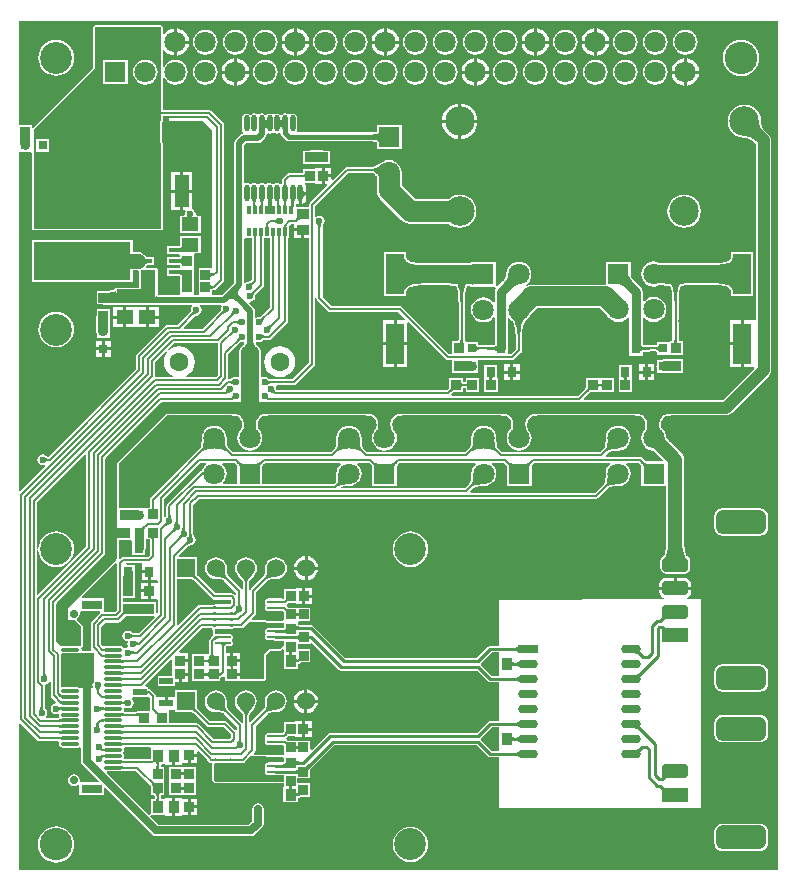
<source format=gtl>
G04*
G04 #@! TF.GenerationSoftware,Altium Limited,Altium Designer,19.1.8 (144)*
G04*
G04 Layer_Physical_Order=1*
G04 Layer_Color=255*
%FSLAX25Y25*%
%MOIN*%
G70*
G01*
G75*
%ADD13C,0.01968*%
%ADD15C,0.01000*%
%ADD17C,0.03937*%
%ADD18R,0.03347X0.03347*%
%ADD19R,0.04528X0.02362*%
%ADD20R,0.03150X0.03150*%
%ADD21O,0.06693X0.02992*%
%ADD22R,0.03150X0.03543*%
%ADD23R,0.03347X0.03347*%
%ADD24R,0.06102X0.13583*%
%ADD25R,0.01400X0.03000*%
%ADD26R,0.03937X0.03543*%
%ADD27O,0.01772X0.05512*%
%ADD28R,0.13976X0.09685*%
%ADD29R,0.06693X0.02992*%
%ADD30R,0.03543X0.03937*%
%ADD31R,0.05456X0.00943*%
%ADD32O,0.05456X0.00943*%
G04:AMPARAMS|DCode=33|XSize=78.74mil|YSize=165.35mil|CornerRadius=19.68mil|HoleSize=0mil|Usage=FLASHONLY|Rotation=90.000|XOffset=0mil|YOffset=0mil|HoleType=Round|Shape=RoundedRectangle|*
%AMROUNDEDRECTD33*
21,1,0.07874,0.12598,0,0,90.0*
21,1,0.03937,0.16535,0,0,90.0*
1,1,0.03937,0.06299,0.01968*
1,1,0.03937,0.06299,-0.01968*
1,1,0.03937,-0.06299,-0.01968*
1,1,0.03937,-0.06299,0.01968*
%
%ADD33ROUNDEDRECTD33*%
G04:AMPARAMS|DCode=34|XSize=47.24mil|YSize=86.61mil|CornerRadius=11.81mil|HoleSize=0mil|Usage=FLASHONLY|Rotation=90.000|XOffset=0mil|YOffset=0mil|HoleType=Round|Shape=RoundedRectangle|*
%AMROUNDEDRECTD34*
21,1,0.04724,0.06299,0,0,90.0*
21,1,0.02362,0.08661,0,0,90.0*
1,1,0.02362,0.03150,0.01181*
1,1,0.02362,0.03150,-0.01181*
1,1,0.02362,-0.03150,-0.01181*
1,1,0.02362,-0.03150,0.01181*
%
%ADD34ROUNDEDRECTD34*%
%ADD35R,0.08661X0.04724*%
%ADD36R,0.03150X0.03150*%
%ADD37R,0.05512X0.04528*%
%ADD38R,0.03347X0.01378*%
%ADD39R,0.13583X0.06102*%
%ADD40R,0.05118X0.10630*%
%ADD41R,0.04528X0.05512*%
%ADD42R,0.32284X0.12992*%
%ADD43R,0.07087X0.03150*%
%ADD44R,0.06299X0.01181*%
%ADD45O,0.06299X0.01181*%
%ADD85C,0.03937*%
%ADD86C,0.00800*%
%ADD87C,0.03150*%
%ADD88C,0.02559*%
%ADD89C,0.06693*%
%ADD90C,0.06102*%
%ADD91C,0.03347*%
%ADD92C,0.04724*%
%ADD93C,0.04528*%
%ADD94C,0.01772*%
%ADD95C,0.01378*%
%ADD96C,0.07087*%
%ADD97C,0.04921*%
%ADD98R,0.04891X0.11024*%
%ADD99R,0.01772X0.07855*%
%ADD100C,0.07087*%
%ADD101R,0.07087X0.07087*%
%ADD102C,0.10630*%
%ADD103C,0.10827*%
%ADD104C,0.09843*%
%ADD105R,0.06299X0.06299*%
%ADD106C,0.06299*%
%ADD107C,0.06000*%
%ADD108R,0.06000X0.06000*%
%ADD109C,0.02756*%
%ADD110C,0.02362*%
%ADD111C,0.01968*%
G36*
X250554Y1414D02*
X-2522D01*
Y50007D01*
X-2060Y50198D01*
X3015Y45123D01*
X3049Y45100D01*
X3595Y44555D01*
X3926Y44334D01*
X4316Y44256D01*
X10609D01*
X10782Y44048D01*
X10860Y43842D01*
X10877Y43725D01*
X10794Y43307D01*
X10886Y42843D01*
X11150Y42449D01*
X11543Y42186D01*
X12008Y42093D01*
X17126D01*
X17591Y42186D01*
X17662Y42234D01*
X18162Y41966D01*
Y37691D01*
X18308Y36958D01*
X18724Y36336D01*
X18742Y36324D01*
X24083Y30983D01*
X23891Y30521D01*
X18120D01*
X17709Y31021D01*
X17765Y31299D01*
X17611Y32071D01*
X17174Y32725D01*
X16520Y33162D01*
X15748Y33316D01*
X14976Y33162D01*
X14322Y32725D01*
X13885Y32071D01*
X13731Y31299D01*
X13885Y30527D01*
X14322Y29873D01*
X14976Y29436D01*
X15748Y29283D01*
X16520Y29436D01*
X17010Y29764D01*
X17510Y29545D01*
Y26172D01*
X25797D01*
Y28616D01*
X26259Y28807D01*
X41854Y13212D01*
X42476Y12796D01*
X43209Y12651D01*
X74940D01*
X75674Y12797D01*
X76295Y13212D01*
X78520Y15437D01*
X78936Y16059D01*
X79082Y16792D01*
Y21654D01*
X78936Y22387D01*
X78520Y23009D01*
X77899Y23424D01*
X77165Y23570D01*
X76432Y23424D01*
X75810Y23009D01*
X75395Y22387D01*
X75249Y21654D01*
Y17586D01*
X74146Y16483D01*
X44003D01*
X41024Y19462D01*
X41357Y19836D01*
X46003Y19836D01*
X46244Y19436D01*
X46314Y19436D01*
X46314Y19436D01*
X48516D01*
Y22404D01*
Y25373D01*
X46314D01*
X46314Y25373D01*
X46244D01*
X46003Y24973D01*
X45744Y24973D01*
X44760D01*
X44754Y25043D01*
X44750Y25178D01*
X44720Y25244D01*
Y25962D01*
X44750Y26029D01*
X44754Y26163D01*
X44760Y26234D01*
X45974D01*
Y30691D01*
X45974Y30780D01*
X45974D01*
Y31191D01*
X45974D01*
Y35738D01*
X44760D01*
X44754Y35808D01*
X44750Y35943D01*
X44720Y36009D01*
Y36318D01*
X45108Y36802D01*
X46072D01*
X46244Y36402D01*
X48516D01*
Y39370D01*
X49516D01*
Y36402D01*
X51787D01*
Y36894D01*
X53732D01*
Y39567D01*
X54232D01*
Y40067D01*
X56906D01*
Y40665D01*
X57367Y40856D01*
X60285Y37939D01*
X60315Y37919D01*
X60865Y37369D01*
X61195Y37148D01*
X61586Y37070D01*
X61586D01*
X61738Y36966D01*
X61952Y36581D01*
Y31308D01*
X62142Y30849D01*
X62624Y30367D01*
X63083Y30177D01*
X85745D01*
Y29045D01*
X85646D01*
Y23908D01*
X90390D01*
Y25418D01*
X90460Y25424D01*
X90595Y25427D01*
X90661Y25457D01*
X90744D01*
X91134Y25534D01*
X91465Y25755D01*
X91484Y25774D01*
X94588D01*
Y30321D01*
X90291D01*
Y31877D01*
X94588D01*
Y34486D01*
X94613Y34539D01*
X94594Y34593D01*
X94609Y34648D01*
X94588Y34684D01*
Y34881D01*
X94666Y34991D01*
X94957Y35332D01*
X95150Y35531D01*
X95176Y35596D01*
X95188Y35609D01*
X95238Y35645D01*
X95240Y35661D01*
X102438Y42859D01*
X150063D01*
X153734Y39187D01*
X153734Y39187D01*
X154098Y38944D01*
X154527Y38859D01*
X157480D01*
Y22047D01*
X224906Y22047D01*
X224906Y91565D01*
X220310Y91548D01*
X220221Y92040D01*
X220943Y92522D01*
X221425Y93243D01*
X221594Y94095D01*
Y94776D01*
X216220D01*
X210847D01*
Y94095D01*
X211016Y93243D01*
X211498Y92522D01*
X212220Y92040D01*
X212329Y92018D01*
X212280Y91518D01*
X157480Y91316D01*
Y76102D01*
X154527D01*
X154527Y76102D01*
X154098Y76016D01*
X153734Y75773D01*
X153734Y75773D01*
X149980Y72019D01*
X106263D01*
X95484Y82798D01*
X95120Y83042D01*
X94691Y83127D01*
X94691Y83127D01*
X90797D01*
X90785Y83129D01*
X90727Y83155D01*
X90614Y83158D01*
X90322Y83207D01*
X90322Y84084D01*
X90743Y84275D01*
X94619D01*
Y88821D01*
X87651D01*
X87623Y88838D01*
X87570Y88826D01*
X87519Y88846D01*
X87458Y88821D01*
X87327D01*
X87246Y88878D01*
X86989Y89096D01*
X86839Y89242D01*
X86769Y89269D01*
X86686Y89352D01*
X86674Y89391D01*
X86712Y89863D01*
X86758Y89956D01*
X86873Y90032D01*
X87217Y90377D01*
X89672D01*
Y89977D01*
X91846D01*
Y92650D01*
Y95323D01*
X89672D01*
Y94923D01*
X85776D01*
Y92302D01*
X85679Y92117D01*
X85320Y91821D01*
X85306Y91820D01*
X85286Y91820D01*
X85247Y91809D01*
X85239Y91807D01*
X85170Y91835D01*
X85128Y91818D01*
X84991Y91846D01*
X80477D01*
X80059Y91762D01*
X79705Y91526D01*
X79468Y91171D01*
X79385Y90753D01*
X79468Y90335D01*
X79624Y90103D01*
X79673Y89768D01*
X79624Y89434D01*
X79468Y89201D01*
X79385Y88783D01*
X79468Y88365D01*
X79705Y88011D01*
X80059Y87774D01*
X80477Y87691D01*
X84991D01*
X85350Y87762D01*
X85627Y87465D01*
X85714Y87357D01*
X85776Y87269D01*
Y87139D01*
X85750Y87078D01*
X85771Y87027D01*
X85759Y86974D01*
X85776Y86946D01*
Y84816D01*
X85766Y84793D01*
X85523Y84551D01*
X85276Y84420D01*
X85149Y84445D01*
X84927Y84400D01*
X80541D01*
X80186Y84471D01*
X80158Y84466D01*
X80150Y84467D01*
X79975Y84540D01*
X75317D01*
X75125Y85002D01*
X76311Y86188D01*
X76533Y86519D01*
X76610Y86909D01*
Y93987D01*
X80419Y97796D01*
X80476Y97814D01*
X80592Y97912D01*
X80704Y97981D01*
X80860Y98052D01*
X81059Y98120D01*
X81301Y98181D01*
X81586Y98233D01*
X81903Y98272D01*
X82681Y98317D01*
X83123Y98319D01*
X83174Y98341D01*
X84089Y98461D01*
X84965Y98824D01*
X85717Y99401D01*
X86294Y100153D01*
X86657Y101029D01*
X86781Y101969D01*
X86657Y102908D01*
X86294Y103784D01*
X85717Y104536D01*
X84965Y105113D01*
X84089Y105476D01*
X83150Y105600D01*
X82210Y105476D01*
X81334Y105113D01*
X80582Y104536D01*
X80005Y103784D01*
X79642Y102908D01*
X79522Y101993D01*
X79500Y101942D01*
X79498Y101500D01*
X79453Y100722D01*
X79414Y100404D01*
X79362Y100120D01*
X79301Y99878D01*
X79233Y99678D01*
X79162Y99523D01*
X79093Y99411D01*
X78995Y99295D01*
X78977Y99238D01*
X74870Y95130D01*
X74669Y94831D01*
X74633Y94825D01*
X74169Y95092D01*
Y97087D01*
X74197Y97140D01*
X74210Y97292D01*
X74240Y97420D01*
X74300Y97580D01*
X74393Y97769D01*
X74521Y97983D01*
X74685Y98221D01*
X74882Y98474D01*
X75400Y99055D01*
X75711Y99369D01*
X75732Y99420D01*
X76294Y100153D01*
X76657Y101029D01*
X76781Y101969D01*
X76657Y102908D01*
X76294Y103784D01*
X75717Y104536D01*
X74965Y105113D01*
X74089Y105476D01*
X73150Y105600D01*
X72210Y105476D01*
X71334Y105113D01*
X70582Y104536D01*
X70005Y103784D01*
X69642Y102908D01*
X69519Y101969D01*
X69642Y101029D01*
X70005Y100153D01*
X70567Y99420D01*
X70588Y99369D01*
X70899Y99055D01*
X71417Y98474D01*
X71614Y98221D01*
X71778Y97983D01*
X71907Y97769D01*
X72000Y97580D01*
X72059Y97420D01*
X72090Y97292D01*
X72102Y97140D01*
X72130Y97087D01*
Y95060D01*
X71630Y94909D01*
X71587Y94973D01*
X67322Y99238D01*
X67304Y99295D01*
X67206Y99411D01*
X67137Y99523D01*
X67066Y99678D01*
X66998Y99878D01*
X66937Y100120D01*
X66886Y100404D01*
X66846Y100722D01*
X66801Y101500D01*
X66799Y101942D01*
X66777Y101993D01*
X66657Y102908D01*
X66294Y103784D01*
X65717Y104536D01*
X64965Y105113D01*
X64089Y105476D01*
X63150Y105600D01*
X62210Y105476D01*
X61334Y105113D01*
X60582Y104536D01*
X60005Y103784D01*
X59642Y102908D01*
X59519Y101969D01*
X59642Y101029D01*
X60005Y100153D01*
X60582Y99401D01*
X61334Y98824D01*
X62210Y98461D01*
X63125Y98341D01*
X63176Y98319D01*
X63618Y98317D01*
X64396Y98272D01*
X64714Y98233D01*
X64998Y98181D01*
X65240Y98120D01*
X65440Y98052D01*
X65595Y97981D01*
X65707Y97912D01*
X65823Y97814D01*
X65880Y97796D01*
X69847Y93830D01*
Y93149D01*
X69385Y92958D01*
X69113Y93229D01*
X68782Y93450D01*
X68392Y93528D01*
X63032D01*
X57204Y99356D01*
X57179Y99422D01*
X56901Y99722D01*
X56817Y99827D01*
X56755Y99916D01*
X56750Y99926D01*
Y100022D01*
X56787Y100112D01*
X56767Y100161D01*
X56779Y100213D01*
X56750Y100261D01*
Y105569D01*
X50884D01*
X50693Y106030D01*
X53972Y109310D01*
X54038Y109334D01*
X54100Y109392D01*
X54144Y109426D01*
X54188Y109455D01*
X54234Y109481D01*
X54281Y109502D01*
X54332Y109519D01*
X54388Y109534D01*
X54448Y109545D01*
X54515Y109551D01*
X54610Y109554D01*
X54680Y109586D01*
X55287Y109707D01*
X55877Y110100D01*
X56270Y110690D01*
X56409Y111384D01*
X56270Y112080D01*
X55914Y112613D01*
X55889Y112676D01*
X55824Y112744D01*
X55782Y112796D01*
X55747Y112845D01*
X55718Y112894D01*
X55695Y112942D01*
X55676Y112990D01*
X55662Y113039D01*
X55651Y113090D01*
X55645Y113145D01*
X55642Y113230D01*
X55612Y113293D01*
Y123125D01*
X57589Y125102D01*
X189904D01*
X190294Y125179D01*
X190625Y125400D01*
X193897Y128672D01*
X193952Y128689D01*
X194086Y128801D01*
X194224Y128883D01*
X194416Y128966D01*
X194664Y129045D01*
X194965Y129116D01*
X195302Y129173D01*
X196675Y129270D01*
X197214Y129272D01*
X197247Y129286D01*
X197247Y129286D01*
X198329Y129428D01*
X199337Y129845D01*
X200202Y130509D01*
X200866Y131375D01*
X201284Y132383D01*
X201426Y133465D01*
X201284Y134546D01*
X200866Y135554D01*
X200202Y136420D01*
X199940Y136621D01*
X200109Y137121D01*
X203960D01*
X204461Y136620D01*
X204486Y136554D01*
X204766Y136252D01*
X204853Y136144D01*
X204915Y136056D01*
Y135926D01*
X204889Y135864D01*
X204910Y135814D01*
X204898Y135760D01*
X204915Y135733D01*
Y129321D01*
X213201D01*
X213233Y128834D01*
Y110302D01*
X213209Y110248D01*
X213193Y109525D01*
X213147Y108871D01*
X213071Y108274D01*
X212966Y107735D01*
X212834Y107253D01*
X212677Y106829D01*
X212497Y106463D01*
X212297Y106152D01*
X212079Y105893D01*
X211805Y105649D01*
X211796Y105631D01*
X211778Y105624D01*
X211754Y105565D01*
X211393Y105026D01*
X211255Y104331D01*
Y101969D01*
X211393Y101274D01*
X211787Y100684D01*
X212376Y100291D01*
X213071Y100153D01*
X219370D01*
X220065Y100291D01*
X220654Y100684D01*
X221048Y101274D01*
X221186Y101969D01*
Y104331D01*
X221048Y105026D01*
X220687Y105565D01*
X220663Y105624D01*
X220645Y105631D01*
X220636Y105649D01*
X220362Y105893D01*
X220144Y106152D01*
X219943Y106463D01*
X219764Y106829D01*
X219607Y107253D01*
X219475Y107735D01*
X219372Y108265D01*
X219248Y109534D01*
X219232Y110248D01*
X219208Y110302D01*
Y138113D01*
X219208Y138113D01*
X219106Y138886D01*
X218808Y139607D01*
X218333Y140226D01*
X218333Y140226D01*
X214583Y143976D01*
X214560Y144033D01*
X214280Y144315D01*
X213457Y145177D01*
X213242Y145427D01*
X213212Y145468D01*
X213095Y146357D01*
X212677Y147365D01*
X212013Y148231D01*
X211888Y148327D01*
X211865Y148386D01*
X211796Y148460D01*
X211754Y148523D01*
X211704Y148628D01*
X211651Y148775D01*
X211602Y148964D01*
X211561Y149178D01*
X211497Y149925D01*
X211513Y150211D01*
X211615Y150794D01*
X211779Y151286D01*
X211999Y151693D01*
X212273Y152028D01*
X212607Y152301D01*
X213014Y152521D01*
X213506Y152685D01*
X214089Y152788D01*
X214798Y152825D01*
X214843Y152846D01*
X214891Y152837D01*
X214913Y152851D01*
X233241D01*
X233911Y152940D01*
X234536Y153198D01*
X235073Y153610D01*
X247501Y166039D01*
X247913Y166575D01*
X248172Y167200D01*
X248260Y167870D01*
Y244519D01*
X248172Y245190D01*
X247913Y245815D01*
X247501Y246351D01*
X246450Y247403D01*
X246426Y247464D01*
X246105Y247806D01*
X245832Y248135D01*
X245595Y248466D01*
X245393Y248798D01*
X245224Y249132D01*
X245088Y249467D01*
X244983Y249806D01*
X244910Y250148D01*
X244867Y250495D01*
X244854Y250877D01*
X244851Y250885D01*
X244853Y250904D01*
X244664Y252346D01*
X244107Y253689D01*
X243222Y254842D01*
X242069Y255727D01*
X240726Y256283D01*
X239284Y256473D01*
X237843Y256283D01*
X236500Y255727D01*
X235347Y254842D01*
X234462Y253689D01*
X233905Y252346D01*
X233716Y250904D01*
X233905Y249463D01*
X234462Y248120D01*
X235347Y246967D01*
X236500Y246081D01*
X237843Y245525D01*
X239284Y245335D01*
X239304Y245338D01*
X239312Y245334D01*
X239694Y245321D01*
X240041Y245279D01*
X240383Y245206D01*
X240721Y245101D01*
X241057Y244965D01*
X241391Y244796D01*
X241723Y244594D01*
X242054Y244356D01*
X242383Y244084D01*
X242724Y243762D01*
X242786Y243739D01*
X243079Y243446D01*
Y184696D01*
X242634Y184563D01*
X242579Y184563D01*
X239083D01*
Y176772D01*
Y168980D01*
X242408D01*
X242616Y168480D01*
X232168Y158033D01*
X209008D01*
X208986Y158047D01*
X208911Y158033D01*
X208805D01*
X208731Y158047D01*
X208709Y158033D01*
X185916D01*
X185724Y158495D01*
X187495Y160265D01*
X187561Y160289D01*
X187860Y160567D01*
X187966Y160652D01*
X188054Y160713D01*
X188064Y160719D01*
X188160D01*
X188250Y160681D01*
X188300Y160702D01*
X188351Y160689D01*
X188400Y160719D01*
X191053D01*
Y160719D01*
X191231D01*
Y160719D01*
X195777D01*
Y165265D01*
X191231D01*
Y165265D01*
X191053D01*
Y165265D01*
X186507D01*
Y162612D01*
X186477Y162564D01*
X186490Y162512D01*
X186469Y162462D01*
X186507Y162372D01*
Y162276D01*
X186501Y162267D01*
X186445Y162185D01*
X186229Y161931D01*
X186086Y161782D01*
X186058Y161713D01*
X183776Y159430D01*
X182579D01*
X141796D01*
X141588Y159930D01*
X141923Y160265D01*
X141989Y160289D01*
X142289Y160567D01*
X142394Y160652D01*
X142483Y160713D01*
X142492Y160719D01*
X142588D01*
X142679Y160681D01*
X142728Y160702D01*
X142780Y160689D01*
X142828Y160719D01*
X145482D01*
Y161933D01*
X145552Y161939D01*
X145687Y161943D01*
X145753Y161972D01*
X146077D01*
X146144Y161943D01*
X146279Y161939D01*
X146349Y161933D01*
Y160719D01*
X150895D01*
Y165265D01*
X146349D01*
Y164051D01*
X146279Y164045D01*
X146144Y164041D01*
X146077Y164012D01*
X145753D01*
X145687Y164041D01*
X145552Y164045D01*
X145482Y164051D01*
Y165265D01*
X140935D01*
Y162612D01*
X140906Y162564D01*
X140918Y162512D01*
X140898Y162462D01*
X140935Y162372D01*
Y162276D01*
X140930Y162267D01*
X140873Y162185D01*
X140658Y161931D01*
X140515Y161782D01*
X140487Y161713D01*
X140030Y161256D01*
X83364Y161256D01*
X83348Y161279D01*
X83324Y161324D01*
X83303Y161372D01*
X83286Y161422D01*
X83272Y161476D01*
X83261Y161536D01*
X83255Y161602D01*
X83253Y161697D01*
X83226Y161758D01*
X83106Y162358D01*
X83106Y162446D01*
X83362Y162858D01*
X88992D01*
X89382Y162936D01*
X89713Y163157D01*
X95836Y169279D01*
X96057Y169610D01*
X96134Y170000D01*
Y191901D01*
X96634Y191950D01*
X96696Y191641D01*
X96917Y191311D01*
X100562Y187665D01*
X100893Y187444D01*
X101283Y187366D01*
X123949D01*
X126290Y185025D01*
X126099Y184563D01*
X123335D01*
Y177272D01*
X126886D01*
Y183776D01*
X127348Y183967D01*
X139796Y171519D01*
X140127Y171298D01*
X140517Y171220D01*
X141831D01*
Y167018D01*
X145675D01*
X145766Y166981D01*
X145776Y166985D01*
X145787Y166981D01*
X148446Y167067D01*
X148488Y167087D01*
X148639Y167116D01*
X150600D01*
Y169077D01*
X150643Y169291D01*
X150600Y169506D01*
Y171220D01*
X161811D01*
X162201Y171298D01*
X162532Y171519D01*
X164807Y173794D01*
X165029Y174125D01*
X165106Y174515D01*
Y177994D01*
X165136Y178058D01*
X165213Y180160D01*
X165308Y181072D01*
X165440Y181912D01*
X165608Y182672D01*
X165810Y183351D01*
X166044Y183950D01*
X166143Y184144D01*
X166648Y184726D01*
X167028Y185109D01*
X167041Y185142D01*
X167042Y185142D01*
X167706Y186008D01*
X167762Y186143D01*
X170158Y188539D01*
X191263D01*
X193566Y186236D01*
X193622Y186101D01*
X194286Y185235D01*
X195152Y184571D01*
X196160Y184154D01*
X197241Y184011D01*
X198323Y184154D01*
X199331Y184571D01*
X200196Y185235D01*
X200432Y185543D01*
X200932Y185373D01*
Y175197D01*
X200975Y174983D01*
Y172825D01*
X205324D01*
Y173906D01*
X205348Y173913D01*
X205639Y173981D01*
X205967Y174037D01*
X207304Y174141D01*
X207831Y174147D01*
X207900Y174177D01*
X209758D01*
X209825Y174148D01*
X209960Y174144D01*
X210030Y174138D01*
Y173022D01*
X214380D01*
Y173120D01*
X218901D01*
Y177667D01*
X217379D01*
X217373Y177737D01*
X217369Y177872D01*
X217339Y177938D01*
Y190795D01*
X217369Y190863D01*
X217387Y191851D01*
X217524Y193615D01*
X217640Y194372D01*
X217790Y195062D01*
X217969Y195677D01*
X218122Y196073D01*
X218325Y196105D01*
X219749Y196230D01*
X221676Y196293D01*
X222827Y196301D01*
X222835Y196304D01*
X222843Y196301D01*
X222882Y196319D01*
X229384D01*
X229424Y196301D01*
X230566Y196271D01*
X231560Y196183D01*
X232422Y196040D01*
X233147Y195845D01*
X233733Y195606D01*
X234183Y195331D01*
X234508Y195031D01*
X234726Y194704D01*
X234857Y194334D01*
X234910Y193831D01*
X234931Y193791D01*
Y192609D01*
X242234D01*
Y199773D01*
X242264Y200001D01*
X242234Y200230D01*
Y207391D01*
X234931D01*
Y206212D01*
X234910Y206172D01*
X234857Y205668D01*
X234726Y205298D01*
X234508Y204972D01*
X234183Y204672D01*
X233733Y204397D01*
X233147Y204157D01*
X232422Y203963D01*
X231560Y203819D01*
X230566Y203732D01*
X229424Y203702D01*
X229384Y203684D01*
X216379D01*
X216340Y203702D01*
X216320Y203694D01*
X216299Y203702D01*
X216260Y203684D01*
X210988D01*
X210134Y204038D01*
X209052Y204181D01*
X207971Y204038D01*
X206963Y203621D01*
X206097Y202956D01*
X205433Y202091D01*
X205015Y201083D01*
X204873Y200001D01*
X205015Y198920D01*
X205433Y197912D01*
X206097Y197046D01*
X206963Y196382D01*
X207971Y195965D01*
X209052Y195822D01*
X210134Y195965D01*
X210927Y196293D01*
X210952Y196293D01*
X214531Y196040D01*
X214671Y195677D01*
X214850Y195062D01*
X215000Y194372D01*
X215116Y193615D01*
X215253Y191851D01*
X215271Y190863D01*
X215300Y190795D01*
Y177938D01*
X215271Y177872D01*
X215267Y177737D01*
X215261Y177667D01*
X214354D01*
Y177372D01*
X210030D01*
Y176256D01*
X209960Y176250D01*
X209825Y176246D01*
X209758Y176216D01*
X207900D01*
X207831Y176246D01*
X207293Y176253D01*
X206815Y176274D01*
X205973Y176355D01*
X205639Y176412D01*
X205367Y176476D01*
Y185366D01*
X205867Y185535D01*
X206097Y185235D01*
X206963Y184571D01*
X207971Y184154D01*
X209052Y184011D01*
X210134Y184154D01*
X211142Y184571D01*
X212007Y185235D01*
X212671Y186101D01*
X213089Y187109D01*
X213231Y188190D01*
X213089Y189272D01*
X212671Y190280D01*
X212007Y191145D01*
X211142Y191810D01*
X210134Y192227D01*
X209052Y192369D01*
X207971Y192227D01*
X206963Y191810D01*
X206097Y191145D01*
X205867Y190846D01*
X205367Y191015D01*
Y194093D01*
X205367Y194093D01*
X205198Y194941D01*
X204718Y195661D01*
X204717Y195661D01*
X203481Y196898D01*
X203475Y196912D01*
X202334Y198142D01*
X201917Y198663D01*
X201589Y199134D01*
X201384Y199492D01*
Y200834D01*
X201422Y200924D01*
X201401Y200974D01*
X201414Y201026D01*
X201384Y201074D01*
Y204145D01*
X193098D01*
Y196663D01*
X192912Y196500D01*
X168509D01*
X167479Y196365D01*
X166647Y196020D01*
X166394Y196457D01*
X167042Y196953D01*
X167706Y197819D01*
X168123Y198827D01*
X168265Y199908D01*
X168123Y200990D01*
X167706Y201998D01*
X167042Y202863D01*
X166176Y203527D01*
X165168Y203945D01*
X164086Y204087D01*
X163005Y203945D01*
X161997Y203527D01*
X161132Y202863D01*
X160467Y201998D01*
X160050Y200990D01*
X159911Y199936D01*
X159895Y199901D01*
X159885Y199680D01*
X159857Y199490D01*
X159808Y199295D01*
X159736Y199092D01*
X159640Y198883D01*
X159519Y198666D01*
X159372Y198442D01*
X159198Y198211D01*
X158995Y197975D01*
X158755Y197722D01*
X158749Y197706D01*
X156919Y195876D01*
X156419Y196083D01*
Y204051D01*
X148835D01*
X148744Y204089D01*
X148654Y204051D01*
X148132D01*
Y203797D01*
X148048Y203776D01*
X145693Y203613D01*
X145003Y203609D01*
X144995Y203605D01*
X144987Y203608D01*
X144948Y203591D01*
X132033D01*
X131993Y203609D01*
X130851Y203639D01*
X129857Y203726D01*
X128996Y203869D01*
X128271Y204064D01*
X127684Y204304D01*
X127234Y204578D01*
X126910Y204879D01*
X126692Y205205D01*
X126561Y205575D01*
X126508Y206079D01*
X126486Y206119D01*
Y207391D01*
X119184D01*
Y192609D01*
X126486D01*
Y193698D01*
X126508Y193738D01*
X126561Y194241D01*
X126692Y194611D01*
X126910Y194938D01*
X127234Y195238D01*
X127684Y195513D01*
X128271Y195752D01*
X128996Y195947D01*
X129857Y196090D01*
X130851Y196178D01*
X131993Y196208D01*
X132033Y196226D01*
X138446D01*
X138485Y196208D01*
X138493Y196211D01*
X138501Y196208D01*
X139640Y196200D01*
X143219Y195947D01*
X143359Y195583D01*
X143538Y194969D01*
X143687Y194279D01*
X143804Y193522D01*
X143941Y191758D01*
X143958Y190770D01*
X143988Y190701D01*
Y177938D01*
X143958Y177872D01*
X143955Y177738D01*
X143949Y177667D01*
X141831D01*
Y173259D01*
X140939D01*
X125092Y189107D01*
X124761Y189328D01*
X124371Y189405D01*
X101706D01*
X98657Y192454D01*
Y215700D01*
X98686Y215764D01*
X98690Y215848D01*
X98696Y215903D01*
X98707Y215955D01*
X98721Y216004D01*
X98740Y216052D01*
X98763Y216100D01*
X98792Y216148D01*
X98827Y216198D01*
X98869Y216249D01*
X98935Y216317D01*
X98959Y216380D01*
X99315Y216914D01*
X99454Y217609D01*
X99315Y218304D01*
X98922Y218893D01*
X98333Y219287D01*
X97638Y219425D01*
X96943Y219287D01*
X96634Y219080D01*
X96134Y219348D01*
Y222612D01*
X107202Y233680D01*
X115055D01*
X115069Y233669D01*
X115121Y233677D01*
X115167Y233653D01*
X115365Y233635D01*
X115516Y233595D01*
X115686Y233521D01*
X115874Y233405D01*
X116078Y233245D01*
X116297Y233037D01*
X116520Y232788D01*
X116688Y232559D01*
Y227952D01*
X116830Y226870D01*
X117247Y225862D01*
X117912Y224997D01*
X124959Y217949D01*
X125824Y217285D01*
X126832Y216868D01*
X127914Y216725D01*
X140779D01*
X141618Y216082D01*
X142961Y215525D01*
X144403Y215335D01*
X145844Y215525D01*
X147187Y216082D01*
X148340Y216967D01*
X149225Y218120D01*
X149782Y219463D01*
X149971Y220904D01*
X149782Y222346D01*
X149225Y223689D01*
X148340Y224842D01*
X147187Y225727D01*
X145844Y226283D01*
X144403Y226473D01*
X142961Y226283D01*
X141618Y225727D01*
X140779Y225083D01*
X129645D01*
X125046Y229683D01*
Y233857D01*
X124903Y234939D01*
X124486Y235947D01*
X123822Y236812D01*
X122956Y237476D01*
X121948Y237894D01*
X120867Y238036D01*
X119785Y237894D01*
X118777Y237476D01*
X118719Y237432D01*
X118662Y237423D01*
X118661Y237422D01*
X118659Y237422D01*
X118119Y237091D01*
X116753Y236310D01*
X116073Y235974D01*
X115815Y235865D01*
X115610Y235793D01*
X115474Y235758D01*
X115354Y235746D01*
X115305Y235719D01*
X106780D01*
X106390Y235642D01*
X106059Y235421D01*
X102110Y231472D01*
X101648Y231663D01*
Y232275D01*
X99475D01*
Y230101D01*
X100086D01*
X100278Y229639D01*
X94394Y223755D01*
X94173Y223425D01*
X94095Y223034D01*
Y222445D01*
X89843D01*
X89701Y222618D01*
Y223257D01*
X90054Y223499D01*
X90231Y223504D01*
X90505Y223321D01*
X90741Y223274D01*
Y226968D01*
X91241D01*
Y227467D01*
X93163D01*
Y228837D01*
X93017Y229573D01*
X92731Y230001D01*
X92976Y230501D01*
X96302D01*
Y230101D01*
X98475D01*
Y232774D01*
Y235448D01*
X96302D01*
Y235048D01*
X92231D01*
Y233798D01*
X92161Y233792D01*
X92026Y233788D01*
X91960Y233759D01*
X87564D01*
X87173Y233681D01*
X86843Y233460D01*
X85401Y232019D01*
X85180Y231688D01*
X85103Y231298D01*
Y230509D01*
X85074Y230444D01*
X85064Y230167D01*
X84781Y229996D01*
X84775Y229994D01*
X84617Y229975D01*
X84507Y229994D01*
X84143Y230237D01*
X83564Y230352D01*
X82984Y230237D01*
X82620Y229994D01*
X82284Y229941D01*
X81948Y229994D01*
X81584Y230237D01*
X81004Y230352D01*
X80425Y230237D01*
X79933Y229909D01*
X79517D01*
X79025Y230237D01*
X78445Y230352D01*
X77866Y230237D01*
X77374Y229909D01*
X76957D01*
X76466Y230237D01*
X75886Y230352D01*
X75307Y230237D01*
X74815Y229909D01*
X74398D01*
X73907Y230237D01*
X73327Y230352D01*
X72973Y230282D01*
X72473Y230609D01*
Y243117D01*
X73014Y243659D01*
X77122D01*
X77741Y243782D01*
X78265Y244132D01*
X79588Y245455D01*
X79938Y245979D01*
X80061Y246597D01*
Y246614D01*
X80561Y246899D01*
X81004Y246811D01*
X81584Y246926D01*
X81948Y247169D01*
X82284Y247222D01*
X82620Y247169D01*
X82984Y246926D01*
X83564Y246811D01*
X84138Y246925D01*
X84144Y246926D01*
X84671Y246678D01*
X84723Y246418D01*
X85051Y245926D01*
X86351Y244626D01*
X86843Y244298D01*
X87423Y244182D01*
X87423Y244182D01*
X115501D01*
X115547Y244162D01*
X115866Y244154D01*
X116124Y244131D01*
X116336Y244096D01*
X116498Y244053D01*
X116609Y244008D01*
X116669Y243971D01*
X116690Y243952D01*
X116691Y243950D01*
X116692Y243949D01*
X116701Y243857D01*
X116723Y243817D01*
Y241525D01*
X125010D01*
Y249812D01*
X116723D01*
Y247578D01*
X116701Y247537D01*
X116692Y247446D01*
X116691Y247444D01*
X116690Y247443D01*
X116669Y247424D01*
X116609Y247387D01*
X116498Y247342D01*
X116336Y247299D01*
X116124Y247263D01*
X115866Y247241D01*
X115547Y247232D01*
X115501Y247212D01*
X90326D01*
X90059Y247712D01*
X90081Y247746D01*
X90197Y248326D01*
Y252066D01*
X90081Y252646D01*
X89753Y253137D01*
X89261Y253466D01*
X88682Y253581D01*
X88102Y253466D01*
X87738Y253222D01*
X87402Y253170D01*
X87066Y253222D01*
X86702Y253466D01*
X86123Y253581D01*
X85543Y253466D01*
X85051Y253137D01*
X84635D01*
X84143Y253466D01*
X83564Y253581D01*
X82984Y253466D01*
X82620Y253222D01*
X82284Y253170D01*
X81948Y253222D01*
X81584Y253466D01*
X81004Y253581D01*
X80425Y253466D01*
X79933Y253137D01*
X79517D01*
X79025Y253466D01*
X78445Y253581D01*
X77866Y253466D01*
X77502Y253222D01*
X77166Y253170D01*
X76830Y253222D01*
X76466Y253466D01*
X75886Y253581D01*
X75307Y253466D01*
X74815Y253137D01*
X74398D01*
X73907Y253466D01*
X73327Y253581D01*
X72747Y253466D01*
X72256Y253137D01*
X71928Y252646D01*
X71812Y252066D01*
Y248326D01*
X71928Y247746D01*
X72181Y247367D01*
X72088Y246966D01*
X72004Y246822D01*
X71727Y246766D01*
X71203Y246416D01*
X69715Y244928D01*
X69365Y244404D01*
X69242Y243786D01*
Y224074D01*
X69251Y224029D01*
Y197046D01*
X67301Y195096D01*
X67291Y195094D01*
X67274Y195069D01*
X67205Y195000D01*
X67205Y195000D01*
X67136Y194930D01*
X67111Y194914D01*
X67109Y194904D01*
X65152Y192947D01*
X62274D01*
X61919Y193297D01*
Y194511D01*
X61989Y194517D01*
X62124Y194521D01*
X62190Y194550D01*
X62391D01*
X62782Y194628D01*
X63112Y194849D01*
X65682Y197418D01*
X65903Y197749D01*
X65980Y198139D01*
Y249605D01*
X65903Y249995D01*
X65682Y250326D01*
X61526Y254482D01*
X61195Y254703D01*
X60805Y254780D01*
X45335D01*
Y265498D01*
X45835Y265598D01*
X45986Y265233D01*
X46650Y264368D01*
X47515Y263704D01*
X48523Y263286D01*
X49605Y263144D01*
X50686Y263286D01*
X51694Y263704D01*
X52560Y264368D01*
X53224Y265233D01*
X53641Y266241D01*
X53784Y267323D01*
X53641Y268404D01*
X53224Y269412D01*
X52560Y270278D01*
X51694Y270942D01*
X50686Y271359D01*
X49605Y271502D01*
X48523Y271359D01*
X47515Y270942D01*
X46650Y270278D01*
X45986Y269412D01*
X45835Y269048D01*
X45335Y269147D01*
Y274603D01*
X45835Y274773D01*
X46364Y274082D01*
X47313Y273354D01*
X48419Y272896D01*
X49105Y272806D01*
Y277323D01*
Y281839D01*
X48419Y281749D01*
X47313Y281291D01*
X46364Y280563D01*
X45835Y279872D01*
X45335Y280042D01*
Y282194D01*
X45144Y282653D01*
X44685Y282844D01*
X22835D01*
X22375Y282653D01*
X22185Y282194D01*
X22185Y268773D01*
X2183Y248770D01*
X1683Y248977D01*
Y249517D01*
X-2522D01*
Y284411D01*
X250554D01*
Y1414D01*
D02*
G37*
G36*
X85244Y251158D02*
X85266Y251152D01*
X85518Y251113D01*
X85803Y251089D01*
X86123Y251082D01*
Y249310D01*
X85803Y249302D01*
X85518Y249279D01*
X85266Y249240D01*
X85244Y249234D01*
Y248528D01*
X85227Y248676D01*
X85176Y248809D01*
X85092Y248927D01*
X84975Y249028D01*
X84843Y249103D01*
X84711Y249028D01*
X84594Y248927D01*
X84510Y248809D01*
X84459Y248676D01*
X84442Y248528D01*
Y249234D01*
X84420Y249240D01*
X84168Y249279D01*
X83883Y249302D01*
X83564Y249310D01*
Y251082D01*
X83883Y251089D01*
X84168Y251113D01*
X84420Y251152D01*
X84442Y251158D01*
Y251864D01*
X84459Y251715D01*
X84510Y251582D01*
X84594Y251465D01*
X84711Y251363D01*
X84843Y251288D01*
X84975Y251363D01*
X85092Y251465D01*
X85176Y251582D01*
X85227Y251715D01*
X85244Y251864D01*
Y251158D01*
D02*
G37*
G36*
X80125D02*
X80147Y251152D01*
X80400Y251113D01*
X80685Y251089D01*
X81004Y251082D01*
Y249310D01*
X80685Y249302D01*
X80400Y249279D01*
X80147Y249240D01*
X80125Y249234D01*
Y248528D01*
X80109Y248676D01*
X80058Y248809D01*
X79974Y248927D01*
X79857Y249028D01*
X79725Y249103D01*
X79593Y249028D01*
X79475Y248927D01*
X79391Y248809D01*
X79341Y248676D01*
X79324Y248528D01*
Y249234D01*
X79302Y249240D01*
X79050Y249279D01*
X78765Y249302D01*
X78445Y249310D01*
Y251082D01*
X78765Y251089D01*
X79050Y251113D01*
X79302Y251152D01*
X79324Y251158D01*
Y251864D01*
X79341Y251715D01*
X79391Y251582D01*
X79475Y251465D01*
X79593Y251363D01*
X79725Y251288D01*
X79857Y251363D01*
X79974Y251465D01*
X80058Y251582D01*
X80109Y251715D01*
X80125Y251864D01*
Y251158D01*
D02*
G37*
G36*
X244219Y250445D02*
X244269Y250040D01*
X244354Y249642D01*
X244475Y249249D01*
X244632Y248862D01*
X244825Y248482D01*
X245053Y248107D01*
X245318Y247739D01*
X245618Y247376D01*
X245954Y247019D01*
X243170Y244235D01*
X242813Y244571D01*
X242450Y244871D01*
X242081Y245135D01*
X241707Y245364D01*
X241326Y245557D01*
X240940Y245713D01*
X240547Y245835D01*
X240148Y245920D01*
X239744Y245970D01*
X239334Y245983D01*
X244205Y250855D01*
X244219Y250445D01*
D02*
G37*
G36*
X117347Y243926D02*
X117329Y244094D01*
X117276Y244245D01*
X117187Y244377D01*
X117062Y244493D01*
X116901Y244590D01*
X116705Y244670D01*
X116473Y244732D01*
X116206Y244776D01*
X115902Y244803D01*
X115564Y244812D01*
Y246583D01*
X115902Y246592D01*
X116206Y246619D01*
X116473Y246663D01*
X116705Y246725D01*
X116901Y246805D01*
X117062Y246902D01*
X117187Y247017D01*
X117276Y247150D01*
X117329Y247301D01*
X117347Y247469D01*
Y243926D01*
D02*
G37*
G36*
X1065Y245557D02*
X1059Y245478D01*
X1041Y244294D01*
X1038Y242953D01*
X-2111D01*
X-2252Y245583D01*
X1071D01*
X1065Y245557D01*
D02*
G37*
G36*
X117819Y232050D02*
X117553Y232477D01*
X117025Y233197D01*
X116763Y233490D01*
X116503Y233737D01*
X116245Y233940D01*
X115987Y234097D01*
X115732Y234210D01*
X115478Y234277D01*
X115225Y234300D01*
X115422Y235100D01*
X115589Y235117D01*
X115798Y235170D01*
X116049Y235259D01*
X116343Y235383D01*
X117058Y235736D01*
X118450Y236532D01*
X118999Y236868D01*
X117819Y232050D01*
D02*
G37*
G36*
X92855Y231939D02*
X92847Y232015D01*
X92822Y232083D01*
X92782Y232143D01*
X92725Y232195D01*
X92652Y232239D01*
X92563Y232275D01*
X92457Y232303D01*
X92335Y232323D01*
X92197Y232335D01*
X92043Y232339D01*
Y233139D01*
X92197Y233143D01*
X92335Y233155D01*
X92457Y233175D01*
X92563Y233203D01*
X92652Y233239D01*
X92725Y233283D01*
X92782Y233335D01*
X92822Y233395D01*
X92847Y233463D01*
X92855Y233539D01*
Y231939D01*
D02*
G37*
G36*
X86526Y230190D02*
X86558Y229802D01*
X86585Y229644D01*
X86620Y229510D01*
X86663Y229401D01*
X86714Y229316D01*
X86772Y229255D01*
X86838Y229219D01*
X86913Y229206D01*
X85333D01*
X85407Y229219D01*
X85473Y229255D01*
X85531Y229316D01*
X85582Y229401D01*
X85625Y229510D01*
X85660Y229644D01*
X85687Y229802D01*
X85707Y229984D01*
X85723Y230421D01*
X86523D01*
X86526Y230190D01*
D02*
G37*
G36*
X79212Y224694D02*
X79138Y224685D01*
X79072Y224651D01*
X79014Y224593D01*
X78963Y224510D01*
X78920Y224403D01*
X78885Y224271D01*
X78858Y224115D01*
X78838Y223934D01*
X78822Y223499D01*
X78822Y223499D01*
X78811Y222747D01*
X77622Y222735D01*
X77698Y222744D01*
X77767Y222769D01*
X77826Y222810D01*
X77878Y222867D01*
X77922Y222940D01*
X77959Y223029D01*
X77987Y223134D01*
X78007Y223256D01*
X78018Y223393D01*
X78022Y223537D01*
X78018Y223654D01*
X78007Y223779D01*
X77987Y223903D01*
X77959Y224027D01*
X77922Y224150D01*
X77878Y224272D01*
X77826Y224394D01*
X77766Y224516D01*
X77698Y224636D01*
X77622Y224756D01*
X79212Y224694D01*
D02*
G37*
G36*
X86838Y224716D02*
X86772Y224680D01*
X86714Y224619D01*
X86663Y224534D01*
X86620Y224425D01*
X86585Y224291D01*
X86558Y224133D01*
X86538Y223951D01*
X86523Y223525D01*
X86525Y223395D01*
X86548Y223139D01*
X86569Y223035D01*
X86594Y222947D01*
X86626Y222875D01*
X86664Y222819D01*
X86707Y222779D01*
X86756Y222755D01*
X86810Y222747D01*
X85435D01*
X85489Y222755D01*
X85538Y222779D01*
X85581Y222819D01*
X85619Y222875D01*
X85650Y222947D01*
X85676Y223035D01*
X85697Y223139D01*
X85711Y223259D01*
X85720Y223395D01*
X85722Y223531D01*
X85719Y223745D01*
X85687Y224133D01*
X85660Y224291D01*
X85625Y224425D01*
X85582Y224534D01*
X85531Y224619D01*
X85473Y224680D01*
X85407Y224716D01*
X85333Y224728D01*
X86913D01*
X86838Y224716D01*
D02*
G37*
G36*
X89398D02*
X89331Y224680D01*
X89273Y224619D01*
X89222Y224534D01*
X89179Y224425D01*
X89144Y224291D01*
X89117Y224133D01*
X89097Y223951D01*
X89082Y223514D01*
X89070D01*
X88810Y222747D01*
X87882Y222735D01*
X87958Y222744D01*
X88026Y222769D01*
X88086Y222810D01*
X88138Y222867D01*
X88182Y222940D01*
X88218Y223030D01*
X88246Y223135D01*
X88266Y223256D01*
X88278Y223393D01*
X88281Y223534D01*
X88278Y223745D01*
X88247Y224133D01*
X88219Y224291D01*
X88184Y224425D01*
X88141Y224534D01*
X88090Y224619D01*
X88032Y224680D01*
X87966Y224716D01*
X87892Y224728D01*
X89472D01*
X89398Y224716D01*
D02*
G37*
G36*
X84227Y223393D02*
X84238Y223256D01*
X84259Y223134D01*
X84286Y223029D01*
X84323Y222940D01*
X84367Y222867D01*
X84418Y222810D01*
X84478Y222769D01*
X84547Y222744D01*
X84623Y222735D01*
X83434Y222747D01*
X83422Y223547D01*
X84223D01*
X84227Y223393D01*
D02*
G37*
G36*
X76602Y224716D02*
X76536Y224680D01*
X76477Y224619D01*
X76427Y224534D01*
X76384Y224425D01*
X76349Y224291D01*
X76321Y224133D01*
X76302Y223951D01*
X76287Y223528D01*
X76290Y223393D01*
X76302Y223256D01*
X76322Y223134D01*
X76350Y223029D01*
X76386Y222940D01*
X76430Y222867D01*
X76482Y222810D01*
X76542Y222768D01*
X76610Y222744D01*
X76686Y222735D01*
X75434Y222747D01*
X75444Y222755D01*
X75453Y222779D01*
X75461Y222819D01*
X75468Y222875D01*
X75478Y223035D01*
X75486Y223530D01*
X75482Y223745D01*
X75451Y224133D01*
X75424Y224291D01*
X75389Y224425D01*
X75346Y224534D01*
X75295Y224619D01*
X75237Y224680D01*
X75170Y224716D01*
X75096Y224728D01*
X76676D01*
X76602Y224716D01*
D02*
G37*
G36*
X91518Y218313D02*
X91444Y218347D01*
X91355Y218354D01*
X91251Y218335D01*
X91132Y218290D01*
X90998Y218218D01*
X90849Y218120D01*
X90685Y217996D01*
X90313Y217668D01*
X90104Y217465D01*
X89624Y218116D01*
X89791Y218289D01*
X90052Y218595D01*
X90145Y218728D01*
X90214Y218848D01*
X90259Y218955D01*
X90278Y219048D01*
X90273Y219128D01*
X90244Y219194D01*
X90190Y219248D01*
X91518Y218313D01*
D02*
G37*
G36*
X83510Y216782D02*
X83425Y216863D01*
X83337Y216936D01*
X83246Y217000D01*
X83153Y217055D01*
X83057Y217102D01*
X82958Y217141D01*
X82856Y217170D01*
X82751Y217192D01*
X82644Y217204D01*
X82533Y217209D01*
Y218009D01*
X82644Y218013D01*
X82751Y218026D01*
X82856Y218047D01*
X82958Y218077D01*
X83057Y218115D01*
X83153Y218162D01*
X83246Y218218D01*
X83337Y218282D01*
X83425Y218355D01*
X83510Y218436D01*
Y216782D01*
D02*
G37*
G36*
X98383Y216680D02*
X98311Y216592D01*
X98247Y216502D01*
X98191Y216408D01*
X98144Y216312D01*
X98106Y216213D01*
X98076Y216111D01*
X98055Y216006D01*
X98042Y215899D01*
X98038Y215789D01*
X97238D01*
X97233Y215899D01*
X97220Y216006D01*
X97199Y216111D01*
X97169Y216213D01*
X97131Y216312D01*
X97084Y216408D01*
X97028Y216502D01*
X96965Y216592D01*
X96892Y216680D01*
X96811Y216765D01*
X98464D01*
X98383Y216680D01*
D02*
G37*
G36*
X86525Y216009D02*
X86548Y215787D01*
X86569Y215697D01*
X86594Y215620D01*
X86626Y215558D01*
X86664Y215509D01*
X86707Y215475D01*
X86756Y215454D01*
X86810Y215447D01*
X85435D01*
X85489Y215454D01*
X85538Y215475D01*
X85581Y215509D01*
X85619Y215558D01*
X85650Y215620D01*
X85676Y215697D01*
X85697Y215787D01*
X85711Y215891D01*
X85720Y216009D01*
X85723Y216141D01*
X86523D01*
X86525Y216009D01*
D02*
G37*
G36*
X80525Y216095D02*
X80548Y215839D01*
X80569Y215735D01*
X80594Y215647D01*
X80626Y215575D01*
X80664Y215519D01*
X80707Y215479D01*
X80756Y215455D01*
X80810Y215447D01*
X79435D01*
X79489Y215455D01*
X79538Y215479D01*
X79581Y215519D01*
X79619Y215575D01*
X79650Y215647D01*
X79676Y215735D01*
X79697Y215839D01*
X79711Y215959D01*
X79720Y216095D01*
X79722Y216247D01*
X80523D01*
X80525Y216095D01*
D02*
G37*
G36*
X44685Y250894D02*
X44577D01*
Y243591D01*
X44685D01*
Y215156D01*
X2362D01*
X2362Y248032D01*
X22835Y268504D01*
X22835Y282194D01*
X44685D01*
Y250894D01*
D02*
G37*
G36*
X47602Y252388D02*
X47602Y250904D01*
X58819D01*
X61694Y248029D01*
Y201974D01*
X57372Y201962D01*
X57372Y197638D01*
Y193297D01*
X57017Y192947D01*
X56172D01*
X55817Y193297D01*
X55817Y193447D01*
Y195446D01*
X55841Y195571D01*
Y199780D01*
X55817Y199905D01*
Y201556D01*
X55817Y202055D01*
X55817D01*
Y202056D01*
X55817D01*
Y206379D01*
X55817Y206603D01*
X56202Y206879D01*
X57982D01*
Y212607D01*
X51270D01*
Y209559D01*
X51249Y209520D01*
X51248Y209511D01*
X51185Y209486D01*
X51074Y209456D01*
X50922Y209431D01*
X50731Y209414D01*
X50487Y209408D01*
X50433Y209384D01*
X49114D01*
X48987Y209358D01*
X46841D01*
Y206781D01*
X48987D01*
X49114Y206755D01*
X50446D01*
X50504Y206731D01*
X50506Y206732D01*
X50507Y206731D01*
X50769Y206732D01*
X50776Y206735D01*
X50783Y206732D01*
X50824Y206733D01*
X51270Y206245D01*
Y205816D01*
X51248Y205776D01*
X51248Y205770D01*
X51187Y205746D01*
X51076Y205716D01*
X50923Y205691D01*
X50731Y205674D01*
X50487Y205667D01*
X50433Y205644D01*
X49114D01*
X48987Y205618D01*
X46841D01*
Y203040D01*
X48987D01*
X49114Y203015D01*
X50433D01*
X50487Y202991D01*
X50731Y202985D01*
X50923Y202968D01*
X51076Y202943D01*
X51187Y202913D01*
X51248Y202888D01*
X51248Y202883D01*
X51270Y202843D01*
Y202056D01*
X50821Y201934D01*
X50743Y201929D01*
X50500Y201927D01*
X50443Y201903D01*
X49114D01*
X48987Y201878D01*
X46841D01*
Y199300D01*
X48987D01*
X49114Y199275D01*
X50433D01*
X50487Y199251D01*
X50731Y199245D01*
X50922Y199228D01*
X51074Y199203D01*
X51185Y199173D01*
X51206Y199165D01*
Y195571D01*
X51270Y195248D01*
Y193447D01*
X51270Y193297D01*
X50915Y192947D01*
X45026D01*
X44985Y192965D01*
X44630Y192974D01*
X44338Y193000D01*
X44097Y193040D01*
X43910Y193090D01*
X43778Y193143D01*
X43729Y193173D01*
Y201378D01*
X43539Y201837D01*
X43080Y202027D01*
X39858D01*
X39692Y202499D01*
X40152Y202870D01*
X40160Y202885D01*
X40176Y202890D01*
X40345Y203040D01*
X42529D01*
Y205618D01*
X40275D01*
X39327Y206460D01*
X39307Y206467D01*
X39297Y206485D01*
X38927Y206777D01*
X38799Y206813D01*
X38552Y207003D01*
X37807Y207311D01*
X37008Y207416D01*
X35330D01*
Y211425D01*
X1847D01*
Y197233D01*
X35330D01*
Y201242D01*
X37008D01*
X37164Y201263D01*
X37539Y200933D01*
Y195401D01*
X32672D01*
X32484Y195376D01*
X30086D01*
X30044Y195403D01*
X29984Y195390D01*
X29928Y195413D01*
X29837Y195376D01*
X29316D01*
Y194922D01*
X29289Y194880D01*
X29279Y194827D01*
X29254Y194805D01*
X29128Y194737D01*
X28907Y194659D01*
X28598Y194585D01*
X28214Y194525D01*
X27189Y194451D01*
X26571Y194441D01*
X26560Y194436D01*
X25591D01*
X25367Y194392D01*
X23317D01*
Y192342D01*
X23273Y192119D01*
X23317Y191895D01*
Y189845D01*
X25367D01*
X25591Y189801D01*
X26564D01*
X26575Y189796D01*
X28270Y189779D01*
X29316Y189732D01*
Y189648D01*
X29828D01*
X29912Y189611D01*
X29920Y189614D01*
X29928Y189611D01*
X30018Y189648D01*
X32484D01*
X32672Y189624D01*
X40256D01*
X40444Y189648D01*
X42911D01*
X43002Y189611D01*
X43015Y189616D01*
X43028Y189612D01*
X44997Y189698D01*
X45035Y189716D01*
X55227D01*
X55379Y189216D01*
X55310Y189170D01*
X54917Y188581D01*
X54792Y187952D01*
X54764Y187890D01*
X54762Y187796D01*
X54756Y187730D01*
X54745Y187670D01*
X54732Y187615D01*
X54714Y187565D01*
X54693Y187518D01*
X54669Y187473D01*
X54640Y187429D01*
X54606Y187385D01*
X54548Y187323D01*
X54524Y187258D01*
X50400Y183133D01*
X46938D01*
X46547Y183055D01*
X46217Y182834D01*
X36806Y173424D01*
X36585Y173093D01*
X36507Y172703D01*
Y168264D01*
X7336Y139093D01*
X7303D01*
X7239Y139122D01*
X7154Y139125D01*
X7099Y139132D01*
X7048Y139142D01*
X6999Y139157D01*
X6951Y139175D01*
X6903Y139199D01*
X6854Y139227D01*
X6805Y139262D01*
X6754Y139305D01*
X6685Y139370D01*
X6622Y139394D01*
X6089Y139751D01*
X5394Y139889D01*
X4699Y139751D01*
X4110Y139357D01*
X3716Y138768D01*
X3578Y138073D01*
X3716Y137378D01*
X4110Y136789D01*
X4699Y136395D01*
X5394Y136257D01*
X6065Y136391D01*
X6097Y136369D01*
X6331Y135950D01*
X-2060Y127558D01*
X-2522Y127749D01*
Y240778D01*
X-751D01*
X-537Y240735D01*
X-322Y240778D01*
X1638D01*
X1713Y240309D01*
X1713Y215156D01*
X1903Y214697D01*
X2362Y214507D01*
X44685D01*
X45144Y214697D01*
X45335Y215156D01*
Y243591D01*
X45227Y243852D01*
Y250633D01*
X45335Y250894D01*
Y252741D01*
X47249D01*
X47602Y252388D01*
D02*
G37*
G36*
X86756Y212463D02*
X86707Y212439D01*
X86664Y212399D01*
X86626Y212343D01*
X86594Y212271D01*
X86569Y212183D01*
X86548Y212079D01*
X86534Y211959D01*
X86525Y211823D01*
X86523Y211671D01*
X85723D01*
X85720Y211823D01*
X85697Y212079D01*
X85676Y212183D01*
X85650Y212271D01*
X85619Y212343D01*
X85581Y212399D01*
X85538Y212439D01*
X85489Y212463D01*
X85435Y212471D01*
X86810D01*
X86756Y212463D01*
D02*
G37*
G36*
X84756D02*
X84707Y212439D01*
X84664Y212399D01*
X84626Y212343D01*
X84595Y212271D01*
X84569Y212183D01*
X84548Y212079D01*
X84534Y211959D01*
X84525Y211823D01*
X84522Y211671D01*
X83723D01*
X83720Y211823D01*
X83697Y212079D01*
X83676Y212183D01*
X83650Y212271D01*
X83619Y212343D01*
X83581Y212399D01*
X83538Y212439D01*
X83489Y212463D01*
X83434Y212471D01*
X84811D01*
X84756Y212463D01*
D02*
G37*
G36*
X82756D02*
X82707Y212439D01*
X82664Y212399D01*
X82626Y212343D01*
X82595Y212271D01*
X82569Y212183D01*
X82548Y212079D01*
X82534Y211959D01*
X82525Y211823D01*
X82522Y211671D01*
X81722D01*
X81720Y211823D01*
X81697Y212079D01*
X81676Y212183D01*
X81651Y212271D01*
X81619Y212343D01*
X81581Y212399D01*
X81538Y212439D01*
X81489Y212463D01*
X81435Y212471D01*
X82810D01*
X82756Y212463D01*
D02*
G37*
G36*
X78756D02*
X78707Y212439D01*
X78664Y212399D01*
X78626Y212343D01*
X78594Y212271D01*
X78569Y212183D01*
X78548Y212079D01*
X78534Y211959D01*
X78525Y211823D01*
X78522Y211671D01*
X77723D01*
X77720Y211823D01*
X77697Y212079D01*
X77676Y212183D01*
X77650Y212271D01*
X77619Y212343D01*
X77581Y212399D01*
X77538Y212439D01*
X77489Y212463D01*
X77434Y212471D01*
X78811D01*
X78756Y212463D01*
D02*
G37*
G36*
X76756D02*
X76707Y212439D01*
X76664Y212399D01*
X76626Y212343D01*
X76595Y212271D01*
X76569Y212183D01*
X76548Y212079D01*
X76534Y211959D01*
X76525Y211823D01*
X76522Y211671D01*
X75722D01*
X75720Y211823D01*
X75697Y212079D01*
X75676Y212183D01*
X75651Y212271D01*
X75619Y212343D01*
X75581Y212399D01*
X75538Y212439D01*
X75489Y212463D01*
X75434Y212471D01*
X76810D01*
X76756Y212463D01*
D02*
G37*
G36*
X54606Y209158D02*
X54423Y208973D01*
X53651Y208102D01*
X53641Y208069D01*
X52952Y208758D01*
X52985Y208768D01*
X53035Y208797D01*
X53102Y208845D01*
X53186Y208913D01*
X53537Y209231D01*
X54041Y209723D01*
X54606Y209158D01*
D02*
G37*
G36*
X51882Y207491D02*
X51868Y207470D01*
X51827Y207451D01*
X51758Y207435D01*
X51662Y207420D01*
X51386Y207398D01*
X50766Y207382D01*
X50504Y207381D01*
Y208758D01*
X50767Y208765D01*
X51003Y208786D01*
X51211Y208820D01*
X51392Y208869D01*
X51545Y208931D01*
X51670Y209007D01*
X51767Y209096D01*
X51837Y209199D01*
X51880Y209316D01*
X51894Y209447D01*
X51882Y207491D01*
D02*
G37*
G36*
X38895Y205975D02*
X40281Y204745D01*
X40256Y204729D01*
Y203929D01*
X40281Y203914D01*
X40261Y203868D01*
X40198Y203791D01*
X40091Y203683D01*
X39744Y203376D01*
X38525Y202392D01*
Y203792D01*
X38523Y203794D01*
X38467Y203830D01*
X38398Y203859D01*
X38305Y203823D01*
X38208Y203776D01*
X38115Y203720D01*
X38024Y203656D01*
X37936Y203584D01*
X37851Y203502D01*
Y203928D01*
X37795Y203929D01*
Y204729D01*
X37851Y204730D01*
Y205156D01*
X37936Y205075D01*
X38024Y205002D01*
X38115Y204938D01*
X38208Y204883D01*
X38305Y204836D01*
X38398Y204800D01*
X38467Y204829D01*
X38523Y204865D01*
X38525Y204867D01*
Y206267D01*
X38895Y205975D01*
D02*
G37*
G36*
X51894Y205018D02*
X52008Y205020D01*
X52426Y205053D01*
X52503Y205068D01*
X52569Y205086D01*
X52624Y205106D01*
X52667Y205130D01*
X52700Y205156D01*
Y203502D01*
X52667Y203529D01*
X52624Y203552D01*
X52569Y203573D01*
X52503Y203591D01*
X52426Y203606D01*
X52338Y203618D01*
X52129Y203635D01*
X51894Y203640D01*
Y202951D01*
X51880Y203082D01*
X51839Y203199D01*
X51769Y203303D01*
X51672Y203392D01*
X51547Y203468D01*
X51394Y203530D01*
X51213Y203578D01*
X51005Y203613D01*
X50768Y203633D01*
X50504Y203640D01*
Y205018D01*
X50768Y205025D01*
X51005Y205046D01*
X51213Y205080D01*
X51394Y205129D01*
X51547Y205190D01*
X51672Y205266D01*
X51769Y205356D01*
X51839Y205459D01*
X51880Y205576D01*
X51894Y205707D01*
Y205018D01*
D02*
G37*
G36*
Y199211D02*
X51880Y199342D01*
X51837Y199459D01*
X51767Y199563D01*
X51670Y199652D01*
X51545Y199728D01*
X51392Y199790D01*
X51212Y199838D01*
X51003Y199873D01*
X50768Y199893D01*
X50504Y199900D01*
Y201278D01*
X50766Y201280D01*
X51662Y201338D01*
X51758Y201359D01*
X51827Y201384D01*
X51868Y201412D01*
X51882Y201443D01*
X51894Y199211D01*
D02*
G37*
G36*
X61315Y200506D02*
X61339Y200438D01*
X61379Y200378D01*
X61435Y200326D01*
X61507Y200282D01*
X61595Y200246D01*
X61699Y200218D01*
X61819Y200198D01*
X61955Y200186D01*
X62107Y200182D01*
Y199382D01*
X61955Y199378D01*
X61819Y199366D01*
X61699Y199346D01*
X61595Y199318D01*
X61507Y199282D01*
X61435Y199238D01*
X61379Y199186D01*
X61339Y199126D01*
X61315Y199058D01*
X61307Y198982D01*
Y200582D01*
X61315Y200506D01*
D02*
G37*
G36*
X75071Y211787D02*
X75073Y211659D01*
X75103Y211590D01*
Y198198D01*
X74645Y197740D01*
X74579Y197716D01*
X74517Y197658D01*
X74473Y197624D01*
X74429Y197595D01*
X74384Y197571D01*
X74337Y197550D01*
X74287Y197532D01*
X74232Y197519D01*
X74172Y197508D01*
X74106Y197502D01*
X74012Y197500D01*
X73950Y197472D01*
X73321Y197347D01*
X72981Y197120D01*
X72481Y197388D01*
Y211500D01*
X72822Y211859D01*
X75064D01*
X75071Y211787D01*
D02*
G37*
G36*
X148744Y199453D02*
X151510Y196857D01*
X150351Y196849D01*
X148744Y196796D01*
Y196377D01*
X148707Y196468D01*
X148595Y196550D01*
X148408Y196622D01*
X148146Y196684D01*
X147824Y196735D01*
X146933Y196657D01*
X146384Y196569D01*
X146359Y196563D01*
X146270Y196385D01*
X146041Y195791D01*
X145847Y195129D01*
X145689Y194397D01*
X145566Y193597D01*
X145425Y191788D01*
X145408Y190781D01*
X144608D01*
X144590Y191788D01*
X144449Y193597D01*
X144326Y194397D01*
X144168Y195129D01*
X143975Y195791D01*
X143746Y196385D01*
X143656Y196563D01*
X143631Y196569D01*
X139665Y196849D01*
X138505Y196857D01*
X145008Y202959D01*
X145718Y202964D01*
X148146Y203132D01*
X148408Y203195D01*
X148595Y203267D01*
X148707Y203348D01*
X148744Y203439D01*
Y199453D01*
D02*
G37*
G36*
X75586Y196673D02*
X75511Y196592D01*
X75444Y196507D01*
X75385Y196418D01*
X75334Y196325D01*
X75291Y196228D01*
X75256Y196127D01*
X75229Y196021D01*
X75210Y195912D01*
X75200Y195799D01*
X75197Y195681D01*
X74028Y196850D01*
X74145Y196853D01*
X74259Y196864D01*
X74368Y196883D01*
X74473Y196910D01*
X74574Y196944D01*
X74672Y196987D01*
X74765Y197038D01*
X74854Y197097D01*
X74939Y197164D01*
X75020Y197239D01*
X75586Y196673D01*
D02*
G37*
G36*
X164051Y196365D02*
X163797Y196354D01*
X163541Y196316D01*
X163285Y196252D01*
X163027Y196160D01*
X162767Y196042D01*
X162507Y195897D01*
X162245Y195724D01*
X161982Y195526D01*
X161718Y195300D01*
X161452Y195047D01*
X159225Y197274D01*
X159478Y197540D01*
X159704Y197804D01*
X159903Y198067D01*
X160075Y198329D01*
X160220Y198589D01*
X160338Y198848D01*
X160430Y199106D01*
X160495Y199363D01*
X160532Y199619D01*
X160543Y199873D01*
X164051Y196365D01*
D02*
G37*
G36*
X61303Y196294D02*
X61327Y196226D01*
X61368Y196166D01*
X61425Y196114D01*
X61498Y196070D01*
X61587Y196034D01*
X61693Y196006D01*
X61815Y195986D01*
X61953Y195974D01*
X62107Y195970D01*
Y195170D01*
X61953Y195166D01*
X61815Y195154D01*
X61693Y195134D01*
X61587Y195106D01*
X61498Y195070D01*
X61425Y195026D01*
X61368Y194974D01*
X61327Y194914D01*
X61303Y194846D01*
X61295Y194770D01*
Y196370D01*
X61303Y196294D01*
D02*
G37*
G36*
X200594Y200679D02*
X200505Y200390D01*
Y200056D01*
X200594Y199677D01*
X200773Y199254D01*
X201040Y198786D01*
X201396Y198274D01*
X201841Y197717D01*
X203000Y196470D01*
X200773Y194243D01*
X200127Y194867D01*
X198969Y195846D01*
X198456Y196203D01*
X197989Y196470D01*
X197565Y196648D01*
X197187Y196737D01*
X196853D01*
X196563Y196648D01*
X196318Y196470D01*
X200773Y200924D01*
X200594Y200679D01*
D02*
G37*
G36*
X235556Y193899D02*
X235494Y194479D01*
X235311Y194998D01*
X235005Y195455D01*
X234577Y195852D01*
X234027Y196187D01*
X233354Y196462D01*
X232559Y196676D01*
X231642Y196828D01*
X230603Y196920D01*
X229441Y196950D01*
Y203053D01*
X230603Y203083D01*
X231642Y203175D01*
X232559Y203327D01*
X233354Y203541D01*
X234027Y203815D01*
X234577Y204151D01*
X235005Y204548D01*
X235311Y205005D01*
X235494Y205524D01*
X235556Y206104D01*
Y193899D01*
D02*
G37*
G36*
X125923Y205431D02*
X126106Y204912D01*
X126412Y204454D01*
X126840Y204058D01*
X127390Y203722D01*
X128063Y203448D01*
X128858Y203234D01*
X129775Y203081D01*
X130815Y202990D01*
X131976Y202959D01*
Y196857D01*
X130815Y196827D01*
X129775Y196735D01*
X128858Y196582D01*
X128063Y196369D01*
X127390Y196094D01*
X126840Y195759D01*
X126412Y195362D01*
X126106Y194904D01*
X125923Y194386D01*
X125862Y193806D01*
Y206011D01*
X125923Y205431D01*
D02*
G37*
G36*
X75979Y193524D02*
X75904Y193443D01*
X75837Y193358D01*
X75778Y193269D01*
X75728Y193175D01*
X75685Y193078D01*
X75650Y192977D01*
X75623Y192872D01*
X75604Y192762D01*
X75593Y192649D01*
X75590Y192532D01*
X74421Y193701D01*
X74539Y193703D01*
X74652Y193714D01*
X74761Y193733D01*
X74867Y193760D01*
X74968Y193795D01*
X75065Y193838D01*
X75158Y193889D01*
X75248Y193948D01*
X75333Y194015D01*
X75414Y194089D01*
X75979Y193524D01*
D02*
G37*
G36*
X40621Y192719D02*
X40708Y192648D01*
X40799Y192584D01*
X40896Y192526D01*
X40997Y192474D01*
X41104Y192428D01*
X41214Y192388D01*
X41330Y192354D01*
X41451Y192327D01*
X41576Y192306D01*
X40463Y191192D01*
X40441Y191317D01*
X40414Y191438D01*
X40380Y191554D01*
X40341Y191665D01*
X40295Y191771D01*
X40243Y191872D01*
X40185Y191969D01*
X40120Y192060D01*
X40050Y192147D01*
X39973Y192229D01*
X40539Y192795D01*
X40621Y192719D01*
D02*
G37*
G36*
X70881Y194971D02*
X70686Y194693D01*
X70546Y194414D01*
X70463Y194136D01*
X70435Y193858D01*
X70463Y193579D01*
X70546Y193301D01*
X70686Y193022D01*
X70881Y192744D01*
X71131Y192466D01*
X69739Y191074D01*
X69461Y191324D01*
X69182Y191519D01*
X68904Y191658D01*
X68625Y191742D01*
X68347Y191770D01*
X68069Y191742D01*
X67790Y191658D01*
X67512Y191519D01*
X67234Y191324D01*
X66955Y191074D01*
X67651Y194553D01*
X71131Y195249D01*
X70881Y194971D01*
D02*
G37*
G36*
X222822Y196950D02*
X221663Y196942D01*
X219710Y196878D01*
X218246Y196750D01*
X217696Y196662D01*
X217671Y196656D01*
X217582Y196478D01*
X217353Y195885D01*
X217160Y195222D01*
X217001Y194490D01*
X216878Y193690D01*
X216738Y191882D01*
X216720Y190874D01*
X215920D01*
X215902Y191882D01*
X215762Y193690D01*
X215638Y194490D01*
X215480Y195222D01*
X215287Y195885D01*
X215058Y196478D01*
X214969Y196656D01*
X214944Y196662D01*
X210977Y196942D01*
X209818Y196950D01*
X216320Y203053D01*
X222822Y196950D01*
D02*
G37*
G36*
X148132Y195765D02*
Y195765D01*
X148654D01*
X148744Y195728D01*
X148835Y195765D01*
X156170D01*
X156445Y195276D01*
X156219Y194938D01*
X156050Y194089D01*
X156050Y194089D01*
Y190805D01*
X155550Y190635D01*
X155230Y191052D01*
X154365Y191716D01*
X153357Y192134D01*
X152276Y192276D01*
X151194Y192134D01*
X150186Y191716D01*
X149320Y191052D01*
X148656Y190187D01*
X148239Y189179D01*
X148096Y188097D01*
X148239Y187016D01*
X148656Y186008D01*
X149320Y185142D01*
X150186Y184478D01*
X151194Y184061D01*
X152276Y183918D01*
X153357Y184061D01*
X154365Y184478D01*
X155230Y185142D01*
X155550Y185559D01*
X156050Y185389D01*
Y176476D01*
X155779Y176412D01*
X155450Y176356D01*
X154113Y176253D01*
X153586Y176246D01*
X153517Y176216D01*
X150871D01*
X150805Y176246D01*
X150670Y176250D01*
X150600Y176256D01*
Y177372D01*
X146378D01*
Y177667D01*
X146066D01*
X146060Y177736D01*
X146057Y177870D01*
X146027Y177937D01*
Y190701D01*
X146057Y190770D01*
X146074Y191758D01*
X146212Y193522D01*
X146328Y194279D01*
X146477Y194969D01*
X146657Y195583D01*
X146809Y195979D01*
X147013Y196012D01*
X147652Y196068D01*
X148132Y195765D01*
D02*
G37*
G36*
X43008Y193113D02*
X43068Y192945D01*
X43168Y192798D01*
X43307Y192670D01*
X43485Y192561D01*
X43703Y192473D01*
X43960Y192404D01*
X44257Y192355D01*
X44593Y192325D01*
X44968Y192315D01*
Y190347D01*
X43000Y190261D01*
X42988Y193300D01*
X43008Y193113D01*
D02*
G37*
G36*
X29928Y190261D02*
X29894Y190296D01*
X29794Y190327D01*
X29627Y190355D01*
X29392Y190379D01*
X28288Y190429D01*
X26581Y190445D01*
Y193792D01*
X27217Y193801D01*
X28288Y193879D01*
X28723Y193947D01*
X29091Y194035D01*
X29392Y194142D01*
X29627Y194268D01*
X29794Y194414D01*
X29894Y194579D01*
X29928Y194764D01*
Y190261D01*
D02*
G37*
G36*
X66524Y187008D02*
X66406Y187005D01*
X66293Y186994D01*
X66183Y186976D01*
X66078Y186949D01*
X65977Y186914D01*
X65880Y186871D01*
X65786Y186820D01*
X65697Y186761D01*
X65612Y186694D01*
X65531Y186619D01*
X64966Y187185D01*
X65041Y187266D01*
X65108Y187351D01*
X65166Y187440D01*
X65217Y187533D01*
X65260Y187630D01*
X65295Y187732D01*
X65322Y187837D01*
X65341Y187946D01*
X65352Y188060D01*
X65354Y188177D01*
X66524Y187008D01*
D02*
G37*
G36*
X56583Y186705D02*
X56465Y186702D01*
X56352Y186692D01*
X56243Y186673D01*
X56137Y186646D01*
X56036Y186611D01*
X55939Y186568D01*
X55846Y186517D01*
X55756Y186458D01*
X55672Y186391D01*
X55590Y186317D01*
X55025Y186882D01*
X55100Y186963D01*
X55167Y187048D01*
X55226Y187137D01*
X55277Y187230D01*
X55319Y187328D01*
X55354Y187429D01*
X55381Y187534D01*
X55400Y187644D01*
X55411Y187757D01*
X55414Y187874D01*
X56583Y186705D01*
D02*
G37*
G36*
X69673Y186614D02*
X69556Y186611D01*
X69442Y186601D01*
X69333Y186582D01*
X69228Y186555D01*
X69126Y186520D01*
X69029Y186477D01*
X68936Y186426D01*
X68847Y186367D01*
X68762Y186301D01*
X68681Y186225D01*
X68115Y186791D01*
X68190Y186872D01*
X68257Y186957D01*
X68316Y187046D01*
X68367Y187139D01*
X68410Y187237D01*
X68445Y187338D01*
X68471Y187443D01*
X68490Y187553D01*
X68501Y187666D01*
X68504Y187784D01*
X69673Y186614D01*
D02*
G37*
G36*
X81071Y211787D02*
X81073Y211659D01*
X81103Y211590D01*
Y188882D01*
X78217Y185996D01*
X78151Y185971D01*
X78089Y185914D01*
X78045Y185880D01*
X78001Y185851D01*
X77956Y185826D01*
X77909Y185805D01*
X77859Y185788D01*
X77804Y185774D01*
X77745Y185764D01*
X77679Y185758D01*
X77584Y185755D01*
X77522Y185728D01*
X76893Y185603D01*
X76626Y185424D01*
X76126Y185692D01*
Y187694D01*
X76003Y188312D01*
X75653Y188836D01*
X74267Y190222D01*
X74346Y190490D01*
X74479Y190717D01*
X75104Y190842D01*
X75694Y191236D01*
X76087Y191825D01*
X76212Y192454D01*
X76240Y192516D01*
X76242Y192610D01*
X76248Y192676D01*
X76259Y192736D01*
X76272Y192791D01*
X76290Y192841D01*
X76311Y192888D01*
X76335Y192933D01*
X76364Y192977D01*
X76398Y193021D01*
X76456Y193083D01*
X76480Y193149D01*
X78843Y195512D01*
X79065Y195843D01*
X79142Y196233D01*
Y211590D01*
X79172Y211659D01*
X79174Y211796D01*
X79178Y211859D01*
X81064D01*
X81071Y211787D01*
D02*
G37*
G36*
X79158Y184929D02*
X79083Y184848D01*
X79016Y184763D01*
X78957Y184674D01*
X78906Y184581D01*
X78863Y184484D01*
X78828Y184382D01*
X78801Y184277D01*
X78783Y184168D01*
X78772Y184054D01*
X78769Y183937D01*
X77600Y185106D01*
X77717Y185109D01*
X77831Y185120D01*
X77940Y185139D01*
X78045Y185166D01*
X78147Y185200D01*
X78244Y185243D01*
X78337Y185294D01*
X78426Y185353D01*
X78511Y185420D01*
X78592Y185495D01*
X79158Y184929D01*
D02*
G37*
G36*
X70811Y183098D02*
X70726Y183179D01*
X70638Y183252D01*
X70547Y183316D01*
X70454Y183371D01*
X70357Y183418D01*
X70258Y183457D01*
X70156Y183487D01*
X70052Y183508D01*
X69944Y183521D01*
X69834Y183525D01*
Y184325D01*
X69944Y184329D01*
X70052Y184342D01*
X70156Y184363D01*
X70258Y184393D01*
X70357Y184432D01*
X70454Y184479D01*
X70547Y184534D01*
X70638Y184598D01*
X70726Y184671D01*
X70811Y184752D01*
Y183098D01*
D02*
G37*
G36*
X65079Y189216D02*
X64858Y188884D01*
X64732Y188254D01*
X64705Y188193D01*
X64703Y188098D01*
X64697Y188032D01*
X64686Y187972D01*
X64672Y187918D01*
X64655Y187867D01*
X64634Y187820D01*
X64610Y187775D01*
X64581Y187732D01*
X64546Y187688D01*
X64489Y187626D01*
X64465Y187560D01*
X58638Y181733D01*
X52537D01*
X52345Y182195D01*
X55966Y185816D01*
X56032Y185840D01*
X56094Y185897D01*
X56137Y185932D01*
X56181Y185960D01*
X56226Y185985D01*
X56273Y186006D01*
X56323Y186023D01*
X56378Y186037D01*
X56438Y186047D01*
X56504Y186054D01*
X56598Y186056D01*
X56660Y186083D01*
X57289Y186208D01*
X57879Y186602D01*
X58272Y187191D01*
X58411Y187886D01*
X58272Y188581D01*
X57879Y189170D01*
X57811Y189216D01*
X57962Y189716D01*
X64812D01*
X65079Y189216D01*
D02*
G37*
G36*
X81692Y182499D02*
X81617Y182418D01*
X81550Y182333D01*
X81492Y182244D01*
X81441Y182150D01*
X81398Y182053D01*
X81363Y181952D01*
X81336Y181847D01*
X81317Y181737D01*
X81306Y181624D01*
X81304Y181506D01*
X80134Y182676D01*
X80252Y182678D01*
X80365Y182689D01*
X80475Y182708D01*
X80580Y182735D01*
X80681Y182770D01*
X80778Y182813D01*
X80871Y182864D01*
X80961Y182922D01*
X81046Y182990D01*
X81127Y183064D01*
X81692Y182499D01*
D02*
G37*
G36*
X78351Y179843D02*
X78439Y179771D01*
X78530Y179707D01*
X78623Y179651D01*
X78719Y179604D01*
X78818Y179566D01*
X78920Y179536D01*
X79025Y179515D01*
X79132Y179502D01*
X79242Y179497D01*
Y178697D01*
X79132Y178693D01*
X79025Y178680D01*
X78920Y178659D01*
X78818Y178629D01*
X78719Y178591D01*
X78623Y178544D01*
X78530Y178488D01*
X78439Y178424D01*
X78351Y178352D01*
X78266Y178271D01*
Y179924D01*
X78351Y179843D01*
D02*
G37*
G36*
X166311Y185567D02*
X166567D01*
X166172Y185169D01*
X165600Y184510D01*
X165451Y184216D01*
X165195Y183563D01*
X164978Y182835D01*
X164801Y182032D01*
X164664Y181156D01*
X164565Y180206D01*
X164487Y178082D01*
X163687D01*
X163667Y179181D01*
X163509Y181156D01*
X163372Y182032D01*
X163195Y182835D01*
X162978Y183563D01*
X162722Y184216D01*
X162549Y184556D01*
X162355Y184790D01*
X162001Y185169D01*
X161606Y185567D01*
X161862D01*
X161719Y185732D01*
X166454D01*
X166311Y185567D01*
D02*
G37*
G36*
X71642Y177953D02*
X71524Y177950D01*
X71411Y177939D01*
X71301Y177920D01*
X71196Y177893D01*
X71095Y177858D01*
X70998Y177815D01*
X70904Y177764D01*
X70815Y177706D01*
X70730Y177639D01*
X70649Y177564D01*
X70084Y178129D01*
X70159Y178210D01*
X70226Y178295D01*
X70284Y178384D01*
X70335Y178478D01*
X70378Y178575D01*
X70413Y178676D01*
X70440Y178781D01*
X70459Y178891D01*
X70470Y179004D01*
X70472Y179122D01*
X71642Y177953D01*
D02*
G37*
G36*
X89178Y215258D02*
X92146D01*
Y214758D01*
X92646D01*
Y211986D01*
X94095D01*
Y170423D01*
X88570Y164898D01*
X81252D01*
X81188Y164927D01*
X81104Y164930D01*
X81049Y164937D01*
X80997Y164947D01*
X80948Y164962D01*
X80900Y164980D01*
X80852Y165004D01*
X80804Y165032D01*
X80754Y165068D01*
X80703Y165110D01*
X80635Y165175D01*
X80572Y165199D01*
X80038Y165556D01*
X79343Y165694D01*
X78693Y165565D01*
X78565Y165584D01*
X78193Y165782D01*
Y172474D01*
X78293Y173228D01*
X78164Y174207D01*
X77786Y175119D01*
X77203Y175880D01*
X77184Y175927D01*
X76967Y176154D01*
X76788Y176367D01*
X76632Y176580D01*
X76500Y176793D01*
X76390Y177007D01*
X76369Y177058D01*
X76626Y177318D01*
X76759Y177410D01*
X76765Y177412D01*
X77422Y177281D01*
X78118Y177420D01*
X78651Y177776D01*
X78714Y177801D01*
X78782Y177866D01*
X78834Y177908D01*
X78883Y177943D01*
X78932Y177972D01*
X78979Y177995D01*
X79027Y178014D01*
X79077Y178028D01*
X79128Y178039D01*
X79183Y178045D01*
X79268Y178049D01*
X79331Y178078D01*
X80810D01*
X81200Y178155D01*
X81531Y178376D01*
X86844Y183689D01*
X87064Y184020D01*
X87142Y184410D01*
Y211590D01*
X87172Y211659D01*
X87174Y211796D01*
X87178Y211859D01*
X87423D01*
Y212380D01*
X87460Y212471D01*
X87441Y212517D01*
X87453Y212565D01*
X87423Y212616D01*
Y215309D01*
X87455Y215365D01*
X87443Y215407D01*
X87460Y215447D01*
X87423Y215537D01*
Y215999D01*
X88013Y216589D01*
X89178D01*
Y215258D01*
D02*
G37*
G36*
X216724Y177701D02*
X216736Y177563D01*
X216756Y177441D01*
X216784Y177335D01*
X216820Y177246D01*
X216864Y177173D01*
X216916Y177116D01*
X216976Y177075D01*
X217044Y177051D01*
X217120Y177043D01*
X215520D01*
X215596Y177051D01*
X215664Y177075D01*
X215724Y177116D01*
X215776Y177173D01*
X215820Y177246D01*
X215856Y177335D01*
X215884Y177441D01*
X215904Y177563D01*
X215916Y177701D01*
X215920Y177855D01*
X216720D01*
X216724Y177701D01*
D02*
G37*
G36*
X145411Y177703D02*
X145422Y177567D01*
X145440Y177447D01*
X145465Y177343D01*
X145497Y177255D01*
X145537Y177183D01*
X145583Y177127D01*
X145637Y177087D01*
X145698Y177063D01*
X145766Y177055D01*
X144208Y177043D01*
X144284Y177052D01*
X144352Y177076D01*
X144412Y177117D01*
X144464Y177174D01*
X144508Y177248D01*
X144544Y177337D01*
X144572Y177442D01*
X144592Y177564D01*
X144604Y177701D01*
X144608Y177855D01*
X145408D01*
X145411Y177703D01*
D02*
G37*
G36*
X75507Y177825D02*
X75544Y177545D01*
X75605Y177270D01*
X75690Y176999D01*
X75800Y176734D01*
X75934Y176473D01*
X76093Y176217D01*
X76276Y175966D01*
X76484Y175719D01*
X76715Y175478D01*
X72306D01*
X72538Y175719D01*
X72746Y175966D01*
X72929Y176217D01*
X73087Y176473D01*
X73221Y176734D01*
X73331Y176999D01*
X73417Y177270D01*
X73478Y177545D01*
X73514Y177825D01*
X73527Y178110D01*
X75495D01*
X75507Y177825D01*
D02*
G37*
G36*
X210654Y174397D02*
X210646Y174473D01*
X210621Y174541D01*
X210581Y174601D01*
X210524Y174653D01*
X210451Y174697D01*
X210362Y174733D01*
X210256Y174761D01*
X210134Y174781D01*
X209996Y174793D01*
X209842Y174797D01*
Y175597D01*
X209996Y175601D01*
X210134Y175613D01*
X210256Y175633D01*
X210362Y175661D01*
X210451Y175697D01*
X210524Y175741D01*
X210581Y175793D01*
X210621Y175853D01*
X210646Y175921D01*
X210654Y175997D01*
Y174397D01*
D02*
G37*
G36*
X149984Y175921D02*
X150008Y175853D01*
X150049Y175793D01*
X150106Y175741D01*
X150179Y175697D01*
X150268Y175661D01*
X150374Y175633D01*
X150496Y175613D01*
X150634Y175601D01*
X150788Y175597D01*
Y174797D01*
X150634Y174793D01*
X150496Y174781D01*
X150374Y174761D01*
X150268Y174733D01*
X150179Y174697D01*
X150106Y174653D01*
X150049Y174601D01*
X150008Y174541D01*
X149984Y174473D01*
X149976Y174397D01*
Y175997D01*
X149984Y175921D01*
D02*
G37*
G36*
X204427Y176175D02*
X204634Y176054D01*
X204883Y175947D01*
X205175Y175854D01*
X205510Y175775D01*
X205887Y175711D01*
X206770Y175625D01*
X207275Y175604D01*
X207822Y175597D01*
Y174797D01*
X207275Y174790D01*
X205887Y174683D01*
X205510Y174618D01*
X205175Y174540D01*
X204883Y174447D01*
X204634Y174340D01*
X204427Y174218D01*
X204262Y174083D01*
Y176311D01*
X204427Y176175D01*
D02*
G37*
G36*
X157155Y174083D02*
X156991Y174218D01*
X156784Y174340D01*
X156534Y174447D01*
X156242Y174540D01*
X155907Y174618D01*
X155530Y174683D01*
X154648Y174768D01*
X154143Y174790D01*
X153595Y174797D01*
Y175597D01*
X154143Y175604D01*
X155530Y175711D01*
X155907Y175775D01*
X156242Y175854D01*
X156534Y175947D01*
X156784Y176054D01*
X156991Y176175D01*
X157155Y176311D01*
Y174083D01*
D02*
G37*
G36*
X161132Y185142D02*
X161132Y185142D01*
X161145Y185109D01*
X161533Y184718D01*
X161868Y184360D01*
X162003Y184197D01*
X162129Y183950D01*
X162363Y183351D01*
X162565Y182672D01*
X162733Y181912D01*
X162864Y181080D01*
X163018Y179149D01*
X163037Y178070D01*
X163067Y178002D01*
Y174938D01*
X161389Y173259D01*
X160442D01*
Y174983D01*
X160485Y175197D01*
Y185207D01*
X160959Y185367D01*
X161132Y185142D01*
D02*
G37*
G36*
X145792Y170936D02*
X145872Y170922D01*
X146005Y170908D01*
X146723Y170880D01*
X148425Y170866D01*
Y167717D01*
X145766Y167630D01*
Y170953D01*
X145792Y170936D01*
D02*
G37*
G36*
X72337Y177405D02*
X72475Y177290D01*
X72653Y177058D01*
X72632Y177007D01*
X72522Y176793D01*
X72389Y176580D01*
X72234Y176367D01*
X72055Y176154D01*
X71838Y175927D01*
X71819Y175880D01*
X71236Y175119D01*
X70858Y174207D01*
X70729Y173228D01*
X70828Y172474D01*
Y165897D01*
X70456Y165698D01*
X70328Y165679D01*
X69678Y165808D01*
X68984Y165670D01*
X68450Y165313D01*
X68387Y165289D01*
X68319Y165224D01*
X68268Y165182D01*
X68218Y165147D01*
X68169Y165118D01*
X68121Y165095D01*
X68073Y165076D01*
X68024Y165062D01*
X67973Y165051D01*
X67918Y165044D01*
X67833Y165041D01*
X67770Y165012D01*
X67509D01*
X67300Y165266D01*
Y173339D01*
X71025Y177063D01*
X71090Y177087D01*
X71152Y177144D01*
X71196Y177179D01*
X71240Y177208D01*
X71285Y177232D01*
X71332Y177253D01*
X71382Y177270D01*
X71437Y177284D01*
X71497Y177295D01*
X71563Y177301D01*
X71657Y177303D01*
X71719Y177331D01*
X72265Y177439D01*
X72337Y177405D01*
D02*
G37*
G36*
X63861Y166268D02*
X63180Y165586D01*
X53133D01*
X53034Y166086D01*
X53475Y166269D01*
X54546Y167091D01*
X55368Y168162D01*
X55884Y169410D01*
X56061Y170748D01*
X55884Y172087D01*
X55368Y173334D01*
X54546Y174405D01*
X53475Y175227D01*
X52227Y175744D01*
X50889Y175920D01*
X49550Y175744D01*
X48303Y175227D01*
X47602Y174689D01*
X47272Y175066D01*
X49100Y176894D01*
X63861D01*
Y166268D01*
D02*
G37*
G36*
X46948Y174035D02*
X46410Y173334D01*
X45893Y172087D01*
X45717Y170748D01*
X45893Y169410D01*
X46410Y168162D01*
X47232Y167091D01*
X48303Y166269D01*
X48744Y166086D01*
X48644Y165586D01*
X43190D01*
X42752Y165949D01*
Y170546D01*
X46571Y174365D01*
X46948Y174035D01*
D02*
G37*
G36*
X191855Y162192D02*
X191847Y162268D01*
X191822Y162336D01*
X191782Y162396D01*
X191725Y162448D01*
X191652Y162492D01*
X191562Y162528D01*
X191457Y162556D01*
X191335Y162576D01*
X191197Y162588D01*
X191142Y162590D01*
X191087Y162588D01*
X190949Y162576D01*
X190827Y162556D01*
X190721Y162528D01*
X190632Y162492D01*
X190559Y162448D01*
X190502Y162396D01*
X190462Y162336D01*
X190437Y162268D01*
X190429Y162192D01*
Y163792D01*
X190437Y163716D01*
X190462Y163648D01*
X190502Y163588D01*
X190559Y163536D01*
X190632Y163492D01*
X190721Y163456D01*
X190827Y163428D01*
X190949Y163408D01*
X191087Y163396D01*
X191142Y163395D01*
X191197Y163396D01*
X191335Y163408D01*
X191457Y163428D01*
X191562Y163456D01*
X191652Y163492D01*
X191725Y163536D01*
X191782Y163588D01*
X191822Y163648D01*
X191847Y163716D01*
X191855Y163792D01*
Y162192D01*
D02*
G37*
G36*
X68835Y163165D02*
X68750Y163247D01*
X68662Y163319D01*
X68572Y163383D01*
X68478Y163439D01*
X68382Y163486D01*
X68283Y163524D01*
X68181Y163554D01*
X68076Y163575D01*
X67969Y163588D01*
X67859Y163592D01*
Y164392D01*
X67969Y164397D01*
X68076Y164409D01*
X68181Y164431D01*
X68283Y164461D01*
X68382Y164499D01*
X68478Y164546D01*
X68572Y164601D01*
X68662Y164665D01*
X68750Y164738D01*
X68835Y164819D01*
Y163165D01*
D02*
G37*
G36*
X80272Y164624D02*
X80360Y164551D01*
X80450Y164487D01*
X80544Y164432D01*
X80640Y164385D01*
X80739Y164346D01*
X80841Y164316D01*
X80945Y164295D01*
X81053Y164282D01*
X81163Y164278D01*
Y163478D01*
X81053Y163474D01*
X80945Y163461D01*
X80841Y163440D01*
X80739Y163410D01*
X80640Y163371D01*
X80544Y163324D01*
X80450Y163269D01*
X80360Y163205D01*
X80272Y163132D01*
X80186Y163051D01*
Y164705D01*
X80272Y164624D01*
D02*
G37*
G36*
X146973Y162192D02*
X146965Y162268D01*
X146940Y162336D01*
X146900Y162396D01*
X146843Y162448D01*
X146770Y162492D01*
X146680Y162528D01*
X146575Y162556D01*
X146453Y162576D01*
X146315Y162588D01*
X146161Y162592D01*
Y163392D01*
X146315Y163396D01*
X146453Y163408D01*
X146575Y163428D01*
X146680Y163456D01*
X146770Y163492D01*
X146843Y163536D01*
X146900Y163588D01*
X146940Y163648D01*
X146965Y163716D01*
X146973Y163792D01*
Y162192D01*
D02*
G37*
G36*
X144866Y163716D02*
X144890Y163648D01*
X144931Y163588D01*
X144988Y163536D01*
X145061Y163492D01*
X145150Y163456D01*
X145256Y163428D01*
X145378Y163408D01*
X145516Y163396D01*
X145670Y163392D01*
Y162592D01*
X145516Y162588D01*
X145378Y162576D01*
X145256Y162556D01*
X145150Y162528D01*
X145061Y162492D01*
X144988Y162448D01*
X144931Y162396D01*
X144890Y162336D01*
X144866Y162268D01*
X144858Y162192D01*
Y163792D01*
X144866Y163716D01*
D02*
G37*
G36*
X188250Y161331D02*
X188188Y161376D01*
X188114Y161399D01*
X188030D01*
X187933Y161376D01*
X187826Y161331D01*
X187707Y161263D01*
X187577Y161172D01*
X187435Y161059D01*
X187119Y160765D01*
X186553Y161331D01*
X186712Y161495D01*
X186960Y161789D01*
X187051Y161919D01*
X187119Y162038D01*
X187164Y162145D01*
X187187Y162242D01*
Y162327D01*
X187164Y162400D01*
X187119Y162462D01*
X188250Y161331D01*
D02*
G37*
G36*
X142679D02*
X142617Y161376D01*
X142543Y161399D01*
X142458D01*
X142362Y161376D01*
X142254Y161331D01*
X142136Y161263D01*
X142006Y161172D01*
X141864Y161059D01*
X141547Y160765D01*
X140982Y161331D01*
X141140Y161495D01*
X141389Y161789D01*
X141480Y161919D01*
X141547Y162038D01*
X141593Y162145D01*
X141615Y162242D01*
Y162327D01*
X141593Y162400D01*
X141547Y162462D01*
X142679Y161331D01*
D02*
G37*
G36*
X82606Y161564D02*
X82617Y161450D01*
X82636Y161341D01*
X82663Y161235D01*
X82698Y161134D01*
X82741Y161037D01*
X82792Y160944D01*
X82850Y160855D01*
X82917Y160770D01*
X82992Y160689D01*
X82427Y160123D01*
X82346Y160198D01*
X82261Y160265D01*
X82171Y160324D01*
X82078Y160375D01*
X81981Y160418D01*
X81880Y160452D01*
X81775Y160479D01*
X81665Y160498D01*
X81552Y160509D01*
X81434Y160512D01*
X82604Y161681D01*
X82606Y161564D01*
D02*
G37*
G36*
X67777Y160512D02*
X67659Y160509D01*
X67546Y160498D01*
X67437Y160479D01*
X67331Y160452D01*
X67230Y160418D01*
X67133Y160375D01*
X67040Y160324D01*
X66951Y160265D01*
X66866Y160198D01*
X66785Y160123D01*
X66219Y160689D01*
X66294Y160770D01*
X66361Y160855D01*
X66420Y160944D01*
X66471Y161037D01*
X66514Y161134D01*
X66548Y161235D01*
X66575Y161341D01*
X66594Y161450D01*
X66605Y161564D01*
X66608Y161681D01*
X67777Y160512D01*
D02*
G37*
G36*
X125200Y153473D02*
X124452Y153434D01*
X123782Y153316D01*
X123192Y153119D01*
X122680Y152843D01*
X122247Y152489D01*
X121893Y152056D01*
X121617Y151544D01*
X121420Y150954D01*
X121302Y150285D01*
X121278Y149825D01*
X121345Y148962D01*
X121391Y148692D01*
X121447Y148453D01*
X121514Y148246D01*
X121590Y148068D01*
X121677Y147922D01*
X121775Y147806D01*
X116814D01*
X116911Y147922D01*
X116998Y148068D01*
X117075Y148246D01*
X117141Y148453D01*
X117198Y148692D01*
X117244Y148962D01*
X117305Y149593D01*
X117313Y149777D01*
X117286Y150285D01*
X117168Y150954D01*
X116971Y151544D01*
X116696Y152056D01*
X116341Y152489D01*
X115908Y152843D01*
X115397Y153119D01*
X114806Y153316D01*
X114137Y153434D01*
X113389Y153473D01*
X119294Y157411D01*
X123231D01*
X125200Y153473D01*
D02*
G37*
G36*
X80318D02*
X79570Y153434D01*
X78901Y153316D01*
X78310Y153119D01*
X77798Y152843D01*
X77365Y152489D01*
X77011Y152056D01*
X76735Y151544D01*
X76538Y150954D01*
X76420Y150285D01*
X76396Y149825D01*
X76463Y148962D01*
X76509Y148692D01*
X76565Y148453D01*
X76632Y148246D01*
X76708Y148068D01*
X76795Y147922D01*
X76893Y147806D01*
X71932D01*
X72029Y147922D01*
X72116Y148068D01*
X72193Y148246D01*
X72260Y148453D01*
X72316Y148692D01*
X72362Y148962D01*
X72423Y149593D01*
X72431Y149777D01*
X72404Y150285D01*
X72286Y150954D01*
X72089Y151544D01*
X71814Y152056D01*
X71460Y152489D01*
X71026Y152843D01*
X70515Y153119D01*
X69924Y153316D01*
X69255Y153434D01*
X68507Y153473D01*
X74412Y155442D01*
X80318Y153473D01*
D02*
G37*
G36*
X170180D02*
X169432Y153434D01*
X168763Y153316D01*
X168172Y153119D01*
X167660Y152843D01*
X167227Y152489D01*
X166873Y152056D01*
X166597Y151544D01*
X166401Y150954D01*
X166282Y150285D01*
X166256Y149778D01*
X166320Y148892D01*
X166364Y148622D01*
X166417Y148383D01*
X166480Y148175D01*
X166552Y147998D01*
X166634Y147852D01*
X166726Y147736D01*
X161767Y147874D01*
X161870Y147989D01*
X161961Y148135D01*
X162042Y148312D01*
X162112Y148520D01*
X162171Y148758D01*
X162220Y149027D01*
X162258Y149327D01*
X162290Y149845D01*
X162267Y150285D01*
X162149Y150954D01*
X161952Y151544D01*
X161676Y152056D01*
X161322Y152489D01*
X160889Y152843D01*
X160377Y153119D01*
X159786Y153316D01*
X159117Y153434D01*
X158369Y153473D01*
X164275Y155442D01*
X170180Y153473D01*
D02*
G37*
G36*
X214764D02*
X214016Y153434D01*
X213346Y153316D01*
X212756Y153119D01*
X212244Y152843D01*
X211811Y152489D01*
X211457Y152056D01*
X211181Y151544D01*
X210984Y150954D01*
X210866Y150285D01*
X210847Y149914D01*
X210917Y149090D01*
X210968Y148822D01*
X211030Y148584D01*
X211104Y148377D01*
X211188Y148201D01*
X211284Y148056D01*
X211392Y147942D01*
X206439Y147662D01*
X206525Y147777D01*
X206601Y147922D01*
X206669Y148099D01*
X206728Y148306D01*
X206777Y148545D01*
X206818Y148815D01*
X206872Y149447D01*
X206879Y149744D01*
X206850Y150285D01*
X206732Y150954D01*
X206535Y151544D01*
X206260Y152056D01*
X205906Y152489D01*
X205472Y152843D01*
X204961Y153119D01*
X204370Y153316D01*
X203701Y153434D01*
X202953Y153473D01*
X208858Y157411D01*
X214764Y153473D01*
D02*
G37*
G36*
X68417Y152851D02*
X68473Y152825D01*
X69181Y152788D01*
X69764Y152685D01*
X70256Y152521D01*
X70664Y152301D01*
X70998Y152028D01*
X71272Y151693D01*
X71491Y151286D01*
X71655Y150794D01*
X71758Y150211D01*
X71781Y149774D01*
X71775Y149638D01*
X71718Y149048D01*
X71679Y148822D01*
X71633Y148627D01*
X71584Y148474D01*
X71537Y148364D01*
X71498Y148299D01*
X71435Y148224D01*
X71423Y148186D01*
X70793Y147365D01*
X70376Y146357D01*
X70233Y145276D01*
X70376Y144194D01*
X70793Y143186D01*
X71457Y142321D01*
X72323Y141656D01*
X73331Y141239D01*
X74412Y141096D01*
X75494Y141239D01*
X76502Y141656D01*
X77367Y142321D01*
X78031Y143186D01*
X78449Y144194D01*
X78591Y145276D01*
X78449Y146357D01*
X78031Y147365D01*
X77402Y148186D01*
X77390Y148224D01*
X77327Y148299D01*
X77288Y148364D01*
X77240Y148474D01*
X77191Y148627D01*
X77146Y148822D01*
X77108Y149042D01*
X77047Y149833D01*
X77067Y150211D01*
X77170Y150794D01*
X77334Y151286D01*
X77553Y151693D01*
X77827Y152028D01*
X78161Y152301D01*
X78569Y152521D01*
X79061Y152685D01*
X79644Y152788D01*
X80352Y152825D01*
X80407Y152851D01*
X113240D01*
X113261Y152837D01*
X113310Y152846D01*
X113355Y152825D01*
X114063Y152788D01*
X114646Y152685D01*
X115138Y152521D01*
X115545Y152301D01*
X115880Y152028D01*
X116154Y151693D01*
X116373Y151286D01*
X116537Y150794D01*
X116640Y150211D01*
X116663Y149774D01*
X116657Y149638D01*
X116600Y149048D01*
X116561Y148822D01*
X116515Y148627D01*
X116466Y148474D01*
X116419Y148364D01*
X116380Y148299D01*
X116317Y148224D01*
X116305Y148186D01*
X115675Y147365D01*
X115258Y146357D01*
X115115Y145276D01*
X115258Y144194D01*
X115675Y143186D01*
X116339Y142321D01*
X117205Y141656D01*
X118213Y141239D01*
X119294Y141096D01*
X120376Y141239D01*
X121384Y141656D01*
X122249Y142321D01*
X122913Y143186D01*
X123331Y144194D01*
X123473Y145276D01*
X123331Y146357D01*
X122913Y147365D01*
X122284Y148186D01*
X122272Y148224D01*
X122209Y148299D01*
X122170Y148364D01*
X122122Y148474D01*
X122073Y148627D01*
X122028Y148822D01*
X121990Y149042D01*
X121929Y149833D01*
X121949Y150211D01*
X122052Y150794D01*
X122215Y151286D01*
X122435Y151693D01*
X122708Y152028D01*
X123043Y152301D01*
X123450Y152521D01*
X123942Y152685D01*
X124525Y152788D01*
X125234Y152825D01*
X125289Y152851D01*
X158280Y152851D01*
X158335Y152825D01*
X159043Y152788D01*
X159626Y152685D01*
X160118Y152521D01*
X160526Y152301D01*
X160860Y152028D01*
X161134Y151693D01*
X161353Y151286D01*
X161517Y150794D01*
X161620Y150211D01*
X161639Y149848D01*
X161611Y149388D01*
X161578Y149126D01*
X161536Y148894D01*
X161488Y148702D01*
X161437Y148552D01*
X161388Y148444D01*
X161348Y148380D01*
X161282Y148305D01*
X161268Y148267D01*
X161221Y148231D01*
X160557Y147365D01*
X160140Y146357D01*
X159997Y145276D01*
X160140Y144194D01*
X160557Y143186D01*
X161221Y142321D01*
X162087Y141656D01*
X163094Y141239D01*
X164176Y141096D01*
X165258Y141239D01*
X166266Y141656D01*
X167131Y142321D01*
X167795Y143186D01*
X168213Y144194D01*
X168355Y145276D01*
X168213Y146357D01*
X167795Y147365D01*
X167254Y148070D01*
X167234Y148140D01*
X167175Y148215D01*
X167138Y148281D01*
X167093Y148392D01*
X167046Y148548D01*
X167002Y148744D01*
X166966Y148967D01*
X166906Y149785D01*
X166929Y150211D01*
X167032Y150794D01*
X167196Y151286D01*
X167415Y151693D01*
X167689Y152028D01*
X168023Y152301D01*
X168431Y152521D01*
X168923Y152685D01*
X169506Y152788D01*
X170214Y152825D01*
X170270Y152851D01*
X202803D01*
X202825Y152837D01*
X202874Y152846D01*
X202919Y152825D01*
X203627Y152788D01*
X204210Y152685D01*
X204702Y152521D01*
X205110Y152301D01*
X205444Y152028D01*
X205718Y151693D01*
X205937Y151286D01*
X206101Y150794D01*
X206204Y150211D01*
X206229Y149735D01*
X206223Y149483D01*
X206172Y148891D01*
X206137Y148659D01*
X206096Y148461D01*
X206052Y148303D01*
X206009Y148190D01*
X205974Y148125D01*
X205919Y148051D01*
X205896Y147961D01*
X205439Y147365D01*
X205021Y146357D01*
X204879Y145276D01*
X205021Y144194D01*
X205439Y143186D01*
X206103Y142321D01*
X206968Y141656D01*
X207976Y141239D01*
X208790Y141132D01*
X210324Y139752D01*
X210374Y139734D01*
X212038Y138070D01*
X211847Y137608D01*
X206790D01*
X206762Y137625D01*
X206709Y137612D01*
X206658Y137633D01*
X206597Y137608D01*
X206466D01*
X206385Y137665D01*
X206128Y137883D01*
X205978Y138029D01*
X205909Y138056D01*
X205103Y138862D01*
X204772Y139083D01*
X204382Y139160D01*
X193227D01*
X193035Y139622D01*
X193897Y140483D01*
X193952Y140500D01*
X194086Y140612D01*
X194224Y140693D01*
X194416Y140777D01*
X194664Y140856D01*
X194965Y140927D01*
X195302Y140984D01*
X196675Y141081D01*
X197214Y141083D01*
X197247Y141097D01*
X197247Y141096D01*
X198329Y141239D01*
X199337Y141656D01*
X200202Y142321D01*
X200866Y143186D01*
X201284Y144194D01*
X201426Y145276D01*
X201284Y146357D01*
X200866Y147365D01*
X200202Y148231D01*
X199337Y148895D01*
X198329Y149312D01*
X197247Y149455D01*
X196165Y149312D01*
X195158Y148895D01*
X194292Y148231D01*
X193628Y147365D01*
X193210Y146357D01*
X193068Y145276D01*
X193068Y145275D01*
X193054Y145243D01*
X193052Y144691D01*
X193035Y144202D01*
X192956Y143338D01*
X192898Y142993D01*
X192828Y142693D01*
X192749Y142445D01*
X192665Y142252D01*
X192583Y142115D01*
X192472Y141981D01*
X192455Y141925D01*
X191116Y140586D01*
X158496D01*
X157158Y141925D01*
X157140Y141981D01*
X157029Y142115D01*
X156947Y142252D01*
X156864Y142445D01*
X156784Y142693D01*
X156714Y142993D01*
X156657Y143331D01*
X156560Y144703D01*
X156558Y145243D01*
X156544Y145275D01*
X156544Y145276D01*
X156402Y146357D01*
X155984Y147365D01*
X155320Y148231D01*
X154455Y148895D01*
X153447Y149312D01*
X152365Y149455D01*
X151284Y149312D01*
X150276Y148895D01*
X149410Y148231D01*
X148746Y147365D01*
X148328Y146357D01*
X148186Y145276D01*
X148186Y145275D01*
X148173Y145243D01*
X148170Y144691D01*
X148154Y144202D01*
X148074Y143338D01*
X148016Y142993D01*
X147946Y142693D01*
X147867Y142445D01*
X147783Y142252D01*
X147702Y142115D01*
X147590Y141981D01*
X147573Y141925D01*
X146208Y140560D01*
X113640D01*
X112276Y141925D01*
X112258Y141981D01*
X112147Y142115D01*
X112065Y142252D01*
X111982Y142445D01*
X111902Y142693D01*
X111832Y142993D01*
X111775Y143331D01*
X111678Y144703D01*
X111676Y145243D01*
X111662Y145275D01*
X111662Y145276D01*
X111520Y146357D01*
X111102Y147365D01*
X110438Y148231D01*
X109573Y148895D01*
X108565Y149312D01*
X107483Y149455D01*
X106402Y149312D01*
X105394Y148895D01*
X104528Y148231D01*
X103864Y147365D01*
X103447Y146357D01*
X103304Y145276D01*
X103304Y145275D01*
X103291Y145243D01*
X103289Y144691D01*
X103272Y144202D01*
X103192Y143338D01*
X103135Y142993D01*
X103064Y142693D01*
X102985Y142445D01*
X102901Y142252D01*
X102820Y142115D01*
X102708Y141981D01*
X102691Y141925D01*
X101326Y140560D01*
X68759D01*
X67394Y141925D01*
X67377Y141981D01*
X67265Y142115D01*
X67183Y142252D01*
X67100Y142445D01*
X67021Y142693D01*
X66950Y142993D01*
X66893Y143331D01*
X66796Y144703D01*
X66794Y145243D01*
X66780Y145275D01*
X66780Y145276D01*
X66638Y146357D01*
X66220Y147365D01*
X65556Y148231D01*
X64691Y148895D01*
X63683Y149312D01*
X62601Y149455D01*
X61520Y149312D01*
X60512Y148895D01*
X59646Y148231D01*
X58982Y147365D01*
X58565Y146357D01*
X58422Y145276D01*
X58422Y145275D01*
X58409Y145243D01*
X58407Y144691D01*
X58390Y144202D01*
X58311Y143338D01*
X58253Y142993D01*
X58182Y142693D01*
X58103Y142445D01*
X58019Y142252D01*
X57938Y142115D01*
X57826Y141981D01*
X57809Y141925D01*
X41405Y125521D01*
X41184Y125190D01*
X41106Y124800D01*
Y122426D01*
X41077Y122360D01*
X41073Y122225D01*
X41067Y122155D01*
X39853D01*
Y122155D01*
X39616Y121925D01*
X37873D01*
X37424Y122014D01*
X37390Y122028D01*
X35840Y122036D01*
X34945Y122061D01*
Y122077D01*
X34557D01*
X34534Y122079D01*
X34466Y122090D01*
X34419Y122079D01*
X34333Y122115D01*
X34243Y122077D01*
X34146Y122087D01*
X34134Y122077D01*
X30746D01*
Y136700D01*
X46897Y152851D01*
X68417Y152851D01*
D02*
G37*
G36*
X197212Y141733D02*
X196651Y141730D01*
X195226Y141629D01*
X194836Y141564D01*
X194491Y141483D01*
X194188Y141386D01*
X193928Y141273D01*
X193711Y141144D01*
X193537Y141000D01*
X192971Y141566D01*
X193116Y141739D01*
X193244Y141956D01*
X193357Y142216D01*
X193454Y142519D01*
X193535Y142865D01*
X193601Y143254D01*
X193684Y144161D01*
X193702Y144679D01*
X193704Y145240D01*
X197212Y141733D01*
D02*
G37*
G36*
X155910Y144679D02*
X156011Y143254D01*
X156077Y142865D01*
X156158Y142519D01*
X156255Y142216D01*
X156368Y141956D01*
X156496Y141739D01*
X156641Y141566D01*
X156075Y141000D01*
X155901Y141144D01*
X155684Y141273D01*
X155424Y141386D01*
X155122Y141483D01*
X154776Y141564D01*
X154387Y141629D01*
X153480Y141712D01*
X152962Y141730D01*
X152401Y141733D01*
X155908Y145240D01*
X155910Y144679D01*
D02*
G37*
G36*
X152330Y141733D02*
X151769Y141730D01*
X150344Y141629D01*
X149955Y141564D01*
X149609Y141483D01*
X149306Y141386D01*
X149046Y141273D01*
X148829Y141144D01*
X148655Y141000D01*
X148090Y141566D01*
X148234Y141739D01*
X148363Y141956D01*
X148475Y142216D01*
X148572Y142519D01*
X148653Y142865D01*
X148719Y143254D01*
X148802Y144161D01*
X148820Y144679D01*
X148822Y145240D01*
X152330Y141733D01*
D02*
G37*
G36*
X111028Y144679D02*
X111130Y143254D01*
X111195Y142865D01*
X111276Y142519D01*
X111373Y142216D01*
X111486Y141956D01*
X111614Y141739D01*
X111759Y141566D01*
X111193Y141000D01*
X111019Y141144D01*
X110802Y141273D01*
X110543Y141386D01*
X110240Y141483D01*
X109894Y141564D01*
X109505Y141629D01*
X108598Y141712D01*
X108080Y141730D01*
X107519Y141733D01*
X111026Y145240D01*
X111028Y144679D01*
D02*
G37*
G36*
X107448Y141733D02*
X106887Y141730D01*
X105462Y141629D01*
X105073Y141564D01*
X104727Y141483D01*
X104424Y141386D01*
X104164Y141273D01*
X103947Y141144D01*
X103773Y141000D01*
X103208Y141566D01*
X103352Y141739D01*
X103481Y141956D01*
X103593Y142216D01*
X103690Y142519D01*
X103772Y142865D01*
X103837Y143254D01*
X103920Y144161D01*
X103938Y144679D01*
X103940Y145240D01*
X107448Y141733D01*
D02*
G37*
G36*
X66147Y144679D02*
X66248Y143254D01*
X66313Y142865D01*
X66394Y142519D01*
X66491Y142216D01*
X66604Y141956D01*
X66733Y141739D01*
X66877Y141566D01*
X66311Y141000D01*
X66137Y141144D01*
X65921Y141273D01*
X65661Y141386D01*
X65358Y141483D01*
X65012Y141564D01*
X64623Y141629D01*
X63716Y141712D01*
X63198Y141730D01*
X62637Y141733D01*
X66145Y145240D01*
X66147Y144679D01*
D02*
G37*
G36*
X62566Y141733D02*
X62005Y141730D01*
X60580Y141629D01*
X60191Y141564D01*
X59845Y141483D01*
X59542Y141386D01*
X59282Y141273D01*
X59065Y141144D01*
X58891Y141000D01*
X58326Y141566D01*
X58470Y141739D01*
X58599Y141956D01*
X58711Y142216D01*
X58808Y142519D01*
X58890Y142865D01*
X58955Y143254D01*
X59038Y144161D01*
X59056Y144679D01*
X59058Y145240D01*
X62566Y141733D01*
D02*
G37*
G36*
X212616Y145194D02*
X212661Y145121D01*
X212735Y145021D01*
X212975Y144741D01*
X213814Y143862D01*
X214099Y143575D01*
X210758Y140234D01*
X209093Y141733D01*
X212601Y145240D01*
X212616Y145194D01*
D02*
G37*
G36*
X6322Y138819D02*
X6410Y138746D01*
X6501Y138682D01*
X6594Y138627D01*
X6690Y138580D01*
X6790Y138541D01*
X6891Y138511D01*
X6996Y138490D01*
X7103Y138477D01*
X7214Y138473D01*
Y137673D01*
X7103Y137669D01*
X6996Y137656D01*
X6891Y137635D01*
X6790Y137605D01*
X6690Y137566D01*
X6594Y137519D01*
X6501Y137464D01*
X6410Y137400D01*
X6322Y137327D01*
X6237Y137246D01*
Y138900D01*
X6322Y138819D01*
D02*
G37*
G36*
X168273Y136996D02*
X168114Y136831D01*
X167862Y136535D01*
X167771Y136405D01*
X167701Y136286D01*
X167655Y136178D01*
X167631Y136083D01*
X167630Y135998D01*
X167651Y135926D01*
X167695Y135864D01*
X166576Y136984D01*
X166637Y136940D01*
X166710Y136918D01*
X166794Y136920D01*
X166890Y136943D01*
X166997Y136990D01*
X167116Y137059D01*
X167247Y137151D01*
X167389Y137265D01*
X167707Y137562D01*
X168273Y136996D01*
D02*
G37*
G36*
X123391D02*
X123232Y136831D01*
X122980Y136535D01*
X122889Y136405D01*
X122820Y136286D01*
X122773Y136178D01*
X122749Y136083D01*
X122748Y135998D01*
X122769Y135926D01*
X122814Y135864D01*
X121694Y136984D01*
X121755Y136940D01*
X121828Y136918D01*
X121912Y136920D01*
X122008Y136943D01*
X122116Y136990D01*
X122234Y137059D01*
X122365Y137151D01*
X122507Y137265D01*
X122826Y137562D01*
X123391Y136996D01*
D02*
G37*
G36*
X78509D02*
X78350Y136831D01*
X78098Y136535D01*
X78007Y136405D01*
X77938Y136286D01*
X77891Y136178D01*
X77867Y136083D01*
X77866Y135998D01*
X77888Y135926D01*
X77932Y135864D01*
X76812Y136984D01*
X76873Y136940D01*
X76946Y136918D01*
X77030Y136920D01*
X77126Y136943D01*
X77234Y136990D01*
X77352Y137059D01*
X77483Y137151D01*
X77625Y137265D01*
X77944Y137562D01*
X78509Y136996D01*
D02*
G37*
G36*
X205692Y137402D02*
X205988Y137151D01*
X206118Y137059D01*
X206237Y136990D01*
X206344Y136943D01*
X206440Y136920D01*
X206524Y136918D01*
X206597Y136940D01*
X206658Y136984D01*
X205539Y135864D01*
X205583Y135926D01*
X205604Y135998D01*
X205603Y136083D01*
X205579Y136178D01*
X205533Y136286D01*
X205464Y136405D01*
X205372Y136535D01*
X205258Y136677D01*
X204961Y136996D01*
X205527Y137562D01*
X205692Y137402D01*
D02*
G37*
G36*
X160810D02*
X161106Y137151D01*
X161236Y137059D01*
X161355Y136990D01*
X161462Y136943D01*
X161558Y136920D01*
X161642Y136918D01*
X161715Y136940D01*
X161776Y136984D01*
X160657Y135864D01*
X160701Y135926D01*
X160722Y135998D01*
X160721Y136083D01*
X160697Y136178D01*
X160651Y136286D01*
X160582Y136405D01*
X160490Y136535D01*
X160376Y136677D01*
X160079Y136996D01*
X160645Y137562D01*
X160810Y137402D01*
D02*
G37*
G36*
X115928D02*
X116224Y137151D01*
X116354Y137059D01*
X116473Y136990D01*
X116580Y136943D01*
X116676Y136920D01*
X116761Y136918D01*
X116833Y136940D01*
X116894Y136984D01*
X115775Y135864D01*
X115819Y135926D01*
X115840Y135998D01*
X115839Y136083D01*
X115815Y136178D01*
X115769Y136286D01*
X115700Y136405D01*
X115608Y136535D01*
X115494Y136677D01*
X115197Y136996D01*
X115763Y137562D01*
X115928Y137402D01*
D02*
G37*
G36*
X71046D02*
X71342Y137151D01*
X71472Y137059D01*
X71591Y136990D01*
X71698Y136943D01*
X71794Y136920D01*
X71879Y136918D01*
X71951Y136940D01*
X72012Y136984D01*
X70893Y135864D01*
X70937Y135926D01*
X70959Y135998D01*
X70957Y136083D01*
X70934Y136178D01*
X70887Y136286D01*
X70818Y136405D01*
X70726Y136535D01*
X70612Y136677D01*
X70315Y136996D01*
X70881Y137562D01*
X71046Y137402D01*
D02*
G37*
G36*
X59133Y132741D02*
X59114Y132802D01*
X59083Y132857D01*
X59042Y132906D01*
X58989Y132948D01*
X58925Y132984D01*
X58850Y133013D01*
X58764Y133035D01*
X58666Y133052D01*
X58558Y133061D01*
X58438Y133065D01*
Y133865D01*
X58558Y133868D01*
X58666Y133878D01*
X58764Y133894D01*
X58850Y133916D01*
X58925Y133946D01*
X58989Y133981D01*
X59042Y134023D01*
X59083Y134072D01*
X59114Y134127D01*
X59133Y134188D01*
Y132741D01*
D02*
G37*
G36*
X104791Y136621D02*
X104528Y136420D01*
X103864Y135554D01*
X103447Y134546D01*
X103304Y133465D01*
X103304Y133464D01*
X103291Y133431D01*
X103289Y132880D01*
X103272Y132391D01*
X103192Y131527D01*
X103135Y131182D01*
X103064Y130882D01*
X102985Y130634D01*
X102901Y130441D01*
X102820Y130304D01*
X102708Y130170D01*
X102691Y130114D01*
X102518Y129941D01*
X78556D01*
Y135733D01*
X78573Y135760D01*
X78560Y135814D01*
X78581Y135864D01*
X78556Y135926D01*
Y136056D01*
X78613Y136137D01*
X78831Y136394D01*
X78976Y136545D01*
X79004Y136614D01*
X79511Y137121D01*
X104621D01*
X104791Y136621D01*
D02*
G37*
G36*
X69815Y136620D02*
X69840Y136554D01*
X70121Y136252D01*
X70207Y136144D01*
X70269Y136056D01*
Y135926D01*
X70244Y135864D01*
X70265Y135814D01*
X70252Y135760D01*
X70269Y135733D01*
Y129941D01*
X65593D01*
X65432Y130414D01*
X65556Y130509D01*
X66220Y131375D01*
X66638Y132383D01*
X66780Y133465D01*
X66638Y134546D01*
X66220Y135554D01*
X65556Y136420D01*
X65294Y136621D01*
X65464Y137121D01*
X69314D01*
X69815Y136620D01*
D02*
G37*
G36*
X194554Y136621D02*
X194292Y136420D01*
X193628Y135554D01*
X193210Y134546D01*
X193068Y133465D01*
X193068Y133464D01*
X193054Y133431D01*
X193052Y132880D01*
X193035Y132391D01*
X192956Y131527D01*
X192898Y131182D01*
X192828Y130882D01*
X192749Y130634D01*
X192665Y130441D01*
X192583Y130304D01*
X192472Y130170D01*
X192455Y130114D01*
X189481Y127141D01*
X148137D01*
X147945Y127603D01*
X149015Y128672D01*
X149070Y128689D01*
X149205Y128801D01*
X149342Y128883D01*
X149535Y128966D01*
X149782Y129045D01*
X150083Y129116D01*
X150421Y129173D01*
X151793Y129270D01*
X152332Y129272D01*
X152365Y129286D01*
X152365Y129286D01*
X153447Y129428D01*
X154455Y129845D01*
X155320Y130509D01*
X155984Y131375D01*
X156402Y132383D01*
X156544Y133465D01*
X156402Y134546D01*
X155984Y135554D01*
X155320Y136420D01*
X155058Y136621D01*
X155227Y137121D01*
X159078D01*
X159579Y136620D01*
X159604Y136554D01*
X159884Y136252D01*
X159971Y136144D01*
X160033Y136056D01*
Y135926D01*
X160007Y135864D01*
X160028Y135814D01*
X160016Y135760D01*
X160033Y135733D01*
Y129321D01*
X168319D01*
Y135733D01*
X168336Y135760D01*
X168324Y135814D01*
X168345Y135864D01*
X168319Y135926D01*
Y136056D01*
X168376Y136137D01*
X168595Y136394D01*
X168740Y136545D01*
X168767Y136614D01*
X169275Y137121D01*
X194385D01*
X194554Y136621D01*
D02*
G37*
G36*
X149673D02*
X149410Y136420D01*
X148746Y135554D01*
X148328Y134546D01*
X148186Y133465D01*
X148186Y133464D01*
X148173Y133431D01*
X148170Y132880D01*
X148154Y132391D01*
X148074Y131527D01*
X148016Y131182D01*
X147946Y130882D01*
X147867Y130634D01*
X147783Y130441D01*
X147702Y130304D01*
X147590Y130170D01*
X147573Y130114D01*
X146000Y128541D01*
X104964D01*
X104886Y129041D01*
X104900Y129045D01*
X105201Y129116D01*
X105539Y129173D01*
X106911Y129270D01*
X107450Y129272D01*
X107483Y129286D01*
X107483Y129286D01*
X108565Y129428D01*
X109573Y129845D01*
X110438Y130509D01*
X111102Y131375D01*
X111520Y132383D01*
X111662Y133465D01*
X111520Y134546D01*
X111102Y135554D01*
X110438Y136420D01*
X110176Y136621D01*
X110345Y137121D01*
X114196D01*
X114697Y136620D01*
X114722Y136554D01*
X115003Y136252D01*
X115089Y136144D01*
X115151Y136056D01*
Y135926D01*
X115126Y135864D01*
X115147Y135814D01*
X115134Y135760D01*
X115151Y135733D01*
Y129321D01*
X123438D01*
Y135733D01*
X123455Y135760D01*
X123442Y135814D01*
X123463Y135864D01*
X123438Y135926D01*
Y136056D01*
X123495Y136137D01*
X123713Y136394D01*
X123858Y136545D01*
X123886Y136614D01*
X124393Y137121D01*
X149503D01*
X149673Y136621D01*
D02*
G37*
G36*
X197212Y129921D02*
X196651Y129919D01*
X195226Y129818D01*
X194836Y129753D01*
X194491Y129672D01*
X194188Y129575D01*
X193928Y129462D01*
X193711Y129333D01*
X193537Y129189D01*
X192971Y129755D01*
X193116Y129929D01*
X193244Y130145D01*
X193357Y130405D01*
X193454Y130708D01*
X193535Y131054D01*
X193601Y131443D01*
X193684Y132350D01*
X193702Y132868D01*
X193704Y133429D01*
X197212Y129921D01*
D02*
G37*
G36*
X152330D02*
X151769Y129919D01*
X150344Y129818D01*
X149955Y129753D01*
X149609Y129672D01*
X149306Y129575D01*
X149046Y129462D01*
X148829Y129333D01*
X148655Y129189D01*
X148090Y129755D01*
X148234Y129929D01*
X148363Y130145D01*
X148475Y130405D01*
X148572Y130708D01*
X148653Y131054D01*
X148719Y131443D01*
X148802Y132350D01*
X148820Y132868D01*
X148822Y133429D01*
X152330Y129921D01*
D02*
G37*
G36*
X107448D02*
X106887Y129919D01*
X105462Y129818D01*
X105073Y129753D01*
X104727Y129672D01*
X104424Y129575D01*
X104164Y129462D01*
X103947Y129333D01*
X103773Y129189D01*
X103208Y129755D01*
X103352Y129929D01*
X103481Y130145D01*
X103593Y130405D01*
X103690Y130708D01*
X103772Y131054D01*
X103837Y131443D01*
X103920Y132350D01*
X103938Y132868D01*
X103940Y133429D01*
X107448Y129921D01*
D02*
G37*
G36*
X42530Y122189D02*
X42542Y122051D01*
X42562Y121929D01*
X42590Y121823D01*
X42626Y121734D01*
X42670Y121661D01*
X42722Y121604D01*
X42782Y121564D01*
X42850Y121539D01*
X42926Y121531D01*
X41326D01*
X41402Y121539D01*
X41470Y121564D01*
X41530Y121604D01*
X41582Y121661D01*
X41626Y121734D01*
X41662Y121823D01*
X41690Y121929D01*
X41710Y122051D01*
X41722Y122189D01*
X41726Y122343D01*
X42526D01*
X42530Y122189D01*
D02*
G37*
G36*
X59909Y136621D02*
X59646Y136420D01*
X58982Y135554D01*
X58565Y134546D01*
X58561Y134520D01*
X58520Y134517D01*
X58420Y134514D01*
X58286Y134454D01*
X58048Y134406D01*
X57717Y134186D01*
X46917Y123386D01*
X46696Y123055D01*
X46618Y122664D01*
X46618Y122664D01*
Y119625D01*
X46589Y119562D01*
X46586Y119477D01*
X46579Y119422D01*
X46569Y119371D01*
X46560Y119343D01*
X46265Y118961D01*
X45819Y119100D01*
Y125050D01*
X57890Y137121D01*
X59739D01*
X59909Y136621D01*
D02*
G37*
G36*
X48042Y119426D02*
X48055Y119319D01*
X48076Y119214D01*
X48106Y119112D01*
X48145Y119013D01*
X48191Y118917D01*
X48247Y118824D01*
X48311Y118733D01*
X48384Y118645D01*
X48465Y118560D01*
X46811D01*
X46892Y118645D01*
X46965Y118733D01*
X47029Y118824D01*
X47084Y118917D01*
X47131Y119013D01*
X47170Y119112D01*
X47199Y119214D01*
X47221Y119319D01*
X47234Y119426D01*
X47238Y119536D01*
X48038D01*
X48042Y119426D01*
D02*
G37*
G36*
X34363Y121449D02*
X34455Y121434D01*
X34608Y121421D01*
X35829Y121387D01*
X37387Y121379D01*
Y118229D01*
X34333Y118143D01*
Y121465D01*
X34363Y121449D01*
D02*
G37*
G36*
X50404Y117218D02*
X50417Y117110D01*
X50438Y117006D01*
X50468Y116904D01*
X50507Y116805D01*
X50554Y116708D01*
X50609Y116615D01*
X50673Y116524D01*
X50746Y116436D01*
X50827Y116351D01*
X49173D01*
X49254Y116436D01*
X49327Y116524D01*
X49391Y116615D01*
X49446Y116708D01*
X49493Y116805D01*
X49532Y116904D01*
X49562Y117006D01*
X49583Y117110D01*
X49596Y117218D01*
X49600Y117328D01*
X50400D01*
X50404Y117218D01*
D02*
G37*
G36*
X47626Y116535D02*
X47508Y116533D01*
X47395Y116522D01*
X47286Y116503D01*
X47180Y116476D01*
X47079Y116441D01*
X46982Y116398D01*
X46889Y116348D01*
X46800Y116289D01*
X46715Y116222D01*
X46634Y116147D01*
X46068Y116712D01*
X46143Y116793D01*
X46210Y116878D01*
X46269Y116968D01*
X46320Y117061D01*
X46363Y117158D01*
X46397Y117259D01*
X46424Y117365D01*
X46443Y117474D01*
X46454Y117587D01*
X46457Y117705D01*
X47626Y116535D01*
D02*
G37*
G36*
X39569Y115418D02*
X39409Y115252D01*
X39157Y114956D01*
X39066Y114825D01*
X38996Y114707D01*
X38994Y114701D01*
X39005Y114667D01*
X39019Y114582D01*
X39028Y114470D01*
X39031Y114165D01*
X39013Y113751D01*
X37347Y115417D01*
X37568Y115428D01*
X38179Y115423D01*
X38263Y115409D01*
X38283Y115402D01*
X38284Y115403D01*
X38403Y115472D01*
X38533Y115563D01*
X38675Y115677D01*
X38993Y115973D01*
X39569Y115418D01*
D02*
G37*
G36*
X52767Y115096D02*
X52779Y114988D01*
X52801Y114883D01*
X52830Y114782D01*
X52869Y114683D01*
X52916Y114586D01*
X52971Y114493D01*
X53035Y114402D01*
X53108Y114314D01*
X53189Y114229D01*
X51535D01*
X51617Y114314D01*
X51689Y114402D01*
X51753Y114493D01*
X51809Y114586D01*
X51855Y114683D01*
X51894Y114782D01*
X51924Y114883D01*
X51945Y114988D01*
X51958Y115096D01*
X51962Y115206D01*
X52762D01*
X52767Y115096D01*
D02*
G37*
G36*
X49988Y114327D02*
X49871Y114324D01*
X49757Y114313D01*
X49648Y114294D01*
X49543Y114268D01*
X49441Y114233D01*
X49344Y114190D01*
X49251Y114139D01*
X49162Y114080D01*
X49077Y114013D01*
X48996Y113938D01*
X48430Y114504D01*
X48505Y114585D01*
X48572Y114670D01*
X48631Y114759D01*
X48682Y114852D01*
X48725Y114949D01*
X48760Y115050D01*
X48787Y115156D01*
X48805Y115265D01*
X48816Y115379D01*
X48819Y115496D01*
X49988Y114327D01*
D02*
G37*
G36*
X54997Y113094D02*
X55010Y112987D01*
X55031Y112882D01*
X55061Y112780D01*
X55099Y112681D01*
X55146Y112585D01*
X55202Y112492D01*
X55266Y112401D01*
X55338Y112313D01*
X55419Y112228D01*
X53766D01*
X53847Y112313D01*
X53919Y112401D01*
X53983Y112492D01*
X54039Y112585D01*
X54086Y112681D01*
X54124Y112780D01*
X54154Y112882D01*
X54176Y112987D01*
X54188Y113094D01*
X54193Y113205D01*
X54993D01*
X54997Y113094D01*
D02*
G37*
G36*
X52290Y112207D02*
X52174Y112210D01*
X52061Y112204D01*
X51953Y112190D01*
X51848Y112166D01*
X51748Y112135D01*
X51651Y112094D01*
X51557Y112045D01*
X51468Y111987D01*
X51383Y111920D01*
X51301Y111845D01*
X50766Y112441D01*
X50841Y112522D01*
X50908Y112606D01*
X50968Y112695D01*
X51020Y112788D01*
X51066Y112885D01*
X51104Y112987D01*
X51134Y113092D01*
X51157Y113202D01*
X51174Y113316D01*
X51182Y113435D01*
X52290Y112207D01*
D02*
G37*
G36*
X42850Y112110D02*
X42782Y112086D01*
X42722Y112046D01*
X42670Y111990D01*
X42626Y111918D01*
X42590Y111830D01*
X42562Y111726D01*
X42542Y111606D01*
X42530Y111470D01*
X42526Y111318D01*
X41726D01*
X41722Y111470D01*
X41710Y111606D01*
X41690Y111726D01*
X41662Y111830D01*
X41626Y111918D01*
X41582Y111990D01*
X41530Y112046D01*
X41470Y112086D01*
X41402Y112110D01*
X41326Y112118D01*
X42926D01*
X42850Y112110D01*
D02*
G37*
G36*
X54589Y110203D02*
X54472Y110200D01*
X54358Y110188D01*
X54249Y110169D01*
X54144Y110141D01*
X54042Y110106D01*
X53945Y110063D01*
X53852Y110012D01*
X53763Y109953D01*
X53678Y109886D01*
X53597Y109811D01*
X53027Y110372D01*
X53102Y110453D01*
X53169Y110538D01*
X53227Y110627D01*
X53278Y110720D01*
X53321Y110818D01*
X53355Y110919D01*
X53381Y111024D01*
X53400Y111133D01*
X53410Y111247D01*
X53412Y111364D01*
X54589Y110203D01*
D02*
G37*
G36*
X41073Y111433D02*
X41077Y111301D01*
X41106Y111235D01*
Y106328D01*
X40523Y105744D01*
X32283D01*
X31893Y105666D01*
X31563Y105445D01*
X31120Y105002D01*
X30915Y105073D01*
X30671Y105261D01*
X30746Y105832D01*
Y111384D01*
X32672D01*
X32896Y111428D01*
X34945D01*
X35223Y111044D01*
Y108701D01*
X35227Y108685D01*
Y106290D01*
X39576D01*
Y108289D01*
X39658Y108701D01*
Y111087D01*
X39853Y111506D01*
X41067D01*
X41073Y111433D01*
D02*
G37*
G36*
X218599Y109495D02*
X218729Y108171D01*
X218842Y107587D01*
X218988Y107054D01*
X219166Y106573D01*
X219377Y106143D01*
X219620Y105765D01*
X219896Y105439D01*
X220204Y105165D01*
X212237D01*
X212545Y105439D01*
X212821Y105765D01*
X213064Y106143D01*
X213275Y106573D01*
X213453Y107054D01*
X213599Y107587D01*
X213712Y108171D01*
X213793Y108807D01*
X213842Y109495D01*
X213858Y110234D01*
X218583D01*
X218599Y109495D01*
D02*
G37*
G36*
X19919Y139666D02*
Y109176D01*
X3870Y93126D01*
X3408Y93318D01*
Y108153D01*
X3908Y108178D01*
X3937Y107877D01*
X4013Y107108D01*
X4351Y105993D01*
X4901Y104966D01*
X5640Y104065D01*
X6540Y103326D01*
X7568Y102777D01*
X8683Y102438D01*
X9843Y102324D01*
X11002Y102438D01*
X12117Y102777D01*
X13145Y103326D01*
X14045Y104065D01*
X14784Y104966D01*
X15334Y105993D01*
X15672Y107108D01*
X15786Y108268D01*
X15672Y109427D01*
X15334Y110542D01*
X14784Y111570D01*
X14045Y112470D01*
X13145Y113210D01*
X12117Y113759D01*
X11002Y114097D01*
X9843Y114211D01*
X8683Y114097D01*
X7568Y113759D01*
X6540Y113210D01*
X5640Y112470D01*
X4901Y111570D01*
X4351Y110542D01*
X4013Y109427D01*
X3937Y108658D01*
X3908Y108357D01*
X3408Y108382D01*
Y123808D01*
X19457Y139858D01*
X19919Y139666D01*
D02*
G37*
G36*
X56092Y100050D02*
X56070Y99976D01*
Y99891D01*
X56092Y99795D01*
X56138Y99688D01*
X56205Y99569D01*
X56296Y99439D01*
X56409Y99297D01*
X56703Y98980D01*
X56138Y98415D01*
X55974Y98573D01*
X55679Y98822D01*
X55549Y98913D01*
X55431Y98980D01*
X55323Y99026D01*
X55227Y99048D01*
X55142D01*
X55068Y99026D01*
X55006Y98980D01*
X56138Y100112D01*
X56092Y100050D01*
D02*
G37*
G36*
X55202Y98363D02*
X55283Y98307D01*
X55538Y98091D01*
X55686Y97948D01*
X55756Y97920D01*
X61889Y91787D01*
X62220Y91566D01*
X62610Y91489D01*
X67970D01*
X68272Y91187D01*
Y90186D01*
X67933Y89847D01*
X67791Y89876D01*
X63277D01*
X63139Y89848D01*
X63098Y89865D01*
X63086Y89860D01*
X63073Y89865D01*
X62224Y89832D01*
X62160Y89803D01*
X57963D01*
X57572Y89725D01*
X57242Y89504D01*
X50576Y82838D01*
X50229Y82969D01*
X50102Y83071D01*
Y98369D01*
X54857D01*
X54905Y98339D01*
X54957Y98352D01*
X55006Y98331D01*
X55097Y98369D01*
X55193D01*
X55202Y98363D01*
D02*
G37*
G36*
X83120Y98969D02*
X82661Y98966D01*
X81844Y98919D01*
X81487Y98875D01*
X81164Y98816D01*
X80875Y98743D01*
X80619Y98656D01*
X80398Y98555D01*
X80211Y98440D01*
X80057Y98311D01*
X79492Y98876D01*
X79621Y99029D01*
X79736Y99217D01*
X79837Y99438D01*
X79924Y99694D01*
X79997Y99983D01*
X80056Y100306D01*
X80101Y100663D01*
X80147Y101479D01*
X80150Y101938D01*
X83120Y98969D01*
D02*
G37*
G36*
X66152Y101479D02*
X66199Y100663D01*
X66243Y100306D01*
X66302Y99983D01*
X66375Y99694D01*
X66462Y99438D01*
X66563Y99217D01*
X66678Y99029D01*
X66808Y98876D01*
X66242Y98311D01*
X66089Y98440D01*
X65901Y98555D01*
X65680Y98656D01*
X65425Y98743D01*
X65135Y98816D01*
X64812Y98875D01*
X64455Y98919D01*
X63639Y98966D01*
X63180Y98969D01*
X66149Y101938D01*
X66152Y101479D01*
D02*
G37*
G36*
X74927Y99500D02*
X74383Y98889D01*
X74162Y98605D01*
X73975Y98335D01*
X73822Y98079D01*
X73703Y97837D01*
X73618Y97609D01*
X73567Y97395D01*
X73550Y97195D01*
X72750D01*
X72733Y97395D01*
X72682Y97609D01*
X72597Y97837D01*
X72478Y98079D01*
X72325Y98335D01*
X72138Y98605D01*
X71917Y98889D01*
X71373Y99500D01*
X71050Y99826D01*
X75250D01*
X74927Y99500D01*
D02*
G37*
G36*
X35519Y96051D02*
X32197D01*
X32214Y96083D01*
X32228Y96177D01*
X32241Y96334D01*
X32276Y97594D01*
X32283Y99201D01*
X35433D01*
X35519Y96051D01*
D02*
G37*
G36*
X85187Y91180D02*
X85219Y91174D01*
X85267Y91169D01*
X85499Y91158D01*
X86019Y91153D01*
Y90353D01*
X85170Y90321D01*
Y91186D01*
X85187Y91180D01*
D02*
G37*
G36*
X71270Y89899D02*
X71283Y89791D01*
X71305Y89687D01*
X71334Y89585D01*
X71373Y89486D01*
X71420Y89389D01*
X71475Y89296D01*
X71539Y89205D01*
X71612Y89117D01*
X71693Y89032D01*
X70039D01*
X70121Y89117D01*
X70193Y89205D01*
X70257Y89296D01*
X70312Y89389D01*
X70359Y89486D01*
X70398Y89585D01*
X70428Y89687D01*
X70449Y89791D01*
X70462Y89899D01*
X70466Y90009D01*
X71266D01*
X71270Y89899D01*
D02*
G37*
G36*
X63098Y88351D02*
X63081Y88357D01*
X63048Y88362D01*
X63001Y88367D01*
X62769Y88378D01*
X62249Y88383D01*
Y89183D01*
X63098Y89216D01*
Y88351D01*
D02*
G37*
G36*
X29685Y103599D02*
X30083Y103389D01*
Y87934D01*
X29423Y87274D01*
X26166D01*
X25797Y87589D01*
Y91939D01*
X18578D01*
X18387Y92400D01*
X29598Y103612D01*
X29685Y103599D01*
D02*
G37*
G36*
X86553Y88615D02*
X86848Y88364D01*
X86979Y88272D01*
X87098Y88203D01*
X87205Y88157D01*
X87301Y88133D01*
X87385Y88131D01*
X87458Y88153D01*
X87519Y88197D01*
X86400Y87078D01*
X86444Y87139D01*
X86465Y87212D01*
X86464Y87296D01*
X86440Y87392D01*
X86394Y87499D01*
X86325Y87618D01*
X86233Y87748D01*
X86118Y87890D01*
X85822Y88209D01*
X86388Y88775D01*
X86553Y88615D01*
D02*
G37*
G36*
X90697Y85748D02*
X90688Y85824D01*
X90664Y85892D01*
X90623Y85952D01*
X90566Y86004D01*
X90494Y86048D01*
X90404Y86084D01*
X90299Y86112D01*
X90197Y86128D01*
X90096Y86112D01*
X89990Y86084D01*
X89901Y86048D01*
X89828Y86004D01*
X89771Y85952D01*
X89731Y85892D01*
X89706Y85824D01*
X89698Y85748D01*
Y87348D01*
X89706Y87272D01*
X89731Y87204D01*
X89771Y87144D01*
X89828Y87092D01*
X89901Y87048D01*
X89990Y87012D01*
X90096Y86984D01*
X90197Y86967D01*
X90299Y86984D01*
X90404Y87012D01*
X90494Y87048D01*
X90566Y87092D01*
X90623Y87144D01*
X90664Y87204D01*
X90688Y87272D01*
X90697Y87348D01*
Y85748D01*
D02*
G37*
G36*
X38370Y103559D02*
X38370Y103205D01*
Y101287D01*
X40945D01*
Y100787D01*
X41445D01*
Y98016D01*
X43362D01*
X43520Y98016D01*
X43862Y97658D01*
Y97462D01*
X43618Y97063D01*
X43362Y97063D01*
X41445D01*
Y94390D01*
Y91717D01*
X43362D01*
X43618Y91717D01*
X43862Y91318D01*
Y86969D01*
X43718Y86864D01*
X43218Y87119D01*
Y88064D01*
X43263Y88287D01*
X43218Y88511D01*
Y90561D01*
X41169D01*
X40945Y90605D01*
X33858D01*
X33634Y90561D01*
X32122D01*
Y92117D01*
X36132D01*
Y95961D01*
X36169Y96051D01*
X36165Y96060D01*
X36169Y96069D01*
X36082Y99218D01*
X36076Y99233D01*
Y100787D01*
X36033Y101002D01*
Y103159D01*
X33365D01*
X33098Y103659D01*
X33128Y103705D01*
X37930D01*
X38370Y103559D01*
D02*
G37*
G36*
X70854Y87008D02*
X70737Y87005D01*
X70623Y86994D01*
X70514Y86976D01*
X70409Y86949D01*
X70307Y86914D01*
X70210Y86871D01*
X70117Y86820D01*
X70028Y86761D01*
X69943Y86694D01*
X69862Y86619D01*
X69296Y87185D01*
X69371Y87266D01*
X69438Y87351D01*
X69497Y87440D01*
X69548Y87533D01*
X69591Y87630D01*
X69626Y87732D01*
X69653Y87837D01*
X69671Y87946D01*
X69682Y88060D01*
X69685Y88177D01*
X70854Y87008D01*
D02*
G37*
G36*
X67987Y87240D02*
X68019Y87234D01*
X68067Y87229D01*
X68299Y87218D01*
X68819Y87213D01*
Y86413D01*
X67970Y86381D01*
Y87246D01*
X67987Y87240D01*
D02*
G37*
G36*
X63098Y86381D02*
X63081Y86387D01*
X63048Y86392D01*
X63001Y86397D01*
X62769Y86408D01*
X62249Y86413D01*
Y87213D01*
X63098Y87246D01*
Y86381D01*
D02*
G37*
G36*
X42729Y85552D02*
X37549Y80373D01*
X35695D01*
X35631Y80402D01*
X35547Y80405D01*
X35492Y80412D01*
X35441Y80423D01*
X35391Y80437D01*
X35343Y80455D01*
X35296Y80479D01*
X35247Y80508D01*
X35197Y80543D01*
X35146Y80585D01*
X35078Y80650D01*
X35015Y80674D01*
X34481Y81031D01*
X33786Y81169D01*
X33092Y81031D01*
X32502Y80637D01*
X32109Y80048D01*
X31970Y79353D01*
X32109Y78658D01*
X32502Y78069D01*
X33092Y77675D01*
X33730Y77548D01*
X33750Y77500D01*
X33612Y76805D01*
X33750Y76110D01*
X33512Y75566D01*
X33163Y75497D01*
X32918Y75332D01*
X32840Y75322D01*
X32275Y75486D01*
X32157Y75661D01*
X31764Y75924D01*
X31299Y76017D01*
X26181D01*
X25717Y75924D01*
X25635Y75870D01*
X24802Y76703D01*
Y82451D01*
X26186Y83835D01*
X30426D01*
X30816Y83913D01*
X31146Y84134D01*
X33027Y86014D01*
X33634D01*
X33858Y85970D01*
X40945D01*
X41169Y86014D01*
X42538D01*
X42729Y85552D01*
D02*
G37*
G36*
X213306Y85053D02*
X213230Y85109D01*
X213141Y85139D01*
X213040Y85141D01*
X212925Y85117D01*
X212798Y85067D01*
X212658Y84989D01*
X212505Y84885D01*
X212339Y84754D01*
X212160Y84596D01*
X211969Y84412D01*
X211262Y85119D01*
X211446Y85310D01*
X211735Y85654D01*
X211839Y85807D01*
X211917Y85948D01*
X211968Y86075D01*
X211992Y86189D01*
X211989Y86291D01*
X211960Y86380D01*
X211904Y86456D01*
X213306Y85053D01*
D02*
G37*
G36*
X67987Y85270D02*
X68019Y85264D01*
X68067Y85259D01*
X68299Y85249D01*
X68819Y85243D01*
Y84443D01*
X67970Y84411D01*
Y85276D01*
X67987Y85270D01*
D02*
G37*
G36*
X63098Y84411D02*
X63081Y84417D01*
X63048Y84422D01*
X63001Y84427D01*
X62769Y84438D01*
X62249Y84443D01*
Y85243D01*
X63098Y85276D01*
Y84411D01*
D02*
G37*
G36*
X67987Y83300D02*
X68019Y83294D01*
X68067Y83289D01*
X68299Y83279D01*
X68819Y83273D01*
Y82473D01*
X67970Y82441D01*
Y83306D01*
X67987Y83300D01*
D02*
G37*
G36*
X63098Y82441D02*
X63081Y82447D01*
X63048Y82452D01*
X63001Y82457D01*
X62769Y82468D01*
X62249Y82473D01*
Y83273D01*
X63098Y83306D01*
Y82441D01*
D02*
G37*
G36*
X80059Y83834D02*
X80477Y83751D01*
X84991D01*
X85276Y83808D01*
X85669Y83584D01*
X85776Y83482D01*
Y82087D01*
X85765Y82084D01*
X85669Y82068D01*
X85543Y82057D01*
X85371Y82052D01*
X85308Y82025D01*
X82734D01*
X82586Y81995D01*
X80477D01*
X80059Y81912D01*
X79705Y81676D01*
X79468Y81321D01*
X79385Y80903D01*
X79468Y80485D01*
X79624Y80253D01*
X79673Y79918D01*
X79624Y79584D01*
X79468Y79351D01*
X79385Y78933D01*
X79468Y78515D01*
X79705Y78161D01*
X80059Y77924D01*
X80477Y77841D01*
X82586D01*
X82734Y77812D01*
X85776D01*
Y76403D01*
X84353Y74980D01*
X80800D01*
X79054Y73235D01*
Y64960D01*
X71098D01*
Y66035D01*
X68425D01*
Y67035D01*
X71098D01*
Y68390D01*
Y70563D01*
X68425D01*
Y71063D01*
X67925D01*
Y73736D01*
X66553D01*
Y75612D01*
X66583Y75678D01*
X66587Y75813D01*
X66592Y75871D01*
X67791D01*
X68208Y75954D01*
X68563Y76191D01*
X68800Y76545D01*
X68883Y76963D01*
X68800Y77381D01*
X68644Y77614D01*
X68594Y77948D01*
X68644Y78283D01*
X68800Y78515D01*
X68883Y78933D01*
X68800Y79351D01*
X68563Y79706D01*
X68208Y79942D01*
X67791Y80026D01*
X63277D01*
X63166Y80003D01*
X62666Y80369D01*
Y81348D01*
X62846Y81639D01*
X63098Y81791D01*
X63139Y81808D01*
X63277Y81781D01*
X67791D01*
X67928Y81808D01*
X67970Y81791D01*
X67982Y81796D01*
X67995Y81792D01*
X68844Y81824D01*
X68907Y81854D01*
X71555D01*
X71945Y81931D01*
X72276Y82152D01*
X74014Y83890D01*
X79975D01*
X80059Y83834D01*
D02*
G37*
G36*
X89708Y82911D02*
X89739Y82825D01*
X89789Y82750D01*
X89860Y82686D01*
X89951Y82630D01*
X90062Y82586D01*
X90194Y82551D01*
X90346Y82525D01*
X90518Y82511D01*
X90710Y82506D01*
Y81506D01*
X90518Y81501D01*
X90346Y81485D01*
X90194Y81460D01*
X90062Y81425D01*
X89951Y81380D01*
X89860Y81326D01*
X89789Y81261D01*
X89739Y81186D01*
X89708Y81100D01*
X89698Y81006D01*
Y83005D01*
X89708Y82911D01*
D02*
G37*
G36*
X86388Y80149D02*
X86378Y80198D01*
X86348Y80241D01*
X86298Y80279D01*
X86228Y80312D01*
X86138Y80340D01*
X86028Y80363D01*
X85898Y80380D01*
X85578Y80401D01*
X85388Y80403D01*
Y81403D01*
X85579Y81408D01*
X85751Y81423D01*
X85902Y81448D01*
X86034Y81483D01*
X86145Y81528D01*
X86236Y81583D01*
X86307Y81648D01*
X86358Y81723D01*
X86389Y81808D01*
X86400Y81903D01*
X86388Y80149D01*
D02*
G37*
G36*
X34715Y80099D02*
X34803Y80026D01*
X34894Y79962D01*
X34987Y79907D01*
X35083Y79860D01*
X35182Y79821D01*
X35284Y79792D01*
X35389Y79770D01*
X35496Y79757D01*
X35606Y79753D01*
Y78953D01*
X35496Y78949D01*
X35389Y78936D01*
X35284Y78915D01*
X35182Y78885D01*
X35083Y78847D01*
X34987Y78799D01*
X34894Y78744D01*
X34803Y78680D01*
X34715Y78607D01*
X34630Y78526D01*
Y80180D01*
X34715Y80099D01*
D02*
G37*
G36*
X63830Y78477D02*
X63758Y78510D01*
X63677Y78523D01*
X63587Y78516D01*
X63487Y78489D01*
X63379Y78442D01*
X63261Y78374D01*
X63135Y78286D01*
X62999Y78178D01*
X62700Y77902D01*
X62053Y78386D01*
X62845Y79112D01*
X63830Y78477D01*
D02*
G37*
G36*
X94002Y79634D02*
X94025Y79593D01*
X94063Y79556D01*
X94116Y79524D01*
X94184Y79498D01*
X94267Y79476D01*
X94365Y79459D01*
X94478Y79447D01*
X94750Y79437D01*
Y78437D01*
X94607Y78434D01*
X94365Y78415D01*
X94267Y78398D01*
X94184Y78376D01*
X94116Y78349D01*
X94063Y78318D01*
X94025Y78281D01*
X94002Y78240D01*
X93995Y78194D01*
Y79680D01*
X94002Y79634D01*
D02*
G37*
G36*
X90697Y77933D02*
X90686Y78028D01*
X90656Y78113D01*
X90605Y78188D01*
X90535Y78253D01*
X90443Y78308D01*
X90332Y78353D01*
X90201Y78388D01*
X90049Y78413D01*
X89877Y78428D01*
X89684Y78433D01*
Y79433D01*
X89877Y79438D01*
X90049Y79453D01*
X90201Y79478D01*
X90332Y79513D01*
X90443Y79558D01*
X90535Y79613D01*
X90605Y79678D01*
X90656Y79753D01*
X90686Y79838D01*
X90697Y79933D01*
Y77933D01*
D02*
G37*
G36*
X36356Y77551D02*
X36444Y77478D01*
X36535Y77414D01*
X36628Y77359D01*
X36724Y77312D01*
X36823Y77273D01*
X36925Y77244D01*
X37030Y77222D01*
X37137Y77209D01*
X37247Y77205D01*
Y76405D01*
X37137Y76401D01*
X37030Y76388D01*
X36925Y76367D01*
X36823Y76337D01*
X36724Y76298D01*
X36628Y76252D01*
X36535Y76196D01*
X36444Y76132D01*
X36356Y76060D01*
X36271Y75978D01*
Y77632D01*
X36356Y77551D01*
D02*
G37*
G36*
X13785Y84646D02*
X16081Y84646D01*
X18049Y82677D01*
Y76117D01*
X17630Y75941D01*
X17549Y75933D01*
X17126Y76017D01*
X12008D01*
X11626Y75941D01*
X9853Y77715D01*
Y82809D01*
X9849Y82908D01*
X9833Y85194D01*
X13770Y85235D01*
X13785Y84646D01*
D02*
G37*
G36*
X66258Y76499D02*
X66190Y76474D01*
X66130Y76434D01*
X66078Y76377D01*
X66034Y76304D01*
X65998Y76215D01*
X65970Y76109D01*
X65950Y75987D01*
X65938Y75849D01*
X65934Y75695D01*
X65134D01*
X65130Y75849D01*
X65118Y75987D01*
X65098Y76109D01*
X65070Y76215D01*
X65034Y76304D01*
X64990Y76377D01*
X64938Y76434D01*
X64878Y76474D01*
X64810Y76499D01*
X64734Y76507D01*
X66334D01*
X66258Y76499D01*
D02*
G37*
G36*
X24632Y87089D02*
X24463Y86976D01*
X21661Y84174D01*
X21440Y83843D01*
X21362Y83453D01*
Y75649D01*
X21440Y75259D01*
X21634Y74968D01*
X21579Y74732D01*
X21470Y74468D01*
X18615D01*
X18340Y74803D01*
X18248Y75268D01*
X18509Y75658D01*
X18559Y75779D01*
X18651Y75872D01*
X18650Y76000D01*
X18699Y76117D01*
Y82677D01*
X18509Y83136D01*
X16905Y84740D01*
X16954Y85238D01*
X17174Y85385D01*
X17611Y86039D01*
X17765Y86811D01*
X17709Y87089D01*
X18120Y87589D01*
X24480D01*
X24632Y87089D01*
D02*
G37*
G36*
X163705Y73980D02*
X163695Y74075D01*
X163665Y74160D01*
X163614Y74235D01*
X163543Y74300D01*
X163452Y74355D01*
X163341Y74400D01*
X163209Y74435D01*
X163057Y74460D01*
X162885Y74475D01*
X162693Y74480D01*
Y75480D01*
X162885Y75485D01*
X163057Y75500D01*
X163209Y75525D01*
X163341Y75560D01*
X163452Y75605D01*
X163543Y75660D01*
X163614Y75725D01*
X163665Y75800D01*
X163695Y75885D01*
X163705Y75980D01*
Y73980D01*
D02*
G37*
G36*
X22382Y73819D02*
X22382Y64168D01*
X22061Y63687D01*
X21923Y62992D01*
X22039Y62410D01*
X21764Y61910D01*
X17943D01*
X17591Y62145D01*
X17126Y62237D01*
X12008D01*
X11937Y62223D01*
X11437Y62629D01*
Y73197D01*
X11466Y73269D01*
X11873Y73616D01*
X12008Y73589D01*
X17126D01*
X17591Y73682D01*
X17796Y73819D01*
X22382D01*
D02*
G37*
G36*
X88773Y74039D02*
X88705Y74015D01*
X88645Y73975D01*
X88593Y73919D01*
X88549Y73847D01*
X88513Y73759D01*
X88485Y73655D01*
X88465Y73535D01*
X88464Y73531D01*
X88465Y73527D01*
X88485Y73405D01*
X88513Y73300D01*
X88549Y73210D01*
X88593Y73137D01*
X88645Y73080D01*
X88705Y73040D01*
X88773Y73015D01*
X88849Y73007D01*
X87249D01*
X87325Y73015D01*
X87393Y73040D01*
X87453Y73080D01*
X87505Y73137D01*
X87549Y73210D01*
X87585Y73300D01*
X87613Y73405D01*
X87633Y73527D01*
X87633Y73531D01*
X87633Y73535D01*
X87613Y73655D01*
X87585Y73759D01*
X87549Y73847D01*
X87505Y73919D01*
X87453Y73975D01*
X87393Y74015D01*
X87325Y74039D01*
X87249Y74047D01*
X88849D01*
X88773Y74039D01*
D02*
G37*
G36*
X34787Y74564D02*
X34875Y74492D01*
X34965Y74428D01*
X35059Y74372D01*
X35155Y74326D01*
X35254Y74287D01*
X35356Y74257D01*
X35461Y74236D01*
X35568Y74223D01*
X35678Y74219D01*
Y73419D01*
X35568Y73414D01*
X35461Y73402D01*
X35356Y73380D01*
X35254Y73351D01*
X35155Y73312D01*
X35059Y73265D01*
X34965Y73210D01*
X34875Y73146D01*
X34787Y73073D01*
X34702Y72992D01*
Y74646D01*
X34787Y74564D01*
D02*
G37*
G36*
X204630Y74413D02*
X204579Y74344D01*
X204557Y74262D01*
X204561Y74166D01*
X204593Y74057D01*
X204653Y73935D01*
X204740Y73799D01*
X204854Y73649D01*
X204996Y73486D01*
X205165Y73310D01*
X204255Y72806D01*
X204074Y72980D01*
X203740Y73258D01*
X203587Y73362D01*
X203444Y73443D01*
X203310Y73501D01*
X203186Y73534D01*
X203071Y73545D01*
X202966Y73532D01*
X202870Y73496D01*
X204708Y74468D01*
X204630Y74413D01*
D02*
G37*
G36*
X62210Y73370D02*
X62222Y73232D01*
X62242Y73110D01*
X62270Y73004D01*
X62306Y72915D01*
X62350Y72842D01*
X62402Y72785D01*
X62462Y72745D01*
X62530Y72720D01*
X62606Y72712D01*
X61006D01*
X61082Y72720D01*
X61150Y72745D01*
X61210Y72785D01*
X61262Y72842D01*
X61306Y72915D01*
X61342Y73004D01*
X61370Y73110D01*
X61390Y73232D01*
X61402Y73370D01*
X61406Y73524D01*
X62206D01*
X62210Y73370D01*
D02*
G37*
G36*
X31574Y71384D02*
X31635Y71359D01*
X31706Y71337D01*
X31789Y71318D01*
X31884Y71302D01*
X32107Y71279D01*
X32376Y71267D01*
X32528Y71266D01*
Y70466D01*
X32376Y70465D01*
X31884Y70430D01*
X31789Y70414D01*
X31706Y70395D01*
X31635Y70373D01*
X31574Y70349D01*
X31525Y70321D01*
Y71411D01*
X31574Y71384D01*
D02*
G37*
G36*
X89804Y71759D02*
X89828Y71697D01*
X89866Y71642D01*
X89921Y71595D01*
X89991Y71554D01*
X90076Y71521D01*
X90178Y71496D01*
X90294Y71478D01*
X90426Y71466D01*
X90574Y71463D01*
Y70663D01*
X90426Y70659D01*
X90294Y70648D01*
X90178Y70630D01*
X90076Y70604D01*
X89991Y70572D01*
X89921Y70531D01*
X89866Y70484D01*
X89828Y70429D01*
X89804Y70367D01*
X89797Y70297D01*
Y71829D01*
X89804Y71759D01*
D02*
G37*
G36*
X60662Y70263D02*
X60654Y70339D01*
X60630Y70407D01*
X60590Y70467D01*
X60534Y70519D01*
X60462Y70563D01*
X60374Y70599D01*
X60270Y70627D01*
X60150Y70647D01*
X60014Y70659D01*
X59862Y70663D01*
Y71463D01*
X60014Y71467D01*
X60150Y71479D01*
X60270Y71499D01*
X60374Y71527D01*
X60462Y71563D01*
X60534Y71607D01*
X60590Y71659D01*
X60630Y71719D01*
X60654Y71787D01*
X60662Y71863D01*
Y70263D01*
D02*
G37*
G36*
X58979Y71787D02*
X59004Y71719D01*
X59044Y71659D01*
X59101Y71607D01*
X59174Y71563D01*
X59264Y71527D01*
X59369Y71499D01*
X59491Y71479D01*
X59629Y71467D01*
X59783Y71463D01*
Y70663D01*
X59629Y70659D01*
X59491Y70647D01*
X59369Y70627D01*
X59264Y70599D01*
X59174Y70563D01*
X59101Y70519D01*
X59044Y70467D01*
X59004Y70407D01*
X58979Y70339D01*
X58971Y70263D01*
Y71863D01*
X58979Y71787D01*
D02*
G37*
G36*
X161896Y70885D02*
X161926Y70800D01*
X161977Y70725D01*
X162047Y70660D01*
X162138Y70605D01*
X162250Y70560D01*
X162381Y70525D01*
X162533Y70500D01*
X162705Y70485D01*
X162846Y70482D01*
X163026Y70485D01*
X163444Y70525D01*
X163613Y70559D01*
X163757Y70604D01*
X163874Y70658D01*
X163966Y70722D01*
X164031Y70796D01*
X164070Y70879D01*
X164083Y70973D01*
Y68988D01*
X164070Y69081D01*
X164031Y69165D01*
X163966Y69239D01*
X163874Y69303D01*
X163757Y69357D01*
X163613Y69402D01*
X163444Y69436D01*
X163248Y69461D01*
X163026Y69475D01*
X162846Y69479D01*
X162705Y69475D01*
X162533Y69460D01*
X162381Y69435D01*
X162250Y69400D01*
X162138Y69355D01*
X162047Y69300D01*
X161977Y69235D01*
X161926Y69160D01*
X161896Y69075D01*
X161885Y68980D01*
Y70980D01*
X161896Y70885D01*
D02*
G37*
G36*
X31574Y69415D02*
X31635Y69390D01*
X31706Y69369D01*
X31789Y69350D01*
X31884Y69334D01*
X32107Y69311D01*
X32376Y69299D01*
X32528Y69297D01*
Y68498D01*
X32376Y68496D01*
X31884Y68461D01*
X31789Y68445D01*
X31706Y68427D01*
X31635Y68405D01*
X31574Y68380D01*
X31525Y68353D01*
Y69442D01*
X31574Y69415D01*
D02*
G37*
G36*
X69149Y69406D02*
X69081Y69381D01*
X69021Y69341D01*
X68969Y69284D01*
X68925Y69211D01*
X68889Y69121D01*
X68861Y69016D01*
X68841Y68894D01*
X68833Y68799D01*
X68841Y68704D01*
X68861Y68582D01*
X68889Y68477D01*
X68925Y68388D01*
X68969Y68315D01*
X69021Y68258D01*
X69081Y68217D01*
X69149Y68193D01*
X69225Y68185D01*
X67625D01*
X67701Y68193D01*
X67769Y68217D01*
X67829Y68258D01*
X67881Y68315D01*
X67925Y68388D01*
X67961Y68477D01*
X67989Y68582D01*
X68009Y68704D01*
X68017Y68799D01*
X68009Y68894D01*
X67989Y69016D01*
X67961Y69121D01*
X67925Y69211D01*
X67881Y69284D01*
X67829Y69341D01*
X67769Y69381D01*
X67701Y69406D01*
X67625Y69414D01*
X69225D01*
X69149Y69406D01*
D02*
G37*
G36*
X205165Y66651D02*
X204996Y66474D01*
X204740Y66162D01*
X204653Y66026D01*
X204593Y65904D01*
X204561Y65794D01*
X204557Y65699D01*
X204579Y65617D01*
X204630Y65548D01*
X204708Y65493D01*
X202870Y66465D01*
X202966Y66429D01*
X203071Y66416D01*
X203186Y66426D01*
X203310Y66460D01*
X203444Y66517D01*
X203587Y66598D01*
X203740Y66702D01*
X203902Y66830D01*
X204074Y66981D01*
X204255Y67155D01*
X205165Y66651D01*
D02*
G37*
G36*
X31574Y67447D02*
X31635Y67422D01*
X31706Y67400D01*
X31789Y67381D01*
X31884Y67365D01*
X32107Y67342D01*
X32376Y67330D01*
X32528Y67329D01*
Y66529D01*
X32376Y66528D01*
X31884Y66493D01*
X31789Y66477D01*
X31706Y66458D01*
X31635Y66436D01*
X31574Y66412D01*
X31525Y66384D01*
Y67474D01*
X31574Y67447D01*
D02*
G37*
G36*
X157480Y66102D02*
X154992D01*
X151449Y69645D01*
X151404Y69742D01*
X151416Y70283D01*
X154992Y73859D01*
X157480D01*
Y66102D01*
D02*
G37*
G36*
X6374Y66670D02*
X6386Y66563D01*
X6408Y66458D01*
X6438Y66356D01*
X6476Y66257D01*
X6523Y66161D01*
X6578Y66068D01*
X6642Y65977D01*
X6715Y65889D01*
X6796Y65804D01*
X5142D01*
X5224Y65889D01*
X5296Y65977D01*
X5360Y66068D01*
X5416Y66161D01*
X5463Y66257D01*
X5501Y66356D01*
X5531Y66458D01*
X5552Y66563D01*
X5565Y66670D01*
X5569Y66781D01*
X6369D01*
X6374Y66670D01*
D02*
G37*
G36*
X63980Y67259D02*
X64004Y67191D01*
X64045Y67131D01*
X64102Y67079D01*
X64175Y67035D01*
X64264Y66999D01*
X64370Y66971D01*
X64491Y66951D01*
X64629Y66939D01*
X64784Y66935D01*
Y66135D01*
X64629Y66131D01*
X64491Y66119D01*
X64370Y66100D01*
X64264Y66071D01*
X64175Y66036D01*
X64102Y65992D01*
X64045Y65940D01*
X64004Y65880D01*
X63980Y65812D01*
X63972Y65736D01*
Y67335D01*
X63980Y67259D01*
D02*
G37*
G36*
X60662Y65735D02*
X60654Y65811D01*
X60630Y65879D01*
X60590Y65939D01*
X60534Y65991D01*
X60462Y66035D01*
X60374Y66071D01*
X60270Y66099D01*
X60150Y66119D01*
X60014Y66131D01*
X59862Y66135D01*
Y66935D01*
X60014Y66939D01*
X60150Y66951D01*
X60270Y66971D01*
X60374Y66999D01*
X60462Y67035D01*
X60534Y67079D01*
X60590Y67131D01*
X60630Y67191D01*
X60654Y67259D01*
X60662Y67335D01*
Y65735D01*
D02*
G37*
G36*
X58979Y67259D02*
X59004Y67191D01*
X59044Y67131D01*
X59101Y67079D01*
X59174Y67035D01*
X59264Y66999D01*
X59369Y66971D01*
X59491Y66951D01*
X59629Y66939D01*
X59783Y66935D01*
Y66135D01*
X59629Y66131D01*
X59491Y66119D01*
X59369Y66099D01*
X59264Y66071D01*
X59174Y66035D01*
X59101Y65991D01*
X59044Y65939D01*
X59004Y65879D01*
X58979Y65811D01*
X58971Y65735D01*
Y67335D01*
X58979Y67259D01*
D02*
G37*
G36*
X31574Y65478D02*
X31635Y65453D01*
X31706Y65432D01*
X31789Y65413D01*
X31884Y65397D01*
X32107Y65374D01*
X32376Y65362D01*
X32528Y65360D01*
Y64561D01*
X32376Y64559D01*
X31884Y64524D01*
X31789Y64508D01*
X31706Y64490D01*
X31635Y64468D01*
X31574Y64443D01*
X31525Y64416D01*
Y65505D01*
X31574Y65478D01*
D02*
G37*
G36*
X164083Y63988D02*
X164070Y64081D01*
X164031Y64165D01*
X163966Y64239D01*
X163874Y64303D01*
X163757Y64357D01*
X163613Y64402D01*
X163444Y64436D01*
X163248Y64461D01*
X163026Y64475D01*
X162778Y64480D01*
Y65480D01*
X163026Y65485D01*
X163444Y65525D01*
X163613Y65559D01*
X163757Y65604D01*
X163874Y65658D01*
X163966Y65722D01*
X164031Y65796D01*
X164070Y65879D01*
X164083Y65973D01*
Y63988D01*
D02*
G37*
G36*
X61840Y81715D02*
X62019Y81354D01*
X62017Y81348D01*
Y80369D01*
X62037Y80320D01*
X62024Y80269D01*
X62129Y80097D01*
X62207Y79910D01*
X62214Y79618D01*
X62129Y79338D01*
X62121Y79330D01*
X61614Y78864D01*
X61587Y78807D01*
X61533Y78775D01*
X61522Y78731D01*
X61085Y78294D01*
X60864Y77963D01*
X60786Y77573D01*
Y73607D01*
X60757Y73541D01*
X60753Y73406D01*
X60747Y73336D01*
X60050D01*
Y73336D01*
X59595D01*
Y73336D01*
X55049D01*
Y68790D01*
Y64262D01*
X59595D01*
Y64262D01*
X60050D01*
Y64262D01*
X64596D01*
Y65477D01*
X64666Y65483D01*
X64800Y65486D01*
X64934Y65546D01*
X65174Y65593D01*
X65504Y65815D01*
X65690Y66000D01*
X66152Y65809D01*
Y64262D01*
X70698D01*
Y64262D01*
X70897Y64395D01*
X71098Y64311D01*
X79054D01*
X79513Y64501D01*
X79703Y64960D01*
Y72966D01*
X81069Y74331D01*
X84353D01*
X84812Y74521D01*
X85314Y75022D01*
X85776Y74831D01*
Y73631D01*
X85677D01*
Y68494D01*
X90421D01*
Y70007D01*
X90461Y70011D01*
X90590Y70014D01*
X90724Y70073D01*
X90964Y70121D01*
X91295Y70342D01*
X91514Y70561D01*
X94619D01*
Y75108D01*
X90322D01*
Y76664D01*
X94619D01*
Y76829D01*
X95081Y77020D01*
X103996Y68105D01*
X103996Y68105D01*
X104360Y67861D01*
X104789Y67776D01*
X104789Y67776D01*
X150145D01*
X153734Y64187D01*
X153734Y64187D01*
X154098Y63944D01*
X154527Y63859D01*
X154527Y63859D01*
X157480D01*
X157480Y51102D01*
X154527D01*
X154098Y51016D01*
X153734Y50773D01*
X153734Y50773D01*
X150063Y47102D01*
X101145D01*
X101145Y47102D01*
X100716Y47017D01*
X100352Y46773D01*
X100352Y46773D01*
X95050Y41471D01*
X94588Y41663D01*
Y44498D01*
X87187D01*
X86964Y44721D01*
X86708Y44892D01*
X86699Y44904D01*
X86610Y45240D01*
X86593Y45459D01*
X86733Y45599D01*
X86799Y45624D01*
X87098Y45902D01*
X87204Y45986D01*
X87292Y46048D01*
X87302Y46053D01*
X87398D01*
X87488Y46016D01*
X87538Y46036D01*
X87590Y46024D01*
X87638Y46053D01*
X89642D01*
Y45654D01*
X91815D01*
Y48327D01*
Y51000D01*
X89642D01*
Y50600D01*
X85745D01*
Y47946D01*
X85715Y47898D01*
X85728Y47846D01*
X85707Y47797D01*
X85745Y47706D01*
Y47611D01*
X85739Y47601D01*
X85683Y47520D01*
X85467Y47265D01*
X85324Y47117D01*
X85297Y47047D01*
X85266Y47017D01*
X85188D01*
X84960Y47062D01*
X80446D01*
X80028Y46979D01*
X79674Y46742D01*
X79437Y46388D01*
X79354Y45970D01*
X79437Y45552D01*
X79593Y45319D01*
X79642Y44985D01*
X79593Y44650D01*
X79437Y44418D01*
X79354Y44000D01*
X79437Y43582D01*
X79674Y43227D01*
X80028Y42991D01*
X80446Y42908D01*
X84960D01*
X85097Y42935D01*
X85139Y42918D01*
X85151Y42923D01*
X85164Y42918D01*
X85385Y42927D01*
X85745Y42580D01*
Y40088D01*
X85656Y39931D01*
X85365Y39662D01*
X85265Y39689D01*
X85245Y39677D01*
X85222Y39682D01*
X84896Y39617D01*
X80510D01*
X80282Y39662D01*
X80206Y39713D01*
X80020Y39750D01*
X79845Y39823D01*
X75942D01*
X75751Y40285D01*
X76024Y40558D01*
X76245Y40889D01*
X76323Y41279D01*
Y49341D01*
X80388Y53406D01*
X80445Y53424D01*
X80562Y53522D01*
X80673Y53591D01*
X80829Y53662D01*
X81028Y53730D01*
X81271Y53791D01*
X81555Y53843D01*
X81872Y53882D01*
X82650Y53927D01*
X83092Y53929D01*
X83143Y53951D01*
X84059Y54071D01*
X84934Y54434D01*
X85686Y55011D01*
X86264Y55763D01*
X86626Y56639D01*
X86750Y57579D01*
X86626Y58518D01*
X86264Y59394D01*
X85686Y60146D01*
X84934Y60723D01*
X84059Y61086D01*
X83119Y61210D01*
X82179Y61086D01*
X81303Y60723D01*
X80551Y60146D01*
X79974Y59394D01*
X79611Y58518D01*
X79491Y57603D01*
X79470Y57552D01*
X79467Y57110D01*
X79423Y56332D01*
X79383Y56015D01*
X79331Y55730D01*
X79270Y55488D01*
X79202Y55289D01*
X79131Y55133D01*
X79062Y55021D01*
X78964Y54905D01*
X78946Y54848D01*
X74717Y50619D01*
X74217Y50810D01*
Y52709D01*
X74245Y52762D01*
X74257Y52911D01*
X74288Y53038D01*
X74347Y53200D01*
X74440Y53393D01*
X74568Y53613D01*
X74724Y53845D01*
X75444Y54725D01*
X75747Y55047D01*
X75780Y55133D01*
X76263Y55763D01*
X76626Y56639D01*
X76750Y57579D01*
X76626Y58518D01*
X76263Y59394D01*
X75686Y60146D01*
X74934Y60723D01*
X74059Y61086D01*
X73119Y61210D01*
X72179Y61086D01*
X71303Y60723D01*
X70551Y60146D01*
X69974Y59394D01*
X69612Y58518D01*
X69488Y57579D01*
X69612Y56639D01*
X69974Y55763D01*
X70551Y55011D01*
X70599Y54974D01*
X70626Y54913D01*
X70940Y54612D01*
X71463Y54051D01*
X71661Y53806D01*
X71826Y53575D01*
X71954Y53366D01*
X72047Y53181D01*
X72107Y53023D01*
X72137Y52895D01*
X72150Y52741D01*
X72178Y52688D01*
Y50669D01*
X71678Y50461D01*
X67291Y54848D01*
X67273Y54905D01*
X67175Y55021D01*
X67106Y55133D01*
X67036Y55289D01*
X66967Y55488D01*
X66906Y55730D01*
X66855Y56015D01*
X66815Y56332D01*
X66770Y57110D01*
X66768Y57552D01*
X66747Y57603D01*
X66626Y58518D01*
X66264Y59394D01*
X65686Y60146D01*
X64934Y60723D01*
X64059Y61086D01*
X63119Y61210D01*
X62179Y61086D01*
X61303Y60723D01*
X60551Y60146D01*
X59974Y59394D01*
X59611Y58518D01*
X59488Y57579D01*
X59611Y56639D01*
X59974Y55763D01*
X60551Y55011D01*
X61303Y54434D01*
X62179Y54071D01*
X63095Y53951D01*
X63146Y53929D01*
X63588Y53927D01*
X64365Y53882D01*
X64683Y53843D01*
X64967Y53791D01*
X65210Y53730D01*
X65409Y53662D01*
X65564Y53591D01*
X65676Y53522D01*
X65793Y53424D01*
X65850Y53406D01*
X70131Y49125D01*
Y48105D01*
X69631Y47897D01*
X66901Y50627D01*
X66571Y50848D01*
X66180Y50925D01*
X61214D01*
X57173Y54966D01*
X57148Y55033D01*
X56871Y55332D01*
X56786Y55437D01*
X56724Y55526D01*
X56719Y55536D01*
Y55632D01*
X56756Y55722D01*
X56736Y55771D01*
X56748Y55823D01*
X56719Y55871D01*
Y61179D01*
X49519D01*
Y59071D01*
X47055D01*
Y56890D01*
X46055D01*
Y59071D01*
X43291D01*
X43102Y59493D01*
X43068Y59666D01*
X42847Y59997D01*
X41493Y61351D01*
X41162Y61572D01*
X40880Y61628D01*
X40765Y61679D01*
X40631Y61683D01*
X40561Y61689D01*
Y62411D01*
X39701D01*
X39510Y62873D01*
X48085Y71448D01*
X48546Y71257D01*
Y68390D01*
Y66151D01*
X43691D01*
Y62589D01*
X49419D01*
Y63862D01*
X50720D01*
Y66535D01*
X51220D01*
Y67035D01*
X53893D01*
Y68390D01*
Y70563D01*
X51220D01*
Y71563D01*
X53893D01*
Y73736D01*
X51026D01*
X50835Y74198D01*
X58490Y81854D01*
X61672D01*
X61840Y81715D01*
D02*
G37*
G36*
X31574Y63510D02*
X31635Y63485D01*
X31706Y63463D01*
X31789Y63444D01*
X31884Y63428D01*
X32107Y63405D01*
X32376Y63393D01*
X32528Y63392D01*
Y62592D01*
X32376Y62591D01*
X31884Y62556D01*
X31789Y62540D01*
X31706Y62521D01*
X31635Y62499D01*
X31574Y62475D01*
X31525Y62447D01*
Y63537D01*
X31574Y63510D01*
D02*
G37*
G36*
X24484Y62063D02*
X24412Y61976D01*
X24348Y61885D01*
X24292Y61791D01*
X24245Y61695D01*
X24207Y61596D01*
X24177Y61494D01*
X24156Y61390D01*
X24143Y61282D01*
X24139Y61172D01*
X23339D01*
X23334Y61282D01*
X23322Y61390D01*
X23300Y61494D01*
X23270Y61596D01*
X23232Y61695D01*
X23185Y61791D01*
X23130Y61885D01*
X23065Y61976D01*
X22993Y62063D01*
X22912Y62149D01*
X24565D01*
X24484Y62063D01*
D02*
G37*
G36*
X39945Y61354D02*
X39969Y61286D01*
X40010Y61226D01*
X40066Y61174D01*
X40140Y61130D01*
X40229Y61094D01*
X40334Y61066D01*
X40456Y61046D01*
X40594Y61034D01*
X40749Y61030D01*
Y60230D01*
X40594Y60226D01*
X40456Y60214D01*
X40334Y60194D01*
X40229Y60166D01*
X40140Y60130D01*
X40066Y60086D01*
X40010Y60034D01*
X39969Y59974D01*
X39945Y59906D01*
X39937Y59830D01*
Y61430D01*
X39945Y61354D01*
D02*
G37*
G36*
X41106Y58534D02*
Y55118D01*
X41181Y54742D01*
X41184Y54727D01*
X40907Y54242D01*
X37500D01*
X37407Y54279D01*
X37319Y54242D01*
X37309D01*
X37220Y54250D01*
X36802Y54242D01*
X36316Y54169D01*
X32698D01*
X32525Y54377D01*
X32447Y54583D01*
X32430Y54700D01*
X32513Y55118D01*
X32470Y55337D01*
X32920Y55637D01*
X33262Y55409D01*
X33957Y55271D01*
X34652Y55409D01*
X35241Y55802D01*
X35634Y56392D01*
X35773Y57086D01*
X35634Y57781D01*
X35255Y58349D01*
X35281Y58474D01*
X35425Y58849D01*
X40561D01*
Y58849D01*
X40613Y58871D01*
X41106Y58534D01*
D02*
G37*
G36*
X11350Y60004D02*
X11626Y59771D01*
X11749Y59687D01*
X11862Y59624D01*
X11964Y59583D01*
X12055Y59563D01*
X12137Y59565D01*
X12208Y59588D01*
X12269Y59633D01*
X11463Y58829D01*
X11458Y58820D01*
X11436Y58829D01*
X11396Y58858D01*
X11339Y58905D01*
X11063Y59161D01*
X10630Y59587D01*
X11196Y60152D01*
X11350Y60004D01*
D02*
G37*
G36*
X25884Y58572D02*
X25876Y58588D01*
X25853Y58602D01*
X25813Y58614D01*
X25758Y58625D01*
X25688Y58634D01*
X25499Y58648D01*
X25098Y58655D01*
Y59455D01*
X25248Y59456D01*
X25813Y59496D01*
X25853Y59508D01*
X25876Y59522D01*
X25884Y59538D01*
Y58572D01*
D02*
G37*
G36*
X33113Y56260D02*
X33028Y56341D01*
X32940Y56413D01*
X32850Y56477D01*
X32756Y56533D01*
X32660Y56580D01*
X32561Y56618D01*
X32459Y56648D01*
X32354Y56669D01*
X32280Y56678D01*
X31884Y56650D01*
X31789Y56634D01*
X31706Y56616D01*
X31635Y56594D01*
X31574Y56569D01*
X31525Y56542D01*
Y57631D01*
X31574Y57604D01*
X31635Y57579D01*
X31706Y57558D01*
X31789Y57539D01*
X31884Y57523D01*
X32107Y57500D01*
X32264Y57493D01*
X32354Y57504D01*
X32459Y57525D01*
X32561Y57555D01*
X32660Y57593D01*
X32756Y57640D01*
X32850Y57696D01*
X32940Y57760D01*
X33028Y57832D01*
X33113Y57913D01*
Y56260D01*
D02*
G37*
G36*
X11264Y57987D02*
X11530Y57766D01*
X11647Y57687D01*
X11754Y57630D01*
X11851Y57594D01*
X11937Y57580D01*
X12014Y57587D01*
X12079Y57615D01*
X12135Y57664D01*
X11463Y56861D01*
X11464Y56820D01*
X11445Y56803D01*
X11407Y56810D01*
X11350Y56840D01*
X11273Y56894D01*
X11177Y56971D01*
X10926Y57196D01*
X10599Y57516D01*
X11116Y58130D01*
X11264Y57987D01*
D02*
G37*
G36*
X5415Y55496D02*
X5427Y55388D01*
X5449Y55284D01*
X5478Y55182D01*
X5517Y55083D01*
X5564Y54987D01*
X5619Y54893D01*
X5683Y54802D01*
X5756Y54715D01*
X5837Y54629D01*
X4183D01*
X4265Y54715D01*
X4337Y54802D01*
X4401Y54893D01*
X4457Y54987D01*
X4504Y55083D01*
X4542Y55182D01*
X4572Y55284D01*
X4593Y55388D01*
X4606Y55496D01*
X4610Y55606D01*
X5410D01*
X5415Y55496D01*
D02*
G37*
G36*
X24551Y55864D02*
X24638Y55791D01*
X24729Y55727D01*
X24823Y55672D01*
X24919Y55625D01*
X25018Y55586D01*
X25120Y55556D01*
X25224Y55535D01*
X25262Y55531D01*
X25596Y55554D01*
X25691Y55570D01*
X25774Y55589D01*
X25846Y55611D01*
X25906Y55635D01*
X25955Y55663D01*
Y54573D01*
X25906Y54601D01*
X25846Y54625D01*
X25774Y54647D01*
X25691Y54666D01*
X25596Y54682D01*
X25373Y54705D01*
X25288Y54709D01*
X25224Y54701D01*
X25120Y54680D01*
X25018Y54650D01*
X24919Y54611D01*
X24823Y54564D01*
X24729Y54509D01*
X24638Y54445D01*
X24551Y54372D01*
X24465Y54291D01*
Y55945D01*
X24551Y55864D01*
D02*
G37*
G36*
X10771Y55864D02*
X10859Y55791D01*
X10950Y55727D01*
X11043Y55672D01*
X11140Y55625D01*
X11239Y55586D01*
X11340Y55556D01*
X11370Y55550D01*
X11423Y55554D01*
X11518Y55570D01*
X11601Y55589D01*
X11673Y55611D01*
X11733Y55635D01*
X11782Y55663D01*
Y54573D01*
X11733Y54601D01*
X11673Y54625D01*
X11601Y54647D01*
X11518Y54666D01*
X11423Y54682D01*
X11375Y54687D01*
X11340Y54680D01*
X11239Y54650D01*
X11140Y54611D01*
X11043Y54564D01*
X10950Y54509D01*
X10859Y54445D01*
X10771Y54372D01*
X10686Y54291D01*
Y55945D01*
X10771Y55864D01*
D02*
G37*
G36*
X56062Y55660D02*
X56039Y55586D01*
Y55501D01*
X56062Y55405D01*
X56107Y55298D01*
X56175Y55179D01*
X56265Y55049D01*
X56378Y54907D01*
X56673Y54591D01*
X56107Y54025D01*
X55943Y54183D01*
X55649Y54432D01*
X55519Y54523D01*
X55400Y54591D01*
X55292Y54636D01*
X55196Y54659D01*
X55111D01*
X55038Y54636D01*
X54975Y54591D01*
X56107Y55722D01*
X56062Y55660D01*
D02*
G37*
G36*
X83089Y54579D02*
X82630Y54576D01*
X81814Y54530D01*
X81456Y54485D01*
X81133Y54426D01*
X80844Y54353D01*
X80589Y54266D01*
X80367Y54165D01*
X80180Y54050D01*
X80027Y53921D01*
X79461Y54486D01*
X79590Y54640D01*
X79705Y54827D01*
X79807Y55048D01*
X79893Y55304D01*
X79966Y55593D01*
X80025Y55916D01*
X80070Y56273D01*
X80117Y57090D01*
X80119Y57549D01*
X83089Y54579D01*
D02*
G37*
G36*
X66121Y57090D02*
X66168Y56273D01*
X66213Y55916D01*
X66271Y55593D01*
X66344Y55304D01*
X66431Y55048D01*
X66532Y54827D01*
X66648Y54640D01*
X66777Y54486D01*
X66211Y53921D01*
X66058Y54050D01*
X65870Y54165D01*
X65649Y54266D01*
X65394Y54353D01*
X65105Y54426D01*
X64781Y54485D01*
X64424Y54530D01*
X63608Y54576D01*
X63149Y54579D01*
X66119Y57549D01*
X66121Y57090D01*
D02*
G37*
G36*
X74956Y55154D02*
X74201Y54233D01*
X74017Y53957D01*
X73866Y53698D01*
X73748Y53454D01*
X73665Y53226D01*
X73614Y53014D01*
X73598Y52817D01*
X72798Y52796D01*
X72780Y52999D01*
X72729Y53214D01*
X72643Y53442D01*
X72522Y53682D01*
X72367Y53935D01*
X72178Y54199D01*
X71954Y54477D01*
X71403Y55068D01*
X71076Y55382D01*
X75274Y55492D01*
X74956Y55154D01*
D02*
G37*
G36*
X31574Y53667D02*
X31635Y53642D01*
X31706Y53621D01*
X31789Y53602D01*
X31884Y53586D01*
X32107Y53563D01*
X32376Y53551D01*
X32528Y53549D01*
Y52750D01*
X32376Y52748D01*
X31884Y52713D01*
X31789Y52697D01*
X31706Y52679D01*
X31635Y52657D01*
X31574Y52632D01*
X31525Y52605D01*
Y53694D01*
X31574Y53667D01*
D02*
G37*
G36*
X37426Y52350D02*
X37417Y52425D01*
X37392Y52494D01*
X37351Y52553D01*
X37294Y52605D01*
X37221Y52649D01*
X37132Y52685D01*
X37026Y52714D01*
X36905Y52733D01*
X36767Y52745D01*
X36614Y52750D01*
Y53549D01*
X36766Y53550D01*
X37342Y53589D01*
X37382Y53601D01*
X37406Y53614D01*
X37414Y53630D01*
X37426Y52350D01*
D02*
G37*
G36*
X7998Y63890D02*
Y59663D01*
X8075Y59273D01*
X8296Y58942D01*
X9831Y57407D01*
X9638Y56893D01*
X9148Y56796D01*
X8559Y56402D01*
X8165Y55813D01*
X8027Y55118D01*
X8165Y54423D01*
X8559Y53834D01*
X9148Y53440D01*
X9843Y53302D01*
X10334Y53400D01*
X10701Y53200D01*
X10819Y53026D01*
X10884Y52696D01*
X10886Y52684D01*
X10801Y52385D01*
X10786Y52347D01*
X10681Y52208D01*
X10634Y52163D01*
X6618D01*
X6402Y52663D01*
X6688Y53091D01*
X6826Y53786D01*
X6688Y54481D01*
X6331Y55015D01*
X6307Y55078D01*
X6242Y55146D01*
X6200Y55197D01*
X6165Y55247D01*
X6136Y55295D01*
X6113Y55343D01*
X6094Y55391D01*
X6080Y55440D01*
X6069Y55492D01*
X6063Y55547D01*
X6059Y55631D01*
X6030Y55695D01*
Y62686D01*
X6030Y62835D01*
X6459Y63242D01*
X6664Y63283D01*
X7253Y63676D01*
X7498Y64042D01*
X7998Y63890D01*
D02*
G37*
G36*
X43775Y54040D02*
X44065Y53795D01*
X44194Y53705D01*
X44312Y53636D01*
X44420Y53589D01*
X44517Y53564D01*
X44604Y53560D01*
X44680Y53578D01*
X44746Y53618D01*
X44462Y53380D01*
X44527Y53338D01*
X44620Y53287D01*
X44717Y53244D01*
X44818Y53209D01*
X44923Y53182D01*
X45033Y53163D01*
X45146Y53152D01*
X45264Y53149D01*
X44094Y51980D01*
X44092Y52098D01*
X44081Y52211D01*
X44062Y52321D01*
X44035Y52426D01*
X44000Y52527D01*
X43957Y52624D01*
X43907Y52718D01*
X43848Y52807D01*
X43820Y52842D01*
X43528Y52597D01*
X43576Y52653D01*
X43601Y52723D01*
X43602Y52805D01*
X43580Y52899D01*
X43534Y53006D01*
X43464Y53125D01*
X43371Y53257D01*
X43255Y53402D01*
X42950Y53728D01*
X43614Y54195D01*
X43775Y54040D01*
D02*
G37*
G36*
X25955Y50636D02*
X25906Y50664D01*
X25846Y50688D01*
X25774Y50710D01*
X25691Y50729D01*
X25596Y50745D01*
X25373Y50768D01*
X25104Y50780D01*
X24953Y50781D01*
Y51581D01*
X25104Y51582D01*
X25596Y51617D01*
X25691Y51633D01*
X25774Y51652D01*
X25846Y51674D01*
X25906Y51698D01*
X25955Y51726D01*
Y50636D01*
D02*
G37*
G36*
X11782D02*
X11744Y50656D01*
X11692Y50675D01*
X11628Y50691D01*
X11551Y50705D01*
X11359Y50726D01*
X11116Y50739D01*
X10822Y50743D01*
X10754Y51543D01*
X10900Y51545D01*
X11281Y51573D01*
X11388Y51589D01*
X11575Y51633D01*
X11654Y51660D01*
X11723Y51691D01*
X11782Y51726D01*
Y50636D01*
D02*
G37*
G36*
X164083Y48988D02*
X164070Y49081D01*
X164031Y49165D01*
X163966Y49239D01*
X163874Y49303D01*
X163757Y49357D01*
X163613Y49402D01*
X163444Y49436D01*
X163248Y49461D01*
X163026Y49475D01*
X162778Y49480D01*
Y50480D01*
X163026Y50485D01*
X163444Y50525D01*
X163613Y50559D01*
X163757Y50603D01*
X163874Y50658D01*
X163966Y50722D01*
X164031Y50796D01*
X164070Y50879D01*
X164083Y50973D01*
Y48988D01*
D02*
G37*
G36*
X24026Y49741D02*
X24039Y49634D01*
X24060Y49529D01*
X24090Y49427D01*
X24129Y49328D01*
X24176Y49232D01*
X24231Y49139D01*
X24295Y49048D01*
X24368Y48960D01*
X24449Y48875D01*
X22795D01*
X22876Y48960D01*
X22949Y49048D01*
X23013Y49139D01*
X23068Y49232D01*
X23115Y49328D01*
X23154Y49427D01*
X23184Y49529D01*
X23205Y49634D01*
X23218Y49741D01*
X23222Y49852D01*
X24022D01*
X24026Y49741D01*
D02*
G37*
G36*
X31574Y49730D02*
X31635Y49705D01*
X31706Y49684D01*
X31789Y49665D01*
X31884Y49649D01*
X32107Y49626D01*
X32376Y49614D01*
X32528Y49613D01*
Y48812D01*
X32376Y48811D01*
X31884Y48776D01*
X31789Y48760D01*
X31706Y48741D01*
X31635Y48720D01*
X31574Y48695D01*
X31525Y48668D01*
Y49758D01*
X31574Y49730D01*
D02*
G37*
G36*
X11782Y48668D02*
X11733Y48695D01*
X11673Y48720D01*
X11601Y48741D01*
X11518Y48760D01*
X11423Y48776D01*
X11200Y48799D01*
X10931Y48811D01*
X10779Y48812D01*
Y49613D01*
X10931Y49614D01*
X11423Y49649D01*
X11518Y49665D01*
X11601Y49684D01*
X11673Y49705D01*
X11733Y49730D01*
X11782Y49758D01*
Y48668D01*
D02*
G37*
G36*
X204630Y49413D02*
X204579Y49344D01*
X204557Y49262D01*
X204561Y49166D01*
X204593Y49057D01*
X204653Y48935D01*
X204740Y48799D01*
X204854Y48649D01*
X204996Y48486D01*
X205165Y48310D01*
X204255Y47806D01*
X204074Y47980D01*
X203740Y48258D01*
X203587Y48362D01*
X203444Y48443D01*
X203310Y48500D01*
X203186Y48534D01*
X203071Y48545D01*
X202966Y48532D01*
X202870Y48495D01*
X204708Y49468D01*
X204630Y49413D01*
D02*
G37*
G36*
X31574Y47761D02*
X31635Y47737D01*
X31706Y47715D01*
X31789Y47696D01*
X31884Y47680D01*
X32107Y47657D01*
X32376Y47646D01*
X32528Y47644D01*
Y46844D01*
X32376Y46843D01*
X31884Y46808D01*
X31789Y46792D01*
X31706Y46773D01*
X31635Y46751D01*
X31574Y46727D01*
X31525Y46699D01*
Y47789D01*
X31574Y47761D01*
D02*
G37*
G36*
X11782Y46699D02*
X11733Y46727D01*
X11673Y46751D01*
X11601Y46773D01*
X11518Y46792D01*
X11423Y46808D01*
X11200Y46831D01*
X10931Y46843D01*
X10779Y46844D01*
Y47644D01*
X10931Y47646D01*
X11423Y47680D01*
X11518Y47696D01*
X11601Y47715D01*
X11673Y47737D01*
X11733Y47761D01*
X11782Y47789D01*
Y46699D01*
D02*
G37*
G36*
X87488Y46665D02*
X87426Y46711D01*
X87353Y46733D01*
X87268D01*
X87171Y46711D01*
X87064Y46665D01*
X86945Y46598D01*
X86815Y46507D01*
X86674Y46394D01*
X86357Y46100D01*
X85791Y46665D01*
X85950Y46830D01*
X86199Y47124D01*
X86289Y47254D01*
X86357Y47373D01*
X86402Y47480D01*
X86425Y47576D01*
Y47661D01*
X86402Y47735D01*
X86357Y47797D01*
X87488Y46665D01*
D02*
G37*
G36*
X49519Y53979D02*
X54826D01*
X54874Y53949D01*
X54926Y53962D01*
X54975Y53941D01*
X55066Y53979D01*
X55162D01*
X55171Y53973D01*
X55253Y53917D01*
X55507Y53701D01*
X55656Y53558D01*
X55725Y53530D01*
X60071Y49185D01*
X60401Y48964D01*
X60792Y48886D01*
X65758D01*
X68212Y46433D01*
Y45507D01*
X68190Y45485D01*
X68134Y45467D01*
X68122Y45445D01*
X68098Y45436D01*
X67949Y45291D01*
X67825Y45181D01*
X67720Y45098D01*
X67712Y45092D01*
X67581D01*
X67567Y45100D01*
X67536Y45092D01*
X67500D01*
X67465Y45105D01*
X67436Y45092D01*
X63246D01*
X63109Y45065D01*
X63067Y45082D01*
X63055Y45077D01*
X63042Y45081D01*
X62274Y45052D01*
X57393Y49933D01*
X57062Y50155D01*
X56672Y50232D01*
X47450D01*
Y54242D01*
X47450D01*
X47530Y54709D01*
X49519D01*
Y53979D01*
D02*
G37*
G36*
X31574Y45793D02*
X31635Y45768D01*
X31706Y45747D01*
X31789Y45728D01*
X31884Y45712D01*
X32107Y45689D01*
X32376Y45677D01*
X32528Y45676D01*
Y44875D01*
X32376Y44874D01*
X31884Y44839D01*
X31789Y44823D01*
X31706Y44804D01*
X31635Y44783D01*
X31574Y44758D01*
X31525Y44731D01*
Y45821D01*
X31574Y45793D01*
D02*
G37*
G36*
X11782Y44731D02*
X11733Y44758D01*
X11673Y44783D01*
X11601Y44804D01*
X11518Y44823D01*
X11423Y44839D01*
X11200Y44862D01*
X10931Y44874D01*
X10779Y44875D01*
Y45676D01*
X10931Y45677D01*
X11423Y45712D01*
X11518Y45728D01*
X11601Y45747D01*
X11673Y45768D01*
X11733Y45793D01*
X11782Y45821D01*
Y44731D01*
D02*
G37*
G36*
X69063Y44351D02*
X68773Y44064D01*
X67966Y43358D01*
X67933Y43363D01*
X67943Y43416D01*
X67995Y43518D01*
X68091Y43669D01*
X67483Y44456D01*
X67537Y44405D01*
X67603Y44377D01*
X67681Y44371D01*
X67770Y44388D01*
X67870Y44428D01*
X67983Y44490D01*
X68107Y44576D01*
X68243Y44684D01*
X68390Y44815D01*
X68549Y44968D01*
X69063Y44351D01*
D02*
G37*
G36*
X161896Y45885D02*
X161926Y45800D01*
X161977Y45725D01*
X162047Y45660D01*
X162138Y45605D01*
X162250Y45560D01*
X162381Y45525D01*
X162533Y45500D01*
X162705Y45485D01*
X162846Y45482D01*
X163026Y45485D01*
X163444Y45525D01*
X163613Y45559D01*
X163757Y45603D01*
X163874Y45658D01*
X163966Y45722D01*
X164031Y45796D01*
X164070Y45879D01*
X164083Y45973D01*
Y43988D01*
X164070Y44081D01*
X164031Y44165D01*
X163966Y44239D01*
X163874Y44303D01*
X163757Y44357D01*
X163613Y44401D01*
X163444Y44436D01*
X163248Y44461D01*
X163026Y44475D01*
X162846Y44479D01*
X162705Y44475D01*
X162533Y44460D01*
X162381Y44435D01*
X162250Y44400D01*
X162138Y44355D01*
X162047Y44300D01*
X161977Y44235D01*
X161926Y44160D01*
X161896Y44075D01*
X161885Y43980D01*
Y45980D01*
X161896Y45885D01*
D02*
G37*
G36*
X71550Y44774D02*
X71554Y44666D01*
X71566Y44559D01*
X71585Y44453D01*
X71612Y44349D01*
X71646Y44247D01*
X71688Y44146D01*
X71738Y44046D01*
X71796Y43948D01*
X71861Y43851D01*
X71934Y43756D01*
X70291Y43944D01*
X70378Y44017D01*
X70456Y44095D01*
X70525Y44177D01*
X70585Y44264D01*
X70635Y44355D01*
X70677Y44449D01*
X70709Y44548D01*
X70732Y44652D01*
X70746Y44759D01*
X70750Y44871D01*
X71550Y44774D01*
D02*
G37*
G36*
X85156Y44426D02*
X85189Y44421D01*
X85236Y44416D01*
X85468Y44405D01*
X85988Y44400D01*
Y43600D01*
X85139Y43567D01*
Y44432D01*
X85156Y44426D01*
D02*
G37*
G36*
X63067Y43567D02*
X63050Y43573D01*
X63018Y43579D01*
X62970Y43584D01*
X62738Y43595D01*
X62218Y43600D01*
Y44400D01*
X63067Y44432D01*
Y43567D01*
D02*
G37*
G36*
X31574Y43824D02*
X31635Y43800D01*
X31706Y43778D01*
X31789Y43759D01*
X31884Y43743D01*
X32107Y43720D01*
X32376Y43709D01*
X32528Y43707D01*
Y42907D01*
X32376Y42906D01*
X31884Y42871D01*
X31789Y42855D01*
X31706Y42836D01*
X31635Y42814D01*
X31574Y42790D01*
X31525Y42762D01*
Y43852D01*
X31574Y43824D01*
D02*
G37*
G36*
X90666Y41424D02*
X90658Y41500D01*
X90633Y41568D01*
X90593Y41628D01*
X90536Y41680D01*
X90463Y41724D01*
X90373Y41760D01*
X90268Y41788D01*
X90166Y41805D01*
X90065Y41788D01*
X89960Y41760D01*
X89870Y41724D01*
X89797Y41680D01*
X89740Y41628D01*
X89700Y41568D01*
X89675Y41500D01*
X89667Y41424D01*
Y43024D01*
X89675Y42948D01*
X89700Y42880D01*
X89740Y42820D01*
X89797Y42768D01*
X89870Y42724D01*
X89960Y42688D01*
X90065Y42660D01*
X90166Y42644D01*
X90268Y42660D01*
X90373Y42688D01*
X90463Y42724D01*
X90536Y42768D01*
X90593Y42820D01*
X90633Y42880D01*
X90658Y42948D01*
X90666Y43024D01*
Y41424D01*
D02*
G37*
G36*
X67956Y42456D02*
X67989Y42451D01*
X68036Y42446D01*
X68268Y42435D01*
X68788Y42430D01*
Y41630D01*
X67939Y41597D01*
Y42462D01*
X67956Y42456D01*
D02*
G37*
G36*
X63067Y41597D02*
X63050Y41603D01*
X63018Y41609D01*
X62970Y41614D01*
X62738Y41625D01*
X62218Y41630D01*
Y42430D01*
X63067Y42462D01*
Y41597D01*
D02*
G37*
G36*
X205165Y41651D02*
X204996Y41474D01*
X204740Y41162D01*
X204653Y41026D01*
X204593Y40903D01*
X204561Y40794D01*
X204557Y40699D01*
X204579Y40617D01*
X204630Y40548D01*
X204708Y40493D01*
X202870Y41465D01*
X202966Y41429D01*
X203071Y41416D01*
X203186Y41426D01*
X203310Y41460D01*
X203444Y41517D01*
X203587Y41598D01*
X203740Y41702D01*
X203902Y41830D01*
X204074Y41981D01*
X204255Y42155D01*
X205165Y41651D01*
D02*
G37*
G36*
X157480Y41102D02*
X154992D01*
X151433Y44661D01*
X151364Y44980D01*
X151433Y45300D01*
X154992Y48859D01*
X157480D01*
Y41102D01*
D02*
G37*
G36*
X25174Y42067D02*
X25183Y42046D01*
X25201Y42018D01*
X25227Y41984D01*
X25302Y41895D01*
X25475Y41712D01*
X25548Y41638D01*
X24983Y41072D01*
X24928Y41126D01*
X24790Y41247D01*
X24752Y41274D01*
X24719Y41295D01*
X24690Y41309D01*
X24665Y41317D01*
X24644Y41318D01*
X24628Y41313D01*
X25172Y42082D01*
X25174Y42067D01*
D02*
G37*
G36*
X67956Y40486D02*
X67989Y40481D01*
X68036Y40476D01*
X68268Y40465D01*
X68788Y40460D01*
Y39660D01*
X67939Y39627D01*
Y40492D01*
X67956Y40486D01*
D02*
G37*
G36*
X63067Y39627D02*
X63050Y39633D01*
X63018Y39639D01*
X62970Y39644D01*
X62738Y39654D01*
X62218Y39660D01*
Y40460D01*
X63067Y40492D01*
Y39627D01*
D02*
G37*
G36*
X25548Y39071D02*
X25475Y38996D01*
X25183Y38663D01*
X25174Y38642D01*
X25172Y38628D01*
X24629Y39396D01*
X24645Y39391D01*
X24666Y39392D01*
X24690Y39400D01*
X24719Y39414D01*
X24753Y39435D01*
X24790Y39462D01*
X24878Y39536D01*
X24983Y39636D01*
X25548Y39071D01*
D02*
G37*
G36*
X164083Y38988D02*
X164070Y39081D01*
X164031Y39165D01*
X163966Y39239D01*
X163874Y39303D01*
X163757Y39357D01*
X163613Y39402D01*
X163444Y39436D01*
X163248Y39461D01*
X163026Y39475D01*
X162778Y39480D01*
Y40480D01*
X163026Y40485D01*
X163444Y40525D01*
X163613Y40559D01*
X163757Y40604D01*
X163874Y40658D01*
X163966Y40722D01*
X164031Y40796D01*
X164070Y40879D01*
X164083Y40973D01*
Y38988D01*
D02*
G37*
G36*
X41329Y41939D02*
Y38440D01*
X41310Y38421D01*
X32698D01*
X32525Y38629D01*
X32447Y38835D01*
X32430Y38952D01*
X32513Y39370D01*
X32421Y39835D01*
X32157Y40228D01*
Y40480D01*
X32421Y40874D01*
X32513Y41339D01*
X32430Y41757D01*
X32447Y41874D01*
X32525Y42079D01*
X32698Y42287D01*
X40974D01*
X41329Y41939D01*
D02*
G37*
G36*
X67956Y38516D02*
X67989Y38511D01*
X68036Y38506D01*
X68268Y38495D01*
X68788Y38490D01*
Y37690D01*
X67939Y37657D01*
Y38522D01*
X67956Y38516D01*
D02*
G37*
G36*
X63067Y37657D02*
X63050Y37663D01*
X63018Y37669D01*
X62970Y37674D01*
X62738Y37685D01*
X62218Y37690D01*
Y38490D01*
X63067Y38522D01*
Y37657D01*
D02*
G37*
G36*
X80028Y39051D02*
X80446Y38967D01*
X84960D01*
X85349Y39045D01*
X85566Y38878D01*
X85745Y38714D01*
Y37303D01*
X85735Y37300D01*
X85639Y37285D01*
X85512Y37273D01*
X85340Y37269D01*
X85278Y37241D01*
X82703D01*
X82556Y37212D01*
X80446D01*
X80028Y37129D01*
X79674Y36892D01*
X79437Y36538D01*
X79354Y36120D01*
X79437Y35702D01*
X79593Y35469D01*
X79642Y35135D01*
X79593Y34800D01*
X79437Y34568D01*
X79354Y34150D01*
X79437Y33732D01*
X79674Y33377D01*
X80028Y33141D01*
X80446Y33057D01*
X82556D01*
X82703Y33028D01*
X85745D01*
Y30826D01*
X63083D01*
X62601Y31308D01*
Y36581D01*
X62822Y36888D01*
X63067Y37008D01*
X63109Y37025D01*
X63246Y36998D01*
X67760D01*
X67897Y37025D01*
X67939Y37008D01*
X67951Y37013D01*
X67964Y37008D01*
X68813Y37041D01*
X68877Y37070D01*
X72114D01*
X72504Y37148D01*
X72835Y37369D01*
X74639Y39173D01*
X79845D01*
X80028Y39051D01*
D02*
G37*
G36*
X31574Y37919D02*
X31635Y37894D01*
X31706Y37873D01*
X31789Y37854D01*
X31884Y37838D01*
X32107Y37815D01*
X32376Y37803D01*
X32528Y37802D01*
Y37001D01*
X32376Y37000D01*
X31884Y36965D01*
X31789Y36949D01*
X31706Y36931D01*
X31635Y36909D01*
X31574Y36884D01*
X31525Y36857D01*
Y37947D01*
X31574Y37919D01*
D02*
G37*
G36*
X44425Y37418D02*
X44357Y37393D01*
X44297Y37352D01*
X44245Y37296D01*
X44201Y37223D01*
X44165Y37133D01*
X44137Y37028D01*
X44117Y36906D01*
X44105Y36768D01*
X44101Y36614D01*
X43301D01*
X43297Y36768D01*
X43285Y36906D01*
X43265Y37028D01*
X43237Y37133D01*
X43201Y37223D01*
X43157Y37296D01*
X43105Y37352D01*
X43045Y37393D01*
X42977Y37418D01*
X42901Y37426D01*
X44501D01*
X44425Y37418D01*
D02*
G37*
G36*
X89677Y37932D02*
X89708Y37847D01*
X89758Y37772D01*
X89829Y37707D01*
X89920Y37652D01*
X90032Y37607D01*
X90163Y37572D01*
X90315Y37547D01*
X90487Y37532D01*
X90679Y37527D01*
Y36527D01*
X90487Y36522D01*
X90315Y36507D01*
X90163Y36482D01*
X90032Y36447D01*
X89920Y36402D01*
X89829Y36347D01*
X89758Y36282D01*
X89708Y36207D01*
X89677Y36122D01*
X89667Y36027D01*
Y38027D01*
X89677Y37932D01*
D02*
G37*
G36*
X94683Y35983D02*
X94476Y35769D01*
X94153Y35390D01*
X94036Y35224D01*
X93949Y35075D01*
X93892Y34941D01*
X93865Y34824D01*
X93868Y34723D01*
X93901Y34638D01*
X93964Y34569D01*
X92390Y35799D01*
X92474Y35751D01*
X92571Y35730D01*
X92681Y35736D01*
X92804Y35768D01*
X92939Y35826D01*
X93086Y35912D01*
X93247Y36023D01*
X93420Y36162D01*
X93804Y36518D01*
X94683Y35983D01*
D02*
G37*
G36*
X86357Y35366D02*
X86347Y35414D01*
X86317Y35457D01*
X86267Y35495D01*
X86197Y35528D01*
X86107Y35556D01*
X85997Y35579D01*
X85867Y35597D01*
X85547Y35617D01*
X85357Y35620D01*
Y36620D01*
X85549Y36625D01*
X85720Y36640D01*
X85871Y36665D01*
X86003Y36700D01*
X86114Y36745D01*
X86205Y36800D01*
X86276Y36865D01*
X86327Y36940D01*
X86358Y37025D01*
X86369Y37120D01*
X86357Y35366D01*
D02*
G37*
G36*
X44105Y35772D02*
X44117Y35634D01*
X44137Y35512D01*
X44165Y35406D01*
X44201Y35317D01*
X44245Y35244D01*
X44297Y35187D01*
X44357Y35146D01*
X44425Y35122D01*
X44501Y35114D01*
X42901D01*
X42977Y35122D01*
X43045Y35146D01*
X43105Y35187D01*
X43157Y35244D01*
X43201Y35317D01*
X43237Y35406D01*
X43265Y35512D01*
X43285Y35634D01*
X43297Y35772D01*
X43301Y35926D01*
X44101D01*
X44105Y35772D01*
D02*
G37*
G36*
X31574Y35950D02*
X31635Y35926D01*
X31706Y35904D01*
X31789Y35885D01*
X31884Y35869D01*
X32107Y35846D01*
X32376Y35835D01*
X32528Y35833D01*
Y35033D01*
X32376Y35032D01*
X31884Y34997D01*
X31789Y34981D01*
X31706Y34962D01*
X31635Y34940D01*
X31574Y34916D01*
X31525Y34888D01*
Y35978D01*
X31574Y35950D01*
D02*
G37*
G36*
X40974Y29792D02*
X40998Y29726D01*
X41279Y29424D01*
X41366Y29316D01*
X41428Y29228D01*
Y29098D01*
X41402Y29037D01*
X41423Y28986D01*
X41410Y28932D01*
X41428Y28905D01*
Y26234D01*
X42642D01*
X42648Y26163D01*
X42652Y26029D01*
X42681Y25962D01*
Y25244D01*
X42652Y25178D01*
X42648Y25043D01*
X42642Y24973D01*
X41329D01*
Y19864D01*
X40955Y19531D01*
X26729Y33757D01*
X26920Y34219D01*
X31299D01*
X31483Y34256D01*
X31525Y34239D01*
X31643Y34288D01*
X31764Y34312D01*
X31765Y34312D01*
X31782Y34314D01*
X31819Y34314D01*
X31835Y34321D01*
X31843Y34322D01*
X31855Y34328D01*
X31872Y34334D01*
X31915Y34343D01*
X31961Y34351D01*
X32402Y34382D01*
X32534Y34384D01*
X32604Y34413D01*
X36352D01*
X40974Y29792D01*
D02*
G37*
G36*
X90666Y33150D02*
X90656Y33245D01*
X90625Y33330D01*
X90575Y33405D01*
X90504Y33470D01*
X90413Y33525D01*
X90301Y33570D01*
X90170Y33605D01*
X90018Y33630D01*
X89846Y33645D01*
X89654Y33650D01*
Y34650D01*
X89846Y34655D01*
X90018Y34670D01*
X90170Y34695D01*
X90301Y34730D01*
X90413Y34775D01*
X90504Y34830D01*
X90575Y34895D01*
X90625Y34970D01*
X90656Y35055D01*
X90666Y35150D01*
Y33150D01*
D02*
G37*
G36*
X213005Y31912D02*
X212970Y31929D01*
X212923Y31930D01*
X212866Y31914D01*
X212798Y31881D01*
X212719Y31832D01*
X212628Y31766D01*
X212527Y31684D01*
X212292Y31471D01*
X212158Y31339D01*
X211450Y32046D01*
X211570Y32169D01*
X211834Y32474D01*
X211891Y32555D01*
X211932Y32627D01*
X211957Y32688D01*
X211966Y32738D01*
X211960Y32779D01*
X211938Y32809D01*
X213005Y31912D01*
D02*
G37*
G36*
X42205Y30574D02*
X42500Y30323D01*
X42631Y30231D01*
X42750Y30162D01*
X42857Y30116D01*
X42953Y30092D01*
X43037Y30090D01*
X43110Y30112D01*
X43171Y30156D01*
X42052Y29037D01*
X42096Y29098D01*
X42117Y29170D01*
X42116Y29255D01*
X42092Y29351D01*
X42046Y29458D01*
X41976Y29577D01*
X41885Y29707D01*
X41770Y29849D01*
X41474Y30168D01*
X42040Y30734D01*
X42205Y30574D01*
D02*
G37*
G36*
X88742Y29256D02*
X88674Y29232D01*
X88614Y29191D01*
X88562Y29136D01*
X88518Y29063D01*
X88482Y28975D01*
X88454Y28872D01*
X88450Y28845D01*
X88454Y28819D01*
X88482Y28713D01*
X88518Y28624D01*
X88562Y28551D01*
X88614Y28494D01*
X88674Y28453D01*
X88742Y28429D01*
X88818Y28421D01*
X87218D01*
X87294Y28429D01*
X87362Y28453D01*
X87422Y28494D01*
X87474Y28551D01*
X87518Y28624D01*
X87554Y28713D01*
X87582Y28819D01*
X87586Y28845D01*
X87582Y28872D01*
X87554Y28975D01*
X87518Y29063D01*
X87474Y29136D01*
X87422Y29191D01*
X87362Y29232D01*
X87294Y29256D01*
X87218Y29263D01*
X88818D01*
X88742Y29256D01*
D02*
G37*
G36*
X212084Y29258D02*
X212544Y28866D01*
X212668Y28782D01*
X212778Y28722D01*
X212874Y28685D01*
X212956Y28672D01*
X213023Y28682D01*
X213075Y28716D01*
X211914Y27555D01*
X211947Y27607D01*
X211958Y27674D01*
X211945Y27756D01*
X211908Y27851D01*
X211848Y27962D01*
X211764Y28086D01*
X211657Y28225D01*
X211372Y28546D01*
X211195Y28728D01*
X211902Y29435D01*
X212084Y29258D01*
D02*
G37*
G36*
X90654Y26386D02*
X90578Y26357D01*
Y26076D01*
X90424Y26072D01*
X90285Y26060D01*
X90164Y26040D01*
X90058Y26012D01*
X89969Y25976D01*
X89896Y25932D01*
X89839Y25880D01*
X89798Y25820D01*
X89774Y25752D01*
X89766Y25676D01*
Y27276D01*
X89774Y27200D01*
X89798Y27132D01*
X89839Y27072D01*
X89896Y27020D01*
X89969Y26976D01*
X90058Y26940D01*
X90164Y26912D01*
X90215Y26904D01*
X90266Y26912D01*
X90371Y26940D01*
X90460Y26976D01*
X90533Y27020D01*
X90590Y27072D01*
X90632Y27132D01*
X90657Y27200D01*
X90666Y27276D01*
X90654Y26386D01*
D02*
G37*
G36*
X44425Y26849D02*
X44357Y26825D01*
X44297Y26784D01*
X44245Y26728D01*
X44201Y26654D01*
X44165Y26565D01*
X44137Y26460D01*
X44117Y26338D01*
X44105Y26200D01*
X44101Y26046D01*
X43301D01*
X43297Y26200D01*
X43285Y26338D01*
X43265Y26460D01*
X43237Y26565D01*
X43201Y26654D01*
X43157Y26728D01*
X43105Y26784D01*
X43045Y26825D01*
X42977Y26849D01*
X42901Y26858D01*
X44501D01*
X44425Y26849D01*
D02*
G37*
G36*
X44105Y25007D02*
X44117Y24869D01*
X44137Y24747D01*
X44165Y24641D01*
X44201Y24552D01*
X44245Y24479D01*
X44297Y24422D01*
X44357Y24381D01*
X44425Y24357D01*
X44501Y24349D01*
X42901D01*
X42977Y24357D01*
X43045Y24381D01*
X43105Y24422D01*
X43157Y24479D01*
X43201Y24552D01*
X43237Y24641D01*
X43265Y24747D01*
X43285Y24869D01*
X43297Y25007D01*
X43301Y25161D01*
X44101D01*
X44105Y25007D01*
D02*
G37*
%LPC*%
G36*
X190105Y281839D02*
Y277823D01*
X194122D01*
X194031Y278509D01*
X193573Y279614D01*
X192845Y280563D01*
X191896Y281291D01*
X190791Y281749D01*
X190105Y281839D01*
D02*
G37*
G36*
X189105D02*
X188419Y281749D01*
X187313Y281291D01*
X186364Y280563D01*
X185636Y279614D01*
X185178Y278509D01*
X185088Y277823D01*
X189105D01*
Y281839D01*
D02*
G37*
G36*
X170105D02*
Y277823D01*
X174121D01*
X174031Y278509D01*
X173573Y279614D01*
X172845Y280563D01*
X171896Y281291D01*
X170791Y281749D01*
X170105Y281839D01*
D02*
G37*
G36*
X169105D02*
X168419Y281749D01*
X167314Y281291D01*
X166365Y280563D01*
X165636Y279614D01*
X165178Y278509D01*
X165088Y277823D01*
X169105D01*
Y281839D01*
D02*
G37*
G36*
X120105D02*
Y277823D01*
X124121D01*
X124031Y278509D01*
X123573Y279614D01*
X122845Y280563D01*
X121896Y281291D01*
X120791Y281749D01*
X120105Y281839D01*
D02*
G37*
G36*
X119105D02*
X118419Y281749D01*
X117314Y281291D01*
X116365Y280563D01*
X115636Y279614D01*
X115178Y278509D01*
X115088Y277823D01*
X119105D01*
Y281839D01*
D02*
G37*
G36*
X90105D02*
Y277823D01*
X94121D01*
X94031Y278509D01*
X93573Y279614D01*
X92845Y280563D01*
X91896Y281291D01*
X90791Y281749D01*
X90105Y281839D01*
D02*
G37*
G36*
X89105D02*
X88419Y281749D01*
X87313Y281291D01*
X86364Y280563D01*
X85636Y279614D01*
X85178Y278509D01*
X85088Y277823D01*
X89105D01*
Y281839D01*
D02*
G37*
G36*
X50105D02*
Y277823D01*
X54122D01*
X54031Y278509D01*
X53573Y279614D01*
X52845Y280563D01*
X51896Y281291D01*
X50791Y281749D01*
X50105Y281839D01*
D02*
G37*
G36*
X219605Y281502D02*
X218523Y281360D01*
X217515Y280942D01*
X216650Y280278D01*
X215986Y279412D01*
X215568Y278404D01*
X215426Y277323D01*
X215568Y276241D01*
X215986Y275233D01*
X216650Y274368D01*
X217515Y273704D01*
X218523Y273286D01*
X219605Y273144D01*
X220686Y273286D01*
X221694Y273704D01*
X222560Y274368D01*
X223224Y275233D01*
X223641Y276241D01*
X223784Y277323D01*
X223641Y278404D01*
X223224Y279412D01*
X222560Y280278D01*
X221694Y280942D01*
X220686Y281360D01*
X219605Y281502D01*
D02*
G37*
G36*
X209605D02*
X208523Y281360D01*
X207515Y280942D01*
X206650Y280278D01*
X205986Y279412D01*
X205568Y278404D01*
X205426Y277323D01*
X205568Y276241D01*
X205986Y275233D01*
X206650Y274368D01*
X207515Y273704D01*
X208523Y273286D01*
X209605Y273144D01*
X210686Y273286D01*
X211694Y273704D01*
X212560Y274368D01*
X213224Y275233D01*
X213641Y276241D01*
X213784Y277323D01*
X213641Y278404D01*
X213224Y279412D01*
X212560Y280278D01*
X211694Y280942D01*
X210686Y281360D01*
X209605Y281502D01*
D02*
G37*
G36*
X199605D02*
X198523Y281360D01*
X197515Y280942D01*
X196650Y280278D01*
X195986Y279412D01*
X195568Y278404D01*
X195426Y277323D01*
X195568Y276241D01*
X195986Y275233D01*
X196650Y274368D01*
X197515Y273704D01*
X198523Y273286D01*
X199605Y273144D01*
X200686Y273286D01*
X201694Y273704D01*
X202560Y274368D01*
X203224Y275233D01*
X203641Y276241D01*
X203784Y277323D01*
X203641Y278404D01*
X203224Y279412D01*
X202560Y280278D01*
X201694Y280942D01*
X200686Y281360D01*
X199605Y281502D01*
D02*
G37*
G36*
X179605D02*
X178523Y281360D01*
X177515Y280942D01*
X176650Y280278D01*
X175986Y279412D01*
X175568Y278404D01*
X175426Y277323D01*
X175568Y276241D01*
X175986Y275233D01*
X176650Y274368D01*
X177515Y273704D01*
X178523Y273286D01*
X179605Y273144D01*
X180686Y273286D01*
X181694Y273704D01*
X182560Y274368D01*
X183224Y275233D01*
X183641Y276241D01*
X183784Y277323D01*
X183641Y278404D01*
X183224Y279412D01*
X182560Y280278D01*
X181694Y280942D01*
X180686Y281360D01*
X179605Y281502D01*
D02*
G37*
G36*
X159605D02*
X158523Y281360D01*
X157515Y280942D01*
X156650Y280278D01*
X155986Y279412D01*
X155568Y278404D01*
X155426Y277323D01*
X155568Y276241D01*
X155986Y275233D01*
X156650Y274368D01*
X157515Y273704D01*
X158523Y273286D01*
X159605Y273144D01*
X160686Y273286D01*
X161694Y273704D01*
X162560Y274368D01*
X163224Y275233D01*
X163641Y276241D01*
X163784Y277323D01*
X163641Y278404D01*
X163224Y279412D01*
X162560Y280278D01*
X161694Y280942D01*
X160686Y281360D01*
X159605Y281502D01*
D02*
G37*
G36*
X149605D02*
X148523Y281360D01*
X147515Y280942D01*
X146650Y280278D01*
X145986Y279412D01*
X145568Y278404D01*
X145426Y277323D01*
X145568Y276241D01*
X145986Y275233D01*
X146650Y274368D01*
X147515Y273704D01*
X148523Y273286D01*
X149605Y273144D01*
X150686Y273286D01*
X151694Y273704D01*
X152560Y274368D01*
X153224Y275233D01*
X153641Y276241D01*
X153784Y277323D01*
X153641Y278404D01*
X153224Y279412D01*
X152560Y280278D01*
X151694Y280942D01*
X150686Y281360D01*
X149605Y281502D01*
D02*
G37*
G36*
X139605D02*
X138523Y281360D01*
X137515Y280942D01*
X136650Y280278D01*
X135986Y279412D01*
X135568Y278404D01*
X135426Y277323D01*
X135568Y276241D01*
X135986Y275233D01*
X136650Y274368D01*
X137515Y273704D01*
X138523Y273286D01*
X139605Y273144D01*
X140686Y273286D01*
X141694Y273704D01*
X142560Y274368D01*
X143224Y275233D01*
X143641Y276241D01*
X143784Y277323D01*
X143641Y278404D01*
X143224Y279412D01*
X142560Y280278D01*
X141694Y280942D01*
X140686Y281360D01*
X139605Y281502D01*
D02*
G37*
G36*
X129605D02*
X128523Y281360D01*
X127515Y280942D01*
X126650Y280278D01*
X125986Y279412D01*
X125568Y278404D01*
X125426Y277323D01*
X125568Y276241D01*
X125986Y275233D01*
X126650Y274368D01*
X127515Y273704D01*
X128523Y273286D01*
X129605Y273144D01*
X130686Y273286D01*
X131694Y273704D01*
X132560Y274368D01*
X133224Y275233D01*
X133641Y276241D01*
X133784Y277323D01*
X133641Y278404D01*
X133224Y279412D01*
X132560Y280278D01*
X131694Y280942D01*
X130686Y281360D01*
X129605Y281502D01*
D02*
G37*
G36*
X109605D02*
X108523Y281360D01*
X107515Y280942D01*
X106650Y280278D01*
X105986Y279412D01*
X105568Y278404D01*
X105426Y277323D01*
X105568Y276241D01*
X105986Y275233D01*
X106650Y274368D01*
X107515Y273704D01*
X108523Y273286D01*
X109605Y273144D01*
X110686Y273286D01*
X111694Y273704D01*
X112560Y274368D01*
X113224Y275233D01*
X113641Y276241D01*
X113784Y277323D01*
X113641Y278404D01*
X113224Y279412D01*
X112560Y280278D01*
X111694Y280942D01*
X110686Y281360D01*
X109605Y281502D01*
D02*
G37*
G36*
X99605D02*
X98523Y281360D01*
X97515Y280942D01*
X96650Y280278D01*
X95986Y279412D01*
X95568Y278404D01*
X95426Y277323D01*
X95568Y276241D01*
X95986Y275233D01*
X96650Y274368D01*
X97515Y273704D01*
X98523Y273286D01*
X99605Y273144D01*
X100686Y273286D01*
X101694Y273704D01*
X102560Y274368D01*
X103224Y275233D01*
X103641Y276241D01*
X103784Y277323D01*
X103641Y278404D01*
X103224Y279412D01*
X102560Y280278D01*
X101694Y280942D01*
X100686Y281360D01*
X99605Y281502D01*
D02*
G37*
G36*
X79605D02*
X78523Y281360D01*
X77515Y280942D01*
X76650Y280278D01*
X75986Y279412D01*
X75568Y278404D01*
X75426Y277323D01*
X75568Y276241D01*
X75986Y275233D01*
X76650Y274368D01*
X77515Y273704D01*
X78523Y273286D01*
X79605Y273144D01*
X80686Y273286D01*
X81694Y273704D01*
X82560Y274368D01*
X83224Y275233D01*
X83641Y276241D01*
X83784Y277323D01*
X83641Y278404D01*
X83224Y279412D01*
X82560Y280278D01*
X81694Y280942D01*
X80686Y281360D01*
X79605Y281502D01*
D02*
G37*
G36*
X69605D02*
X68523Y281360D01*
X67515Y280942D01*
X66650Y280278D01*
X65986Y279412D01*
X65568Y278404D01*
X65426Y277323D01*
X65568Y276241D01*
X65986Y275233D01*
X66650Y274368D01*
X67515Y273704D01*
X68523Y273286D01*
X69605Y273144D01*
X70686Y273286D01*
X71694Y273704D01*
X72560Y274368D01*
X73224Y275233D01*
X73641Y276241D01*
X73784Y277323D01*
X73641Y278404D01*
X73224Y279412D01*
X72560Y280278D01*
X71694Y280942D01*
X70686Y281360D01*
X69605Y281502D01*
D02*
G37*
G36*
X59605D02*
X58523Y281360D01*
X57515Y280942D01*
X56650Y280278D01*
X55986Y279412D01*
X55568Y278404D01*
X55426Y277323D01*
X55568Y276241D01*
X55986Y275233D01*
X56650Y274368D01*
X57515Y273704D01*
X58523Y273286D01*
X59605Y273144D01*
X60686Y273286D01*
X61694Y273704D01*
X62560Y274368D01*
X63224Y275233D01*
X63641Y276241D01*
X63784Y277323D01*
X63641Y278404D01*
X63224Y279412D01*
X62560Y280278D01*
X61694Y280942D01*
X60686Y281360D01*
X59605Y281502D01*
D02*
G37*
G36*
X194122Y276823D02*
X190105D01*
Y272806D01*
X190791Y272896D01*
X191896Y273354D01*
X192845Y274082D01*
X193573Y275032D01*
X194031Y276137D01*
X194122Y276823D01*
D02*
G37*
G36*
X189105D02*
X185088D01*
X185178Y276137D01*
X185636Y275032D01*
X186364Y274082D01*
X187313Y273354D01*
X188419Y272896D01*
X189105Y272806D01*
Y276823D01*
D02*
G37*
G36*
X174121D02*
X170105D01*
Y272806D01*
X170791Y272896D01*
X171896Y273354D01*
X172845Y274082D01*
X173573Y275032D01*
X174031Y276137D01*
X174121Y276823D01*
D02*
G37*
G36*
X169105D02*
X165088D01*
X165178Y276137D01*
X165636Y275032D01*
X166365Y274082D01*
X167314Y273354D01*
X168419Y272896D01*
X169105Y272806D01*
Y276823D01*
D02*
G37*
G36*
X124121D02*
X120105D01*
Y272806D01*
X120791Y272896D01*
X121896Y273354D01*
X122845Y274082D01*
X123573Y275032D01*
X124031Y276137D01*
X124121Y276823D01*
D02*
G37*
G36*
X119105D02*
X115088D01*
X115178Y276137D01*
X115636Y275032D01*
X116365Y274082D01*
X117314Y273354D01*
X118419Y272896D01*
X119105Y272806D01*
Y276823D01*
D02*
G37*
G36*
X94121D02*
X90105D01*
Y272806D01*
X90791Y272896D01*
X91896Y273354D01*
X92845Y274082D01*
X93573Y275032D01*
X94031Y276137D01*
X94121Y276823D01*
D02*
G37*
G36*
X89105D02*
X85088D01*
X85178Y276137D01*
X85636Y275032D01*
X86364Y274082D01*
X87313Y273354D01*
X88419Y272896D01*
X89105Y272806D01*
Y276823D01*
D02*
G37*
G36*
X54122D02*
X50105D01*
Y272806D01*
X50791Y272896D01*
X51896Y273354D01*
X52845Y274082D01*
X53573Y275032D01*
X54031Y276137D01*
X54122Y276823D01*
D02*
G37*
G36*
X220105Y271839D02*
Y267823D01*
X224121D01*
X224031Y268509D01*
X223573Y269614D01*
X222845Y270563D01*
X221896Y271291D01*
X220791Y271749D01*
X220105Y271839D01*
D02*
G37*
G36*
X219105D02*
X218419Y271749D01*
X217314Y271291D01*
X216364Y270563D01*
X215636Y269614D01*
X215178Y268509D01*
X215088Y267823D01*
X219105D01*
Y271839D01*
D02*
G37*
G36*
X150105D02*
Y267823D01*
X154121D01*
X154031Y268509D01*
X153573Y269614D01*
X152845Y270563D01*
X151896Y271291D01*
X150791Y271749D01*
X150105Y271839D01*
D02*
G37*
G36*
X149105D02*
X148419Y271749D01*
X147313Y271291D01*
X146364Y270563D01*
X145636Y269614D01*
X145178Y268509D01*
X145088Y267823D01*
X149105D01*
Y271839D01*
D02*
G37*
G36*
X70105D02*
Y267823D01*
X74121D01*
X74031Y268509D01*
X73573Y269614D01*
X72845Y270563D01*
X71896Y271291D01*
X70791Y271749D01*
X70105Y271839D01*
D02*
G37*
G36*
X69105D02*
X68419Y271749D01*
X67313Y271291D01*
X66364Y270563D01*
X65636Y269614D01*
X65178Y268509D01*
X65088Y267823D01*
X69105D01*
Y271839D01*
D02*
G37*
G36*
X9841Y277991D02*
X8681Y277877D01*
X7566Y277538D01*
X6539Y276989D01*
X5638Y276250D01*
X4899Y275349D01*
X4350Y274322D01*
X4012Y273207D01*
X3897Y272047D01*
X4012Y270888D01*
X4350Y269773D01*
X4899Y268745D01*
X5638Y267845D01*
X6539Y267105D01*
X7566Y266556D01*
X8681Y266218D01*
X9841Y266104D01*
X11000Y266218D01*
X12116Y266556D01*
X13143Y267105D01*
X14044Y267845D01*
X14783Y268745D01*
X15332Y269773D01*
X15670Y270888D01*
X15785Y272047D01*
X15670Y273207D01*
X15332Y274322D01*
X14783Y275349D01*
X14044Y276250D01*
X13143Y276989D01*
X12116Y277538D01*
X11000Y277877D01*
X9841Y277991D01*
D02*
G37*
G36*
X238187Y278090D02*
X237009Y277974D01*
X235875Y277630D01*
X234830Y277071D01*
X233915Y276320D01*
X233163Y275404D01*
X232605Y274360D01*
X232261Y273226D01*
X232145Y272047D01*
X232261Y270868D01*
X232605Y269735D01*
X233163Y268690D01*
X233915Y267775D01*
X234830Y267023D01*
X235875Y266465D01*
X237009Y266121D01*
X238187Y266005D01*
X239366Y266121D01*
X240500Y266465D01*
X241544Y267023D01*
X242460Y267775D01*
X243212Y268690D01*
X243770Y269735D01*
X244114Y270868D01*
X244230Y272047D01*
X244114Y273226D01*
X243770Y274360D01*
X243212Y275404D01*
X242460Y276320D01*
X241544Y277071D01*
X240500Y277630D01*
X239366Y277974D01*
X238187Y278090D01*
D02*
G37*
G36*
X209605Y271502D02*
X208523Y271359D01*
X207515Y270942D01*
X206650Y270278D01*
X205986Y269412D01*
X205568Y268404D01*
X205426Y267323D01*
X205568Y266241D01*
X205986Y265233D01*
X206650Y264368D01*
X207515Y263704D01*
X208523Y263286D01*
X209605Y263144D01*
X210686Y263286D01*
X211694Y263704D01*
X212560Y264368D01*
X213224Y265233D01*
X213641Y266241D01*
X213784Y267323D01*
X213641Y268404D01*
X213224Y269412D01*
X212560Y270278D01*
X211694Y270942D01*
X210686Y271359D01*
X209605Y271502D01*
D02*
G37*
G36*
X199605D02*
X198523Y271359D01*
X197515Y270942D01*
X196650Y270278D01*
X195986Y269412D01*
X195568Y268404D01*
X195426Y267323D01*
X195568Y266241D01*
X195986Y265233D01*
X196650Y264368D01*
X197515Y263704D01*
X198523Y263286D01*
X199605Y263144D01*
X200686Y263286D01*
X201694Y263704D01*
X202560Y264368D01*
X203224Y265233D01*
X203641Y266241D01*
X203784Y267323D01*
X203641Y268404D01*
X203224Y269412D01*
X202560Y270278D01*
X201694Y270942D01*
X200686Y271359D01*
X199605Y271502D01*
D02*
G37*
G36*
X189605D02*
X188523Y271359D01*
X187515Y270942D01*
X186650Y270278D01*
X185986Y269412D01*
X185568Y268404D01*
X185426Y267323D01*
X185568Y266241D01*
X185986Y265233D01*
X186650Y264368D01*
X187515Y263704D01*
X188523Y263286D01*
X189605Y263144D01*
X190686Y263286D01*
X191694Y263704D01*
X192560Y264368D01*
X193224Y265233D01*
X193641Y266241D01*
X193784Y267323D01*
X193641Y268404D01*
X193224Y269412D01*
X192560Y270278D01*
X191694Y270942D01*
X190686Y271359D01*
X189605Y271502D01*
D02*
G37*
G36*
X179605D02*
X178523Y271359D01*
X177515Y270942D01*
X176650Y270278D01*
X175986Y269412D01*
X175568Y268404D01*
X175426Y267323D01*
X175568Y266241D01*
X175986Y265233D01*
X176650Y264368D01*
X177515Y263704D01*
X178523Y263286D01*
X179605Y263144D01*
X180686Y263286D01*
X181694Y263704D01*
X182560Y264368D01*
X183224Y265233D01*
X183641Y266241D01*
X183784Y267323D01*
X183641Y268404D01*
X183224Y269412D01*
X182560Y270278D01*
X181694Y270942D01*
X180686Y271359D01*
X179605Y271502D01*
D02*
G37*
G36*
X169605D02*
X168523Y271359D01*
X167515Y270942D01*
X166650Y270278D01*
X165986Y269412D01*
X165568Y268404D01*
X165426Y267323D01*
X165568Y266241D01*
X165986Y265233D01*
X166650Y264368D01*
X167515Y263704D01*
X168523Y263286D01*
X169605Y263144D01*
X170686Y263286D01*
X171694Y263704D01*
X172560Y264368D01*
X173224Y265233D01*
X173641Y266241D01*
X173784Y267323D01*
X173641Y268404D01*
X173224Y269412D01*
X172560Y270278D01*
X171694Y270942D01*
X170686Y271359D01*
X169605Y271502D01*
D02*
G37*
G36*
X159605D02*
X158523Y271359D01*
X157515Y270942D01*
X156650Y270278D01*
X155986Y269412D01*
X155568Y268404D01*
X155426Y267323D01*
X155568Y266241D01*
X155986Y265233D01*
X156650Y264368D01*
X157515Y263704D01*
X158523Y263286D01*
X159605Y263144D01*
X160686Y263286D01*
X161694Y263704D01*
X162560Y264368D01*
X163224Y265233D01*
X163641Y266241D01*
X163784Y267323D01*
X163641Y268404D01*
X163224Y269412D01*
X162560Y270278D01*
X161694Y270942D01*
X160686Y271359D01*
X159605Y271502D01*
D02*
G37*
G36*
X139605D02*
X138523Y271359D01*
X137515Y270942D01*
X136650Y270278D01*
X135986Y269412D01*
X135568Y268404D01*
X135426Y267323D01*
X135568Y266241D01*
X135986Y265233D01*
X136650Y264368D01*
X137515Y263704D01*
X138523Y263286D01*
X139605Y263144D01*
X140686Y263286D01*
X141694Y263704D01*
X142560Y264368D01*
X143224Y265233D01*
X143641Y266241D01*
X143784Y267323D01*
X143641Y268404D01*
X143224Y269412D01*
X142560Y270278D01*
X141694Y270942D01*
X140686Y271359D01*
X139605Y271502D01*
D02*
G37*
G36*
X129605D02*
X128523Y271359D01*
X127515Y270942D01*
X126650Y270278D01*
X125986Y269412D01*
X125568Y268404D01*
X125426Y267323D01*
X125568Y266241D01*
X125986Y265233D01*
X126650Y264368D01*
X127515Y263704D01*
X128523Y263286D01*
X129605Y263144D01*
X130686Y263286D01*
X131694Y263704D01*
X132560Y264368D01*
X133224Y265233D01*
X133641Y266241D01*
X133784Y267323D01*
X133641Y268404D01*
X133224Y269412D01*
X132560Y270278D01*
X131694Y270942D01*
X130686Y271359D01*
X129605Y271502D01*
D02*
G37*
G36*
X119605D02*
X118523Y271359D01*
X117515Y270942D01*
X116650Y270278D01*
X115986Y269412D01*
X115568Y268404D01*
X115426Y267323D01*
X115568Y266241D01*
X115986Y265233D01*
X116650Y264368D01*
X117515Y263704D01*
X118523Y263286D01*
X119605Y263144D01*
X120686Y263286D01*
X121694Y263704D01*
X122560Y264368D01*
X123224Y265233D01*
X123641Y266241D01*
X123784Y267323D01*
X123641Y268404D01*
X123224Y269412D01*
X122560Y270278D01*
X121694Y270942D01*
X120686Y271359D01*
X119605Y271502D01*
D02*
G37*
G36*
X109605D02*
X108523Y271359D01*
X107515Y270942D01*
X106650Y270278D01*
X105986Y269412D01*
X105568Y268404D01*
X105426Y267323D01*
X105568Y266241D01*
X105986Y265233D01*
X106650Y264368D01*
X107515Y263704D01*
X108523Y263286D01*
X109605Y263144D01*
X110686Y263286D01*
X111694Y263704D01*
X112560Y264368D01*
X113224Y265233D01*
X113641Y266241D01*
X113784Y267323D01*
X113641Y268404D01*
X113224Y269412D01*
X112560Y270278D01*
X111694Y270942D01*
X110686Y271359D01*
X109605Y271502D01*
D02*
G37*
G36*
X99605D02*
X98523Y271359D01*
X97515Y270942D01*
X96650Y270278D01*
X95986Y269412D01*
X95568Y268404D01*
X95426Y267323D01*
X95568Y266241D01*
X95986Y265233D01*
X96650Y264368D01*
X97515Y263704D01*
X98523Y263286D01*
X99605Y263144D01*
X100686Y263286D01*
X101694Y263704D01*
X102560Y264368D01*
X103224Y265233D01*
X103641Y266241D01*
X103784Y267323D01*
X103641Y268404D01*
X103224Y269412D01*
X102560Y270278D01*
X101694Y270942D01*
X100686Y271359D01*
X99605Y271502D01*
D02*
G37*
G36*
X89605D02*
X88523Y271359D01*
X87515Y270942D01*
X86650Y270278D01*
X85986Y269412D01*
X85568Y268404D01*
X85426Y267323D01*
X85568Y266241D01*
X85986Y265233D01*
X86650Y264368D01*
X87515Y263704D01*
X88523Y263286D01*
X89605Y263144D01*
X90686Y263286D01*
X91694Y263704D01*
X92560Y264368D01*
X93224Y265233D01*
X93641Y266241D01*
X93784Y267323D01*
X93641Y268404D01*
X93224Y269412D01*
X92560Y270278D01*
X91694Y270942D01*
X90686Y271359D01*
X89605Y271502D01*
D02*
G37*
G36*
X79605D02*
X78523Y271359D01*
X77515Y270942D01*
X76650Y270278D01*
X75986Y269412D01*
X75568Y268404D01*
X75426Y267323D01*
X75568Y266241D01*
X75986Y265233D01*
X76650Y264368D01*
X77515Y263704D01*
X78523Y263286D01*
X79605Y263144D01*
X80686Y263286D01*
X81694Y263704D01*
X82560Y264368D01*
X83224Y265233D01*
X83641Y266241D01*
X83784Y267323D01*
X83641Y268404D01*
X83224Y269412D01*
X82560Y270278D01*
X81694Y270942D01*
X80686Y271359D01*
X79605Y271502D01*
D02*
G37*
G36*
X59605D02*
X58523Y271359D01*
X57515Y270942D01*
X56650Y270278D01*
X55986Y269412D01*
X55568Y268404D01*
X55426Y267323D01*
X55568Y266241D01*
X55986Y265233D01*
X56650Y264368D01*
X57515Y263704D01*
X58523Y263286D01*
X59605Y263144D01*
X60686Y263286D01*
X61694Y263704D01*
X62560Y264368D01*
X63224Y265233D01*
X63641Y266241D01*
X63784Y267323D01*
X63641Y268404D01*
X63224Y269412D01*
X62560Y270278D01*
X61694Y270942D01*
X60686Y271359D01*
X59605Y271502D01*
D02*
G37*
G36*
X224121Y266823D02*
X220105D01*
Y262806D01*
X220791Y262896D01*
X221896Y263354D01*
X222845Y264083D01*
X223573Y265032D01*
X224031Y266137D01*
X224121Y266823D01*
D02*
G37*
G36*
X219105D02*
X215088D01*
X215178Y266137D01*
X215636Y265032D01*
X216364Y264083D01*
X217314Y263354D01*
X218419Y262896D01*
X219105Y262806D01*
Y266823D01*
D02*
G37*
G36*
X154121D02*
X150105D01*
Y262806D01*
X150791Y262896D01*
X151896Y263354D01*
X152845Y264083D01*
X153573Y265032D01*
X154031Y266137D01*
X154121Y266823D01*
D02*
G37*
G36*
X149105D02*
X145088D01*
X145178Y266137D01*
X145636Y265032D01*
X146364Y264083D01*
X147313Y263354D01*
X148419Y262896D01*
X149105Y262806D01*
Y266823D01*
D02*
G37*
G36*
X74121D02*
X70105D01*
Y262806D01*
X70791Y262896D01*
X71896Y263354D01*
X72845Y264083D01*
X73573Y265032D01*
X74031Y266137D01*
X74121Y266823D01*
D02*
G37*
G36*
X69105D02*
X65088D01*
X65178Y266137D01*
X65636Y265032D01*
X66364Y264083D01*
X67313Y263354D01*
X68419Y262896D01*
X69105Y262806D01*
Y266823D01*
D02*
G37*
G36*
X144903Y256805D02*
Y251404D01*
X150303D01*
X150238Y252065D01*
X149899Y253181D01*
X149350Y254210D01*
X148610Y255112D01*
X147708Y255852D01*
X146679Y256401D01*
X145563Y256740D01*
X144903Y256805D01*
D02*
G37*
G36*
X143903D02*
X143242Y256740D01*
X142125Y256401D01*
X141097Y255852D01*
X140195Y255112D01*
X139455Y254210D01*
X138906Y253181D01*
X138567Y252065D01*
X138502Y251404D01*
X143903D01*
Y256805D01*
D02*
G37*
G36*
X150303Y250404D02*
X144903D01*
Y245004D01*
X145563Y245069D01*
X146679Y245407D01*
X147708Y245957D01*
X148610Y246697D01*
X149350Y247599D01*
X149899Y248627D01*
X150238Y249744D01*
X150303Y250404D01*
D02*
G37*
G36*
X143903D02*
X138502D01*
X138567Y249744D01*
X138906Y248627D01*
X139455Y247599D01*
X140195Y246697D01*
X141097Y245957D01*
X142125Y245407D01*
X143242Y245069D01*
X143903Y245004D01*
Y250404D01*
D02*
G37*
G36*
X98975Y241195D02*
X94504D01*
X94280Y241150D01*
X92231D01*
Y239101D01*
X92186Y238877D01*
X92231Y238653D01*
Y236604D01*
X94280D01*
X94504Y236559D01*
X98975D01*
X99199Y236604D01*
X101249D01*
Y238653D01*
X101293Y238877D01*
X101249Y239101D01*
Y241150D01*
X99199D01*
X98975Y241195D01*
D02*
G37*
G36*
X101648Y235448D02*
X99475D01*
Y233275D01*
X101648D01*
Y235448D01*
D02*
G37*
G36*
X93163Y226467D02*
X91741D01*
Y223274D01*
X91976Y223321D01*
X92600Y223738D01*
X93017Y224362D01*
X93163Y225097D01*
Y226467D01*
D02*
G37*
G36*
X219206Y226473D02*
X217764Y226283D01*
X216421Y225727D01*
X215268Y224842D01*
X214383Y223689D01*
X213826Y222346D01*
X213637Y220904D01*
X213826Y219463D01*
X214383Y218120D01*
X215268Y216967D01*
X216421Y216082D01*
X217764Y215525D01*
X219206Y215335D01*
X220647Y215525D01*
X221990Y216082D01*
X223143Y216967D01*
X224028Y218120D01*
X224585Y219463D01*
X224775Y220904D01*
X224585Y222346D01*
X224028Y223689D01*
X223143Y224842D01*
X221990Y225727D01*
X220647Y226283D01*
X219206Y226473D01*
D02*
G37*
G36*
X238083Y184563D02*
X234531D01*
Y177272D01*
X238083D01*
Y184563D01*
D02*
G37*
G36*
X122335D02*
X118783D01*
Y177272D01*
X122335D01*
Y184563D01*
D02*
G37*
G36*
X214966Y171602D02*
X214955Y171598D01*
X214945Y171602D01*
X212154Y171509D01*
X212112Y171490D01*
X211993Y171466D01*
X210030D01*
Y169646D01*
X209958Y169285D01*
X210030Y168924D01*
Y167116D01*
X211930D01*
X212138Y167075D01*
X212172Y167061D01*
X213588Y167054D01*
X214354Y167032D01*
Y167018D01*
X214727D01*
X214774Y167014D01*
X214834Y167004D01*
X214882Y167016D01*
X214966Y166981D01*
X215054Y167017D01*
X215149Y167007D01*
X215163Y167018D01*
X218901D01*
Y171565D01*
X215056D01*
X214966Y171602D01*
D02*
G37*
G36*
X238083Y176272D02*
X234531D01*
Y168980D01*
X238083D01*
Y176272D01*
D02*
G37*
G36*
X126886D02*
X123335D01*
Y168980D01*
X126886D01*
Y176272D01*
D02*
G37*
G36*
X122335D02*
X118783D01*
Y168980D01*
X122335D01*
Y176272D01*
D02*
G37*
G36*
X164386Y170095D02*
X162311D01*
Y167823D01*
X164386D01*
Y170095D01*
D02*
G37*
G36*
X209268D02*
X207193D01*
Y167823D01*
X209268D01*
Y170095D01*
D02*
G37*
G36*
X206193D02*
X204118D01*
Y167823D01*
X206193D01*
Y170095D01*
D02*
G37*
G36*
X161311D02*
X159236D01*
Y167823D01*
X161311D01*
Y170095D01*
D02*
G37*
G36*
X209268Y166823D02*
X207193D01*
Y164551D01*
X209268D01*
Y166823D01*
D02*
G37*
G36*
X206193D02*
X204118D01*
Y164551D01*
X206193D01*
Y166823D01*
D02*
G37*
G36*
X164386D02*
X162311D01*
Y164551D01*
X164386D01*
Y166823D01*
D02*
G37*
G36*
X161311D02*
X159236D01*
Y164551D01*
X161311D01*
Y166823D01*
D02*
G37*
G36*
X201781Y169694D02*
X197432D01*
Y165265D01*
X197333D01*
Y160719D01*
X201880D01*
Y165265D01*
X201781D01*
Y169694D01*
D02*
G37*
G36*
X156899D02*
X152550D01*
Y165265D01*
X152451D01*
Y160719D01*
X156998D01*
Y165265D01*
X156899D01*
Y169694D01*
D02*
G37*
G36*
X244488Y121882D02*
X231890D01*
X231219Y121794D01*
X230594Y121535D01*
X230058Y121123D01*
X229646Y120587D01*
X229387Y119962D01*
X229299Y119291D01*
Y115354D01*
X229387Y114684D01*
X229646Y114059D01*
X230058Y113523D01*
X230594Y113111D01*
X231219Y112852D01*
X231890Y112764D01*
X244488D01*
X245159Y112852D01*
X245783Y113111D01*
X246320Y113523D01*
X246732Y114059D01*
X246991Y114684D01*
X247079Y115354D01*
Y119291D01*
X246991Y119962D01*
X246732Y120587D01*
X246320Y121123D01*
X245783Y121535D01*
X245159Y121794D01*
X244488Y121882D01*
D02*
G37*
G36*
X93650Y105937D02*
Y102469D01*
X97118D01*
X97047Y103013D01*
X96644Y103986D01*
X96002Y104821D01*
X95167Y105463D01*
X94194Y105866D01*
X93650Y105937D01*
D02*
G37*
G36*
X92650D02*
X92105Y105866D01*
X91132Y105463D01*
X90297Y104821D01*
X89656Y103986D01*
X89253Y103013D01*
X89181Y102469D01*
X92650D01*
Y105937D01*
D02*
G37*
G36*
X127953Y114211D02*
X126793Y114097D01*
X125678Y113759D01*
X124651Y113210D01*
X123750Y112470D01*
X123011Y111570D01*
X122462Y110542D01*
X122123Y109427D01*
X122009Y108268D01*
X122123Y107108D01*
X122462Y105993D01*
X123011Y104966D01*
X123750Y104065D01*
X124651Y103326D01*
X125678Y102777D01*
X126793Y102438D01*
X127953Y102324D01*
X129112Y102438D01*
X130227Y102777D01*
X131255Y103326D01*
X132156Y104065D01*
X132895Y104966D01*
X133444Y105993D01*
X133782Y107108D01*
X133896Y108268D01*
X133782Y109427D01*
X133444Y110542D01*
X132895Y111570D01*
X132156Y112470D01*
X131255Y113210D01*
X130227Y113759D01*
X129112Y114097D01*
X127953Y114211D01*
D02*
G37*
G36*
X97118Y101469D02*
X93650D01*
Y98000D01*
X94194Y98071D01*
X95167Y98475D01*
X96002Y99116D01*
X96644Y99951D01*
X97047Y100924D01*
X97118Y101469D01*
D02*
G37*
G36*
X92650D02*
X89181D01*
X89253Y100924D01*
X89656Y99951D01*
X90297Y99116D01*
X91132Y98475D01*
X92105Y98071D01*
X92650Y98000D01*
Y101469D01*
D02*
G37*
G36*
X219370Y98681D02*
X216721D01*
Y95776D01*
X221594D01*
Y96457D01*
X221425Y97308D01*
X220943Y98029D01*
X220221Y98511D01*
X219370Y98681D01*
D02*
G37*
G36*
X215721D02*
X213071D01*
X212220Y98511D01*
X211498Y98029D01*
X211016Y97308D01*
X210847Y96457D01*
Y95776D01*
X215721D01*
Y98681D01*
D02*
G37*
G36*
X95019Y95323D02*
X92846D01*
Y93150D01*
X95019D01*
Y95323D01*
D02*
G37*
G36*
Y92150D02*
X92846D01*
Y89977D01*
X95019D01*
Y92150D01*
D02*
G37*
G36*
X244488Y69914D02*
X231890D01*
X231219Y69825D01*
X230594Y69566D01*
X230058Y69155D01*
X229646Y68618D01*
X229387Y67993D01*
X229299Y67323D01*
Y63386D01*
X229387Y62715D01*
X229646Y62090D01*
X230058Y61554D01*
X230594Y61142D01*
X231219Y60883D01*
X231890Y60795D01*
X244488D01*
X245159Y60883D01*
X245783Y61142D01*
X246320Y61554D01*
X246732Y62090D01*
X246991Y62715D01*
X247079Y63386D01*
Y67323D01*
X246991Y67993D01*
X246732Y68618D01*
X246320Y69155D01*
X245783Y69566D01*
X245159Y69825D01*
X244488Y69914D01*
D02*
G37*
G36*
Y52984D02*
X231890D01*
X231219Y52896D01*
X230594Y52637D01*
X230058Y52226D01*
X229646Y51689D01*
X229387Y51064D01*
X229299Y50394D01*
Y46457D01*
X229387Y45786D01*
X229646Y45161D01*
X230058Y44625D01*
X230594Y44213D01*
X231219Y43954D01*
X231890Y43866D01*
X244488D01*
X245159Y43954D01*
X245783Y44213D01*
X246320Y44625D01*
X246732Y45161D01*
X246991Y45786D01*
X247079Y46457D01*
Y50394D01*
X246991Y51064D01*
X246732Y51689D01*
X246320Y52226D01*
X245783Y52637D01*
X245159Y52896D01*
X244488Y52984D01*
D02*
G37*
G36*
X56906Y39067D02*
X54732D01*
Y36894D01*
X56906D01*
Y39067D01*
D02*
G37*
G36*
X56506Y35738D02*
X47530D01*
Y31280D01*
X47530Y31191D01*
Y30780D01*
X47530Y30691D01*
Y26234D01*
X56506D01*
Y30691D01*
X56506Y30780D01*
Y31191D01*
X56506Y31280D01*
Y35738D01*
D02*
G37*
G36*
X56906Y25078D02*
X54732D01*
Y22904D01*
X56906D01*
Y25078D01*
D02*
G37*
G36*
Y21904D02*
X54732D01*
Y19731D01*
X56906D01*
Y21904D01*
D02*
G37*
G36*
X51787Y25373D02*
X49516D01*
Y22404D01*
Y19436D01*
X51787D01*
Y19731D01*
X53732D01*
Y22404D01*
Y25078D01*
X51787D01*
Y25373D01*
D02*
G37*
G36*
X244488Y16764D02*
X231890D01*
X231219Y16676D01*
X230594Y16417D01*
X230058Y16005D01*
X229646Y15469D01*
X229387Y14844D01*
X229299Y14173D01*
Y10236D01*
X229387Y9566D01*
X229646Y8941D01*
X230058Y8404D01*
X230594Y7993D01*
X231219Y7734D01*
X231890Y7645D01*
X244488D01*
X245159Y7734D01*
X245783Y7993D01*
X246320Y8404D01*
X246732Y8941D01*
X246991Y9566D01*
X247079Y10236D01*
Y14173D01*
X246991Y14844D01*
X246732Y15469D01*
X246320Y16005D01*
X245783Y16417D01*
X245159Y16676D01*
X244488Y16764D01*
D02*
G37*
G36*
X127953Y15786D02*
X126793Y15672D01*
X125678Y15334D01*
X124651Y14784D01*
X123750Y14045D01*
X123011Y13145D01*
X122462Y12117D01*
X122123Y11002D01*
X122009Y9843D01*
X122123Y8683D01*
X122462Y7568D01*
X123011Y6540D01*
X123750Y5640D01*
X124651Y4901D01*
X125678Y4351D01*
X126793Y4013D01*
X127953Y3899D01*
X129112Y4013D01*
X130227Y4351D01*
X131255Y4901D01*
X132156Y5640D01*
X132895Y6540D01*
X133444Y7568D01*
X133782Y8683D01*
X133896Y9843D01*
X133782Y11002D01*
X133444Y12117D01*
X132895Y13145D01*
X132156Y14045D01*
X131255Y14784D01*
X130227Y15334D01*
X129112Y15672D01*
X127953Y15786D01*
D02*
G37*
G36*
X9843Y15885D02*
X8664Y15769D01*
X7530Y15425D01*
X6486Y14867D01*
X5570Y14115D01*
X4818Y13200D01*
X4260Y12155D01*
X3916Y11021D01*
X3800Y9843D01*
X3916Y8664D01*
X4260Y7530D01*
X4818Y6486D01*
X5570Y5570D01*
X6486Y4818D01*
X7530Y4260D01*
X8664Y3916D01*
X9843Y3800D01*
X11021Y3916D01*
X12155Y4260D01*
X13200Y4818D01*
X14115Y5570D01*
X14867Y6486D01*
X15425Y7530D01*
X15769Y8664D01*
X15885Y9843D01*
X15769Y11021D01*
X15425Y12155D01*
X14867Y13200D01*
X14115Y14115D01*
X13200Y14867D01*
X12155Y15425D01*
X11021Y15769D01*
X9843Y15885D01*
D02*
G37*
%LPD*%
G36*
X214966Y167630D02*
X214938Y167645D01*
X214855Y167659D01*
X214715Y167671D01*
X213599Y167703D01*
X212175Y167710D01*
Y170860D01*
X214966Y170953D01*
Y167630D01*
D02*
G37*
G36*
X200330Y165567D02*
X200262Y165543D01*
X200202Y165502D01*
X200150Y165445D01*
X200106Y165372D01*
X200070Y165283D01*
X200042Y165177D01*
X200031Y165108D01*
X200042Y165039D01*
X200070Y164934D01*
X200106Y164844D01*
X200150Y164771D01*
X200202Y164714D01*
X200262Y164674D01*
X200330Y164649D01*
X200406Y164641D01*
X198806D01*
X198882Y164649D01*
X198950Y164674D01*
X199010Y164714D01*
X199062Y164771D01*
X199106Y164844D01*
X199142Y164934D01*
X199170Y165039D01*
X199182Y165108D01*
X199170Y165177D01*
X199142Y165283D01*
X199106Y165372D01*
X199062Y165445D01*
X199010Y165502D01*
X198950Y165543D01*
X198882Y165567D01*
X198806Y165575D01*
X200406D01*
X200330Y165567D01*
D02*
G37*
G36*
X155448D02*
X155380Y165543D01*
X155320Y165502D01*
X155268Y165445D01*
X155224Y165372D01*
X155188Y165283D01*
X155160Y165177D01*
X155149Y165108D01*
X155160Y165039D01*
X155188Y164934D01*
X155224Y164844D01*
X155268Y164771D01*
X155320Y164714D01*
X155380Y164674D01*
X155448Y164649D01*
X155524Y164641D01*
X153924D01*
X154000Y164649D01*
X154068Y164674D01*
X154128Y164714D01*
X154180Y164771D01*
X154224Y164844D01*
X154260Y164934D01*
X154288Y165039D01*
X154300Y165108D01*
X154288Y165177D01*
X154260Y165283D01*
X154224Y165372D01*
X154180Y165445D01*
X154128Y165502D01*
X154068Y165543D01*
X154000Y165567D01*
X153924Y165575D01*
X155524D01*
X155448Y165567D01*
D02*
G37*
G36*
X53389Y32638D02*
X53304Y32719D01*
X53216Y32792D01*
X53125Y32855D01*
X53032Y32911D01*
X52935Y32958D01*
X52837Y32996D01*
X52735Y33026D01*
X52630Y33048D01*
X52583Y33053D01*
Y32665D01*
X52575Y32741D01*
X52551Y32809D01*
X52510Y32869D01*
X52453Y32921D01*
X52380Y32965D01*
X52291Y33001D01*
X52185Y33029D01*
X52063Y33049D01*
X52020Y33052D01*
X51976Y33049D01*
X51856Y33029D01*
X51752Y33001D01*
X51664Y32965D01*
X51592Y32921D01*
X51536Y32869D01*
X51496Y32809D01*
X51472Y32741D01*
X51464Y32665D01*
Y34265D01*
X51472Y34189D01*
X51496Y34121D01*
X51536Y34061D01*
X51592Y34009D01*
X51664Y33965D01*
X51752Y33929D01*
X51856Y33901D01*
X51976Y33881D01*
X52020Y33877D01*
X52063Y33881D01*
X52185Y33901D01*
X52291Y33929D01*
X52380Y33965D01*
X52453Y34009D01*
X52510Y34061D01*
X52551Y34121D01*
X52575Y34189D01*
X52583Y34265D01*
Y33876D01*
X52630Y33882D01*
X52735Y33903D01*
X52837Y33933D01*
X52935Y33971D01*
X53032Y34018D01*
X53125Y34074D01*
X53216Y34138D01*
X53304Y34210D01*
X53389Y34291D01*
Y32638D01*
D02*
G37*
G36*
X53461Y27711D02*
X53368Y27786D01*
X53274Y27853D01*
X53177Y27913D01*
X53079Y27964D01*
X52979Y28008D01*
X52878Y28043D01*
X52774Y28071D01*
X52669Y28091D01*
X52583Y28100D01*
Y27707D01*
X52575Y27783D01*
X52551Y27851D01*
X52510Y27911D01*
X52453Y27963D01*
X52380Y28007D01*
X52291Y28043D01*
X52185Y28071D01*
X52063Y28091D01*
X52020Y28095D01*
X51976Y28091D01*
X51856Y28071D01*
X51752Y28043D01*
X51664Y28007D01*
X51592Y27963D01*
X51536Y27911D01*
X51496Y27851D01*
X51472Y27783D01*
X51464Y27707D01*
Y29307D01*
X51472Y29231D01*
X51496Y29163D01*
X51536Y29103D01*
X51592Y29051D01*
X51664Y29007D01*
X51752Y28971D01*
X51856Y28943D01*
X51976Y28923D01*
X52020Y28919D01*
X52063Y28923D01*
X52185Y28943D01*
X52291Y28971D01*
X52380Y29007D01*
X52453Y29051D01*
X52510Y29103D01*
X52551Y29163D01*
X52575Y29231D01*
X52583Y29307D01*
Y28923D01*
X52601Y28925D01*
X52704Y28947D01*
X52804Y28979D01*
X52900Y29020D01*
X52992Y29070D01*
X53081Y29128D01*
X53165Y29196D01*
X53246Y29273D01*
X53323Y29359D01*
X53461Y27711D01*
D02*
G37*
%LPC*%
G36*
X33748Y271466D02*
X25462D01*
Y263179D01*
X33748D01*
Y271466D01*
D02*
G37*
G36*
X39605Y271502D02*
X38523Y271359D01*
X37515Y270942D01*
X36650Y270278D01*
X35986Y269412D01*
X35568Y268404D01*
X35426Y267323D01*
X35568Y266241D01*
X35986Y265233D01*
X36650Y264368D01*
X37515Y263704D01*
X38523Y263286D01*
X39605Y263144D01*
X40686Y263286D01*
X41694Y263704D01*
X42560Y264368D01*
X43224Y265233D01*
X43641Y266241D01*
X43784Y267323D01*
X43641Y268404D01*
X43224Y269412D01*
X42560Y270278D01*
X41694Y270942D01*
X40686Y271359D01*
X39605Y271502D01*
D02*
G37*
G36*
X7544Y245128D02*
X3194D01*
Y240778D01*
X7544D01*
Y245128D01*
D02*
G37*
G36*
X55232Y233873D02*
X52173D01*
Y228058D01*
X55232D01*
Y233873D01*
D02*
G37*
G36*
X51173D02*
X48114D01*
Y228058D01*
X51173D01*
Y233873D01*
D02*
G37*
G36*
Y227058D02*
X48114D01*
Y221243D01*
X51173D01*
Y227058D01*
D02*
G37*
G36*
X55232D02*
X52173D01*
Y221243D01*
X52793D01*
X53060Y220743D01*
X52948Y220576D01*
X52810Y219881D01*
X52495Y219497D01*
X51270D01*
Y213769D01*
X57982D01*
Y219497D01*
X56757D01*
X56442Y219881D01*
X56304Y220576D01*
X55910Y221165D01*
X55321Y221559D01*
X55232Y221576D01*
Y227058D01*
D02*
G37*
G36*
X40756Y188886D02*
Y186123D01*
X44012D01*
Y188886D01*
X40756D01*
D02*
G37*
G36*
X32172D02*
X28916D01*
Y186123D01*
X32172D01*
Y188886D01*
D02*
G37*
G36*
X44012Y185123D02*
X40756D01*
Y182359D01*
X44012D01*
Y185123D01*
D02*
G37*
G36*
X32172D02*
X28916D01*
Y182359D01*
X32172D01*
Y185123D01*
D02*
G37*
G36*
X36500Y188886D02*
X36000Y188886D01*
X33172D01*
Y185623D01*
Y182359D01*
X36000D01*
X36428Y182359D01*
X36928Y182359D01*
X39756D01*
Y185623D01*
Y188886D01*
X36928D01*
X36500Y188886D01*
D02*
G37*
G36*
X25591Y188334D02*
X25367Y188289D01*
X23317D01*
Y186240D01*
X23273Y186016D01*
Y180950D01*
X23449Y180063D01*
X23455Y180054D01*
Y178736D01*
X25070D01*
X25591Y178632D01*
X26111Y178736D01*
X27805D01*
Y180429D01*
X27908Y180950D01*
Y186016D01*
X27864Y186240D01*
Y188289D01*
X25815D01*
X25591Y188334D01*
D02*
G37*
G36*
X9843Y187438D02*
X8683Y187324D01*
X7568Y186986D01*
X6540Y186437D01*
X5640Y185697D01*
X4901Y184797D01*
X4351Y183769D01*
X4013Y182654D01*
X3899Y181495D01*
X4013Y180335D01*
X4351Y179220D01*
X4901Y178193D01*
X5640Y177292D01*
X6540Y176553D01*
X7568Y176004D01*
X8683Y175665D01*
X9843Y175551D01*
X11002Y175665D01*
X12117Y176004D01*
X13145Y176553D01*
X14045Y177292D01*
X14785Y178193D01*
X15334Y179220D01*
X15672Y180335D01*
X15786Y181495D01*
X15672Y182654D01*
X15334Y183769D01*
X14785Y184797D01*
X14045Y185697D01*
X13145Y186437D01*
X12117Y186986D01*
X11002Y187324D01*
X9843Y187438D01*
D02*
G37*
G36*
X28205Y177580D02*
X26130D01*
Y175505D01*
X28205D01*
Y177580D01*
D02*
G37*
G36*
X25130D02*
X23055D01*
Y175505D01*
X25130D01*
Y177580D01*
D02*
G37*
G36*
X28205Y174505D02*
X26130D01*
Y172430D01*
X28205D01*
Y174505D01*
D02*
G37*
G36*
X25130D02*
X23055D01*
Y172430D01*
X25130D01*
Y174505D01*
D02*
G37*
%LPD*%
G36*
X55030Y219533D02*
X55042Y219397D01*
X55062Y219277D01*
X55090Y219173D01*
X55126Y219085D01*
X55155Y219037D01*
X55453D01*
X55372Y218952D01*
X55329Y218900D01*
X55350Y218893D01*
X55426Y218885D01*
X55316D01*
X55299Y218864D01*
X55235Y218774D01*
X55180Y218680D01*
X55133Y218584D01*
X55094Y218485D01*
X55064Y218383D01*
X55043Y218279D01*
X55030Y218171D01*
X55026Y218061D01*
X54226D01*
X54222Y218171D01*
X54209Y218279D01*
X54188Y218383D01*
X54158Y218485D01*
X54119Y218584D01*
X54072Y218680D01*
X54017Y218774D01*
X53953Y218864D01*
X53936Y218885D01*
X53826D01*
X53902Y218893D01*
X53923Y218900D01*
X53880Y218952D01*
X53799Y219037D01*
X54097D01*
X54126Y219085D01*
X54162Y219173D01*
X54190Y219277D01*
X54210Y219397D01*
X54222Y219533D01*
X54226Y219685D01*
X55026D01*
X55030Y219533D01*
D02*
G37*
%LPC*%
G36*
X91646Y214258D02*
X89178D01*
Y211986D01*
X91646D01*
Y214258D01*
D02*
G37*
G36*
X84353Y175920D02*
X83015Y175744D01*
X81767Y175227D01*
X80696Y174405D01*
X79874Y173334D01*
X79358Y172087D01*
X79181Y170748D01*
X79358Y169410D01*
X79874Y168162D01*
X80696Y167091D01*
X81767Y166269D01*
X83015Y165752D01*
X84353Y165576D01*
X85692Y165752D01*
X86939Y166269D01*
X88010Y167091D01*
X88832Y168162D01*
X89349Y169410D01*
X89525Y170748D01*
X89349Y172087D01*
X88832Y173334D01*
X88010Y174405D01*
X86939Y175227D01*
X85692Y175744D01*
X84353Y175920D01*
D02*
G37*
G36*
X40445Y100287D02*
X38370D01*
Y98016D01*
X40445D01*
Y100287D01*
D02*
G37*
G36*
Y97063D02*
X38272D01*
Y94890D01*
X40445D01*
Y97063D01*
D02*
G37*
G36*
Y93890D02*
X38272D01*
Y91717D01*
X40445D01*
Y93890D01*
D02*
G37*
G36*
X71098Y73736D02*
X68925D01*
Y71563D01*
X71098D01*
Y73736D01*
D02*
G37*
G36*
X53893Y66035D02*
X51720D01*
Y63862D01*
X53893D01*
Y66035D01*
D02*
G37*
G36*
X93619Y61547D02*
Y58079D01*
X97088D01*
X97016Y58623D01*
X96613Y59596D01*
X95972Y60431D01*
X95136Y61073D01*
X94163Y61476D01*
X93619Y61547D01*
D02*
G37*
G36*
X92619D02*
X92075Y61476D01*
X91102Y61073D01*
X90266Y60431D01*
X89625Y59596D01*
X89222Y58623D01*
X89150Y58079D01*
X92619D01*
Y61547D01*
D02*
G37*
G36*
X97088Y57079D02*
X93619D01*
Y53610D01*
X94163Y53682D01*
X95136Y54085D01*
X95972Y54726D01*
X96613Y55561D01*
X97016Y56534D01*
X97088Y57079D01*
D02*
G37*
G36*
X92619D02*
X89150D01*
X89222Y56534D01*
X89625Y55561D01*
X90266Y54726D01*
X91102Y54085D01*
X92075Y53682D01*
X92619Y53610D01*
Y57079D01*
D02*
G37*
G36*
X94988Y51000D02*
X92815D01*
Y48827D01*
X94988D01*
Y51000D01*
D02*
G37*
G36*
Y47827D02*
X92815D01*
Y45654D01*
X94988D01*
Y47827D01*
D02*
G37*
%LPD*%
D13*
X68347Y193858D02*
X70866Y196377D01*
X65821Y191331D02*
X68347Y193858D01*
X41437Y191331D02*
X65821D01*
X74511Y173228D02*
Y187694D01*
X68347Y193858D02*
X74511Y187694D01*
X70866Y196377D02*
Y224065D01*
X70857Y243786D02*
X72345Y245274D01*
X70857Y224074D02*
Y243786D01*
Y224074D02*
X70866Y224065D01*
X72345Y245274D02*
X77122D01*
X78445Y246597D01*
Y250196D01*
D15*
X92803Y34810D02*
X101993Y44000D01*
X214252Y87402D02*
X216220D01*
X211315Y84465D02*
X214252Y87402D01*
X210081Y84465D02*
X211315D01*
X209323Y33027D02*
Y43445D01*
X202788Y49980D02*
X209323Y43445D01*
X207323Y32199D02*
Y41582D01*
X206590Y42315D02*
X207323Y41582D01*
X205122Y42315D02*
X206590D01*
X209323Y33027D02*
X210657Y31693D01*
X207323Y32199D02*
X210207Y29315D01*
X210657Y31693D02*
X211804D01*
X214363Y34252D01*
X216220D01*
X211315Y29315D02*
X214252Y26378D01*
X210207Y29315D02*
X211315D01*
X208323Y73691D02*
Y82707D01*
X207033Y72401D02*
X208323Y73691D01*
X205367Y72401D02*
X207033D01*
X202788Y64980D02*
X210323Y72516D01*
Y81879D01*
X214252Y79527D02*
X216220D01*
X212390Y81390D02*
X214252Y79527D01*
X211804Y82465D02*
X212390Y81879D01*
X210909Y82465D02*
X211804D01*
X202788Y74980D02*
X205367Y72401D01*
X201476Y74980D02*
X202788D01*
X214252Y26378D02*
X216220D01*
X202788Y39980D02*
X205122Y42315D01*
X201476Y39980D02*
X202788D01*
X201476Y49980D02*
X202788D01*
X210323Y81879D02*
X210909Y82465D01*
X201476Y64980D02*
X202788D01*
X208323Y82707D02*
X210081Y84465D01*
X160138Y69980D02*
X167028D01*
X160138Y44980D02*
X167028D01*
X94691Y82006D02*
X105798Y70898D01*
X88244Y82006D02*
X94691D01*
X105798Y70898D02*
X150444D01*
X94750Y78937D02*
X104789Y68898D01*
X92346Y78937D02*
X94750D01*
X104789Y68898D02*
X104789Y68898D01*
X150610D01*
X101145Y45980D02*
X150527D01*
X92192Y37027D02*
X101145Y45980D01*
X92327Y34334D02*
X92803Y34810D01*
X101993Y44000D02*
X102012Y43980D01*
X150527D01*
X88049Y81811D02*
X88244Y82006D01*
X88018Y37027D02*
X92192D01*
X92315Y34150D02*
X92889Y34723D01*
X87141Y80903D02*
X88049Y81811D01*
X82734Y80903D02*
X87141D01*
X92342Y78933D02*
X92346Y78937D01*
X82734Y78933D02*
X92342D01*
X154527Y74980D02*
X167028D01*
X150444Y70898D02*
X154527Y74980D01*
X150610Y68898D02*
X154527Y64980D01*
X150527Y45980D02*
X154527Y49980D01*
Y39980D02*
X167028D01*
X150527Y43980D02*
X154527Y39980D01*
Y64980D02*
X167028D01*
X87111Y36120D02*
X88018Y37027D01*
X82703Y36120D02*
X87111D01*
X82703Y34150D02*
X92315D01*
X154527Y49980D02*
X167028D01*
D17*
X233241Y155442D02*
D03*
X5512Y236614D02*
D03*
X233240Y141656D02*
D03*
D18*
X39075Y51968D02*
D03*
X45177D02*
D03*
X5512Y247244D02*
D03*
X-591D02*
D03*
X137106Y162992D02*
D03*
X143209D02*
D03*
X154724D02*
D03*
X148622D02*
D03*
X62323Y66535D02*
D03*
X68425D02*
D03*
X51220D02*
D03*
X57322D02*
D03*
X62323Y71063D02*
D03*
X68425D02*
D03*
X51220D02*
D03*
X57322D02*
D03*
X49803Y28507D02*
D03*
X43701D02*
D03*
X49803Y33465D02*
D03*
X43701D02*
D03*
X193504Y162992D02*
D03*
X199606D02*
D03*
X188780D02*
D03*
X182678D02*
D03*
X59646Y195570D02*
D03*
X53543D02*
D03*
Y199782D02*
D03*
X59646D02*
D03*
X53543Y204329D02*
D03*
X59646D02*
D03*
D19*
X37697Y60630D02*
D03*
X46555Y64370D02*
D03*
Y56890D02*
D03*
D20*
X25630Y175005D02*
D03*
Y180910D02*
D03*
X148425Y169291D02*
D03*
Y175197D02*
D03*
X37441Y113845D02*
D03*
Y119750D02*
D03*
X212205Y175197D02*
D03*
Y169291D02*
D03*
D21*
X201476Y49980D02*
D03*
Y74980D02*
D03*
X167028Y69980D02*
D03*
Y64980D02*
D03*
Y59980D02*
D03*
Y54980D02*
D03*
Y49980D02*
D03*
Y44980D02*
D03*
Y39980D02*
D03*
X201476Y69980D02*
D03*
Y64980D02*
D03*
Y59980D02*
D03*
Y54980D02*
D03*
Y44980D02*
D03*
Y39980D02*
D03*
D22*
X154724Y167323D02*
D03*
X161811D02*
D03*
X158268Y175197D02*
D03*
X37402Y108661D02*
D03*
X40945Y100787D02*
D03*
X33858D02*
D03*
X203150Y175197D02*
D03*
X206693Y167323D02*
D03*
X199606D02*
D03*
D23*
X42126Y119882D02*
D03*
Y113779D02*
D03*
X144105Y169291D02*
D03*
Y175394D02*
D03*
X94504Y238877D02*
D03*
Y232774D02*
D03*
X98975D02*
D03*
Y238877D02*
D03*
X92346Y92650D02*
D03*
Y86548D02*
D03*
X88049D02*
D03*
Y92650D02*
D03*
X92346Y72834D02*
D03*
Y78937D02*
D03*
X88049Y75708D02*
D03*
Y81811D02*
D03*
X92315Y48327D02*
D03*
Y42224D02*
D03*
X88018D02*
D03*
Y48327D02*
D03*
X92315Y28047D02*
D03*
Y34150D02*
D03*
X88018Y30925D02*
D03*
Y37027D02*
D03*
X54232Y22404D02*
D03*
Y28507D02*
D03*
Y39567D02*
D03*
Y33465D02*
D03*
X33858Y94390D02*
D03*
Y88287D02*
D03*
X40945D02*
D03*
Y94390D02*
D03*
X32672Y113702D02*
D03*
Y119804D02*
D03*
X216627Y175394D02*
D03*
Y169291D02*
D03*
X25591Y192119D02*
D03*
Y186016D02*
D03*
D24*
X122835Y176772D02*
D03*
Y200000D02*
D03*
X238583Y176772D02*
D03*
Y200000D02*
D03*
D25*
X74123Y213959D02*
D03*
X76122D02*
D03*
X78123D02*
D03*
X80123D02*
D03*
X82122D02*
D03*
X84123D02*
D03*
X86123D02*
D03*
X88122D02*
D03*
Y221259D02*
D03*
X86123D02*
D03*
X84123D02*
D03*
X82122D02*
D03*
X80123D02*
D03*
X78123D02*
D03*
X76122D02*
D03*
X74123D02*
D03*
D26*
X92146Y214758D02*
D03*
Y220073D02*
D03*
D27*
X73327Y226968D02*
D03*
X75886D02*
D03*
X78445D02*
D03*
X81004D02*
D03*
X83564D02*
D03*
X86123D02*
D03*
X88682D02*
D03*
X91241D02*
D03*
X73327Y250196D02*
D03*
X75886D02*
D03*
X78445D02*
D03*
X81004D02*
D03*
X83564D02*
D03*
X86123D02*
D03*
X88682D02*
D03*
X91241D02*
D03*
D28*
X82284Y238582D02*
D03*
D29*
X167028Y74980D02*
D03*
D30*
X154823Y69980D02*
D03*
X160138D02*
D03*
X154823Y44980D02*
D03*
X160138D02*
D03*
X82734Y71063D02*
D03*
X88049D02*
D03*
X82703Y26476D02*
D03*
X88018D02*
D03*
X49016Y22404D02*
D03*
X43701D02*
D03*
X49016Y39370D02*
D03*
X43701D02*
D03*
D31*
X65534Y90753D02*
D03*
X65503Y45970D02*
D03*
D32*
X65534Y88783D02*
D03*
Y86813D02*
D03*
Y84843D02*
D03*
Y82873D02*
D03*
Y80903D02*
D03*
Y78933D02*
D03*
Y76963D02*
D03*
X82734D02*
D03*
Y78933D02*
D03*
Y80903D02*
D03*
Y82873D02*
D03*
Y84843D02*
D03*
Y86813D02*
D03*
Y88783D02*
D03*
Y90753D02*
D03*
X65503Y44000D02*
D03*
Y42030D02*
D03*
Y40060D02*
D03*
Y38090D02*
D03*
Y36120D02*
D03*
Y34150D02*
D03*
Y32180D02*
D03*
X82703D02*
D03*
Y34150D02*
D03*
Y36120D02*
D03*
Y38090D02*
D03*
Y40060D02*
D03*
Y42030D02*
D03*
Y44000D02*
D03*
Y45970D02*
D03*
D33*
X238189Y117323D02*
D03*
Y65354D02*
D03*
Y48425D02*
D03*
Y12205D02*
D03*
D34*
X216220Y103150D02*
D03*
Y95276D02*
D03*
Y87402D02*
D03*
Y34252D02*
D03*
D35*
Y79527D02*
D03*
Y26378D02*
D03*
D36*
X5369Y242953D02*
D03*
X-537D02*
D03*
D37*
X54626Y216633D02*
D03*
Y209743D02*
D03*
X40256Y185623D02*
D03*
Y192512D02*
D03*
X32672Y185623D02*
D03*
Y192512D02*
D03*
D38*
X40256Y208069D02*
D03*
Y204329D02*
D03*
Y200589D02*
D03*
X49114D02*
D03*
Y204329D02*
D03*
Y208069D02*
D03*
D39*
X28740Y247243D02*
D03*
X51969D02*
D03*
D40*
X51673Y227558D02*
D03*
X40256D02*
D03*
D41*
X47933Y218109D02*
D03*
X41043D02*
D03*
D42*
X18588Y222833D02*
D03*
Y204329D02*
D03*
D43*
X21654Y28346D02*
D03*
Y89764D02*
D03*
D44*
X28740Y82677D02*
D03*
D45*
Y80708D02*
D03*
Y78740D02*
D03*
Y76771D02*
D03*
Y74803D02*
D03*
Y72834D02*
D03*
Y70866D02*
D03*
Y68897D02*
D03*
Y66929D02*
D03*
Y64960D02*
D03*
Y62992D02*
D03*
Y61023D02*
D03*
Y59055D02*
D03*
Y57086D02*
D03*
Y55118D02*
D03*
Y53149D02*
D03*
Y51181D02*
D03*
Y49213D02*
D03*
Y47244D02*
D03*
Y45276D02*
D03*
Y43307D02*
D03*
Y41339D02*
D03*
Y39370D02*
D03*
Y37402D02*
D03*
Y35433D02*
D03*
X14567D02*
D03*
Y37402D02*
D03*
Y39370D02*
D03*
Y41339D02*
D03*
Y43307D02*
D03*
Y45276D02*
D03*
Y47244D02*
D03*
Y49213D02*
D03*
Y51181D02*
D03*
Y53149D02*
D03*
Y55118D02*
D03*
Y57086D02*
D03*
Y59055D02*
D03*
Y61023D02*
D03*
Y62992D02*
D03*
Y64960D02*
D03*
Y66929D02*
D03*
Y68897D02*
D03*
Y70866D02*
D03*
Y72834D02*
D03*
Y74803D02*
D03*
Y76771D02*
D03*
Y78740D02*
D03*
Y80708D02*
D03*
Y82677D02*
D03*
D85*
X11802Y89479D02*
X28155Y105832D01*
X11802Y79629D02*
Y89479D01*
X28155Y105832D02*
Y114784D01*
X74412Y155442D02*
X119294D01*
Y145276D02*
Y155442D01*
X74412Y145276D02*
Y155442D01*
X239284Y250904D02*
X245669Y244519D01*
Y167870D02*
Y244519D01*
X233241Y155442D02*
X245669Y167870D01*
X28107Y137725D02*
X45824Y155442D01*
X74412Y155442D01*
X28155Y114784D02*
Y137725D01*
X208858Y155442D02*
X233241D01*
X164275D02*
X208858D01*
Y145475D02*
Y155442D01*
Y145475D02*
X209058Y145276D01*
X119294Y155442D02*
X164275Y155442D01*
Y145374D02*
Y155442D01*
X164176Y145276D02*
X164275Y145374D01*
D86*
X31102Y87511D02*
Y103543D01*
X32283Y104724D01*
X29846Y86255D02*
X31102Y87511D01*
X42126Y55118D02*
X45276Y51968D01*
X8833Y90708D02*
X25187Y107062D01*
X8833Y74828D02*
Y90708D01*
X25187Y107062D02*
Y114534D01*
X7433Y91288D02*
X23739Y107594D01*
X7433Y74248D02*
Y91288D01*
X23739Y107594D02*
Y139638D01*
X5969Y91804D02*
X22339Y108174D01*
X5969Y64960D02*
Y91804D01*
X22339Y108174D02*
Y140218D01*
X3788Y91603D02*
X20939Y108754D01*
X3788Y64057D02*
Y91603D01*
X20939Y108754D02*
Y140798D01*
X59060Y180714D02*
X66535Y188189D01*
X47518Y180714D02*
X59060D01*
X76122Y197776D02*
Y213959D01*
X74016Y195669D02*
X76122Y197776D01*
X61203Y179314D02*
X69685Y187795D01*
X48098Y179314D02*
X61203D01*
X78123Y196233D02*
Y213959D01*
X74410Y192520D02*
X78123Y196233D01*
X40256Y192512D02*
X41437Y191331D01*
X47638Y122664D02*
X58438Y133465D01*
X47638Y122664D02*
X47638Y122664D01*
X58438Y133465D02*
X62601D01*
X28520Y55118D02*
X28630Y55008D01*
X55913Y128921D02*
X102940D01*
X50000Y123008D02*
X55913Y128921D01*
X50000Y115508D02*
Y123008D01*
X56493Y127521D02*
X146422D01*
X52362Y123391D02*
X56493Y127521D01*
X52362Y113471D02*
Y123391D01*
X57167Y126121D02*
X189904D01*
X54593Y123547D02*
X57167Y126121D01*
X54593Y111384D02*
Y123547D01*
X74412Y155442D02*
X74511Y155540D01*
X80810Y179097D02*
X86123Y184410D01*
X77422Y179097D02*
X80810D01*
X66281Y173761D02*
X71653Y179133D01*
X66281Y165266D02*
Y173761D01*
X64182Y163167D02*
X66281Y165266D01*
X43308Y163167D02*
X64182D01*
X20939Y140798D02*
X43308Y163167D01*
X40772Y60630D02*
X42126Y59276D01*
Y55118D02*
Y59276D01*
X37697Y60630D02*
X40772D01*
X3788Y64057D02*
X5010Y62835D01*
X45177Y51968D02*
X45276D01*
X5010Y53786D02*
Y62835D01*
X91949Y220073D02*
X92146D01*
X92343D01*
X90578Y218701D02*
X91949Y220073D01*
X90578Y218504D02*
Y218701D01*
X89682Y217609D02*
X90578Y218504D01*
X87591Y217609D02*
X89682D01*
X86123Y216141D02*
X87591Y217609D01*
X86123Y213959D02*
Y216141D01*
X80123Y181495D02*
X84123Y185495D01*
X64881Y165845D02*
Y176930D01*
X69445Y181495D01*
X63603Y164567D02*
X64881Y165845D01*
X42724Y164567D02*
X63603D01*
X2388Y124231D02*
X42724Y164567D01*
X2388Y53324D02*
Y124231D01*
X14529Y51143D02*
X14567Y51181D01*
X4569Y51143D02*
X14529D01*
X2388Y53324D02*
X4569Y51143D01*
X38932Y172128D02*
X47518Y180714D01*
X38932Y167109D02*
Y172128D01*
X-1969Y126208D02*
X38932Y167109D01*
X-1969Y51548D02*
Y126208D01*
X4316Y45276D02*
X14567D01*
X3736Y45844D02*
X3747D01*
X-1969Y51548D02*
X3736Y45844D01*
X3747D02*
X4316Y45276D01*
X40332Y166529D02*
Y171548D01*
X48098Y179314D01*
X-412Y125785D02*
X40332Y166529D01*
X4316Y47244D02*
X14567D01*
X-412Y51972D02*
Y125785D01*
Y51972D02*
X4316Y47244D01*
X78123Y213959D02*
X78136Y213945D01*
X77588Y183925D02*
X82122Y188460D01*
X68791Y183925D02*
X71654D01*
X67264Y181293D02*
Y182398D01*
X68791Y183925D01*
X63884Y177914D02*
X67264Y181293D01*
X48677Y177914D02*
X63884D01*
X41732Y170968D02*
X48677Y177914D01*
X41732Y165949D02*
Y170968D01*
X988Y125205D02*
X41732Y165949D01*
X4331Y49213D02*
X14567D01*
X988Y52555D02*
X4331Y49213D01*
X988Y52555D02*
Y125205D01*
X86123Y184410D02*
Y213959D01*
X84123Y185495D02*
Y213959D01*
X82122Y188460D02*
Y213959D01*
X66180Y49906D02*
X69231Y46855D01*
X60792Y49906D02*
X66180D01*
X53119Y57579D02*
X60792Y49906D01*
X24016Y42323D02*
X24298D01*
X22382Y83453D02*
X25184Y86255D01*
X23782Y82873D02*
X25763Y84855D01*
X30426D01*
X33858Y88287D01*
X25184Y86255D02*
X29846D01*
X28740Y78740D02*
Y82674D01*
Y82677D01*
X49803Y28507D02*
X54232D01*
X145008Y176297D02*
Y199908D01*
X122835Y200000D02*
X122926Y199908D01*
X101283Y188386D02*
X124371D01*
X140517Y172240D01*
X161811D01*
X-591Y247244D02*
X-537Y247190D01*
X25591Y180950D02*
X25630Y180910D01*
X95115Y170000D02*
Y223034D01*
X106780Y234700D01*
X97638Y192032D02*
X101283Y188386D01*
X97638Y192032D02*
Y217609D01*
X161811Y172240D02*
X164086Y174515D01*
Y188097D01*
X81122Y217609D02*
X84353D01*
X80123Y216609D02*
X81122Y217609D01*
X80123Y213959D02*
Y216609D01*
X32278Y192119D02*
X32672Y192512D01*
X37894Y53149D02*
X39075Y51968D01*
X28740Y53149D02*
X37894D01*
X47682Y108791D02*
X52362Y113471D01*
X88992Y163878D02*
X95115Y170000D01*
X79343Y163878D02*
X88992D01*
X52362Y113386D02*
Y113471D01*
X54593Y111372D02*
Y111384D01*
X44882Y114961D02*
X47638Y117717D01*
X44882Y86263D02*
Y114961D01*
X44799Y117795D02*
Y125472D01*
X43835Y116831D02*
X44799Y117795D01*
X40416Y116831D02*
X43835D01*
X46282Y85683D02*
Y111790D01*
X50000Y115508D01*
X47638Y117717D02*
Y122664D01*
X52362Y113471D02*
X52362Y113471D01*
X57467Y138141D02*
X69736D01*
X44799Y125472D02*
X57467Y138141D01*
X42126Y124800D02*
X62601Y145276D01*
X42126Y119882D02*
Y124800D01*
X49082Y105861D02*
X54593Y111372D01*
X47682Y84701D02*
Y108791D01*
X49082Y83017D02*
Y105861D01*
X102940Y128921D02*
X107483Y133465D01*
X146422Y127521D02*
X152365Y133465D01*
X189904Y126121D02*
X197247Y133465D01*
X23739Y60415D02*
Y62992D01*
Y60415D02*
X25098Y59055D01*
X36931Y70866D02*
X49082Y83017D01*
X28740Y70866D02*
X36931D01*
X33858Y73819D02*
X36799D01*
X47682Y84701D01*
X28740Y62992D02*
X38187D01*
X58068Y82873D01*
X38102Y68897D02*
X50482Y81278D01*
X38113Y66929D02*
X51882Y80698D01*
X38175Y64960D02*
X58058Y84843D01*
X28740Y68897D02*
X38102D01*
X28740Y66929D02*
X38113D01*
X28740Y64960D02*
X38175D01*
X75303Y41279D02*
Y49763D01*
X72114Y38090D02*
X75303Y41279D01*
X65503Y38090D02*
X72114D01*
X73198Y41732D02*
Y57500D01*
X71525Y40060D02*
X73198Y41732D01*
X65503Y40060D02*
X71525D01*
X75303Y49763D02*
X83119Y57579D01*
X73119D02*
X73198Y57500D01*
X71150Y43012D02*
Y49547D01*
X63119Y57579D02*
X71150Y49547D01*
X65503Y44000D02*
X68147D01*
X61885D02*
... [13393 chars truncated]
</source>
